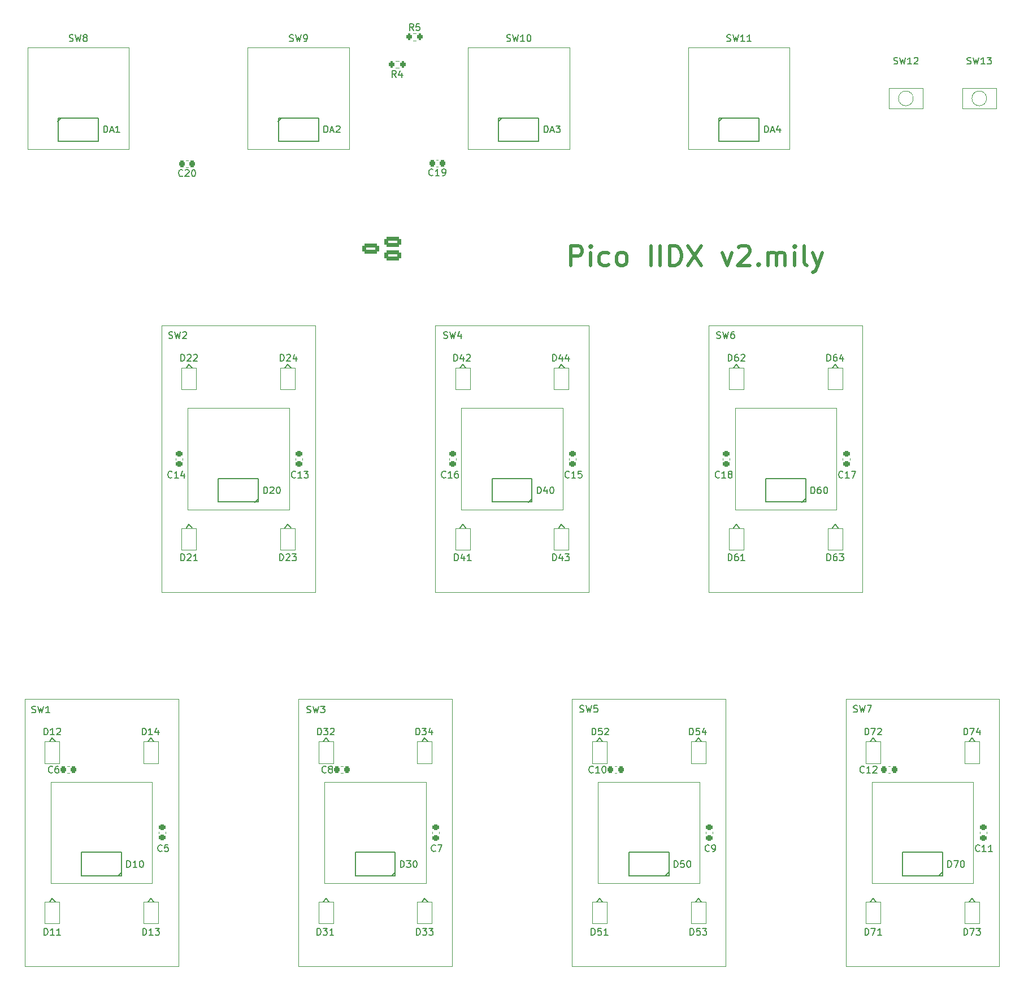
<source format=gto>
%TF.GenerationSoftware,KiCad,Pcbnew,8.0.3*%
%TF.CreationDate,2024-07-30T03:57:46+02:00*%
%TF.ProjectId,iidx_pico,69696478-5f70-4696-936f-2e6b69636164,rev?*%
%TF.SameCoordinates,Original*%
%TF.FileFunction,Legend,Top*%
%TF.FilePolarity,Positive*%
%FSLAX46Y46*%
G04 Gerber Fmt 4.6, Leading zero omitted, Abs format (unit mm)*
G04 Created by KiCad (PCBNEW 8.0.3) date 2024-07-30 03:57:46*
%MOMM*%
%LPD*%
G01*
G04 APERTURE LIST*
G04 Aperture macros list*
%AMRoundRect*
0 Rectangle with rounded corners*
0 $1 Rounding radius*
0 $2 $3 $4 $5 $6 $7 $8 $9 X,Y pos of 4 corners*
0 Add a 4 corners polygon primitive as box body*
4,1,4,$2,$3,$4,$5,$6,$7,$8,$9,$2,$3,0*
0 Add four circle primitives for the rounded corners*
1,1,$1+$1,$2,$3*
1,1,$1+$1,$4,$5*
1,1,$1+$1,$6,$7*
1,1,$1+$1,$8,$9*
0 Add four rect primitives between the rounded corners*
20,1,$1+$1,$2,$3,$4,$5,0*
20,1,$1+$1,$4,$5,$6,$7,0*
20,1,$1+$1,$6,$7,$8,$9,0*
20,1,$1+$1,$8,$9,$2,$3,0*%
G04 Aperture macros list end*
%ADD10C,0.500000*%
%ADD11C,0.150000*%
%ADD12C,0.120000*%
%ADD13C,0.100000*%
%ADD14RoundRect,0.225000X-0.225000X-0.250000X0.225000X-0.250000X0.225000X0.250000X-0.225000X0.250000X0*%
%ADD15O,1.700000X1.700000*%
%ADD16R,1.700000X1.700000*%
%ADD17RoundRect,0.300000X0.950000X-0.450000X0.950000X0.450000X-0.950000X0.450000X-0.950000X-0.450000X0*%
%ADD18RoundRect,0.225000X0.225000X0.250000X-0.225000X0.250000X-0.225000X-0.250000X0.225000X-0.250000X0*%
%ADD19RoundRect,0.225000X0.250000X-0.225000X0.250000X0.225000X-0.250000X0.225000X-0.250000X-0.225000X0*%
%ADD20R,0.600000X1.000000*%
%ADD21R,1.800000X1.000000*%
%ADD22C,1.900000*%
%ADD23C,1.250000*%
%ADD24C,5.050000*%
%ADD25C,1.650000*%
%ADD26C,3.200000*%
%ADD27R,1.524000X2.286000*%
%ADD28RoundRect,0.200000X-0.200000X-0.275000X0.200000X-0.275000X0.200000X0.275000X-0.200000X0.275000X0*%
%ADD29C,0.700000*%
%ADD30O,0.900000X1.700000*%
%ADD31O,0.900000X2.400000*%
G04 APERTURE END LIST*
D10*
X146105715Y-59461857D02*
X146105715Y-56461857D01*
X146105715Y-56461857D02*
X147248572Y-56461857D01*
X147248572Y-56461857D02*
X147534287Y-56604714D01*
X147534287Y-56604714D02*
X147677144Y-56747571D01*
X147677144Y-56747571D02*
X147820001Y-57033285D01*
X147820001Y-57033285D02*
X147820001Y-57461857D01*
X147820001Y-57461857D02*
X147677144Y-57747571D01*
X147677144Y-57747571D02*
X147534287Y-57890428D01*
X147534287Y-57890428D02*
X147248572Y-58033285D01*
X147248572Y-58033285D02*
X146105715Y-58033285D01*
X149105715Y-59461857D02*
X149105715Y-57461857D01*
X149105715Y-56461857D02*
X148962858Y-56604714D01*
X148962858Y-56604714D02*
X149105715Y-56747571D01*
X149105715Y-56747571D02*
X149248572Y-56604714D01*
X149248572Y-56604714D02*
X149105715Y-56461857D01*
X149105715Y-56461857D02*
X149105715Y-56747571D01*
X151820001Y-59319000D02*
X151534286Y-59461857D01*
X151534286Y-59461857D02*
X150962858Y-59461857D01*
X150962858Y-59461857D02*
X150677143Y-59319000D01*
X150677143Y-59319000D02*
X150534286Y-59176142D01*
X150534286Y-59176142D02*
X150391429Y-58890428D01*
X150391429Y-58890428D02*
X150391429Y-58033285D01*
X150391429Y-58033285D02*
X150534286Y-57747571D01*
X150534286Y-57747571D02*
X150677143Y-57604714D01*
X150677143Y-57604714D02*
X150962858Y-57461857D01*
X150962858Y-57461857D02*
X151534286Y-57461857D01*
X151534286Y-57461857D02*
X151820001Y-57604714D01*
X153534287Y-59461857D02*
X153248572Y-59319000D01*
X153248572Y-59319000D02*
X153105715Y-59176142D01*
X153105715Y-59176142D02*
X152962858Y-58890428D01*
X152962858Y-58890428D02*
X152962858Y-58033285D01*
X152962858Y-58033285D02*
X153105715Y-57747571D01*
X153105715Y-57747571D02*
X153248572Y-57604714D01*
X153248572Y-57604714D02*
X153534287Y-57461857D01*
X153534287Y-57461857D02*
X153962858Y-57461857D01*
X153962858Y-57461857D02*
X154248572Y-57604714D01*
X154248572Y-57604714D02*
X154391430Y-57747571D01*
X154391430Y-57747571D02*
X154534287Y-58033285D01*
X154534287Y-58033285D02*
X154534287Y-58890428D01*
X154534287Y-58890428D02*
X154391430Y-59176142D01*
X154391430Y-59176142D02*
X154248572Y-59319000D01*
X154248572Y-59319000D02*
X153962858Y-59461857D01*
X153962858Y-59461857D02*
X153534287Y-59461857D01*
X158105715Y-59461857D02*
X158105715Y-56461857D01*
X159534286Y-59461857D02*
X159534286Y-56461857D01*
X160962857Y-59461857D02*
X160962857Y-56461857D01*
X160962857Y-56461857D02*
X161677143Y-56461857D01*
X161677143Y-56461857D02*
X162105714Y-56604714D01*
X162105714Y-56604714D02*
X162391429Y-56890428D01*
X162391429Y-56890428D02*
X162534286Y-57176142D01*
X162534286Y-57176142D02*
X162677143Y-57747571D01*
X162677143Y-57747571D02*
X162677143Y-58176142D01*
X162677143Y-58176142D02*
X162534286Y-58747571D01*
X162534286Y-58747571D02*
X162391429Y-59033285D01*
X162391429Y-59033285D02*
X162105714Y-59319000D01*
X162105714Y-59319000D02*
X161677143Y-59461857D01*
X161677143Y-59461857D02*
X160962857Y-59461857D01*
X163677143Y-56461857D02*
X165677143Y-59461857D01*
X165677143Y-56461857D02*
X163677143Y-59461857D01*
X168820000Y-57461857D02*
X169534286Y-59461857D01*
X169534286Y-59461857D02*
X170248571Y-57461857D01*
X171248571Y-56747571D02*
X171391428Y-56604714D01*
X171391428Y-56604714D02*
X171677143Y-56461857D01*
X171677143Y-56461857D02*
X172391428Y-56461857D01*
X172391428Y-56461857D02*
X172677143Y-56604714D01*
X172677143Y-56604714D02*
X172820000Y-56747571D01*
X172820000Y-56747571D02*
X172962857Y-57033285D01*
X172962857Y-57033285D02*
X172962857Y-57319000D01*
X172962857Y-57319000D02*
X172820000Y-57747571D01*
X172820000Y-57747571D02*
X171105714Y-59461857D01*
X171105714Y-59461857D02*
X172962857Y-59461857D01*
X174248571Y-59176142D02*
X174391428Y-59319000D01*
X174391428Y-59319000D02*
X174248571Y-59461857D01*
X174248571Y-59461857D02*
X174105714Y-59319000D01*
X174105714Y-59319000D02*
X174248571Y-59176142D01*
X174248571Y-59176142D02*
X174248571Y-59461857D01*
X175677142Y-59461857D02*
X175677142Y-57461857D01*
X175677142Y-57747571D02*
X175819999Y-57604714D01*
X175819999Y-57604714D02*
X176105714Y-57461857D01*
X176105714Y-57461857D02*
X176534285Y-57461857D01*
X176534285Y-57461857D02*
X176819999Y-57604714D01*
X176819999Y-57604714D02*
X176962857Y-57890428D01*
X176962857Y-57890428D02*
X176962857Y-59461857D01*
X176962857Y-57890428D02*
X177105714Y-57604714D01*
X177105714Y-57604714D02*
X177391428Y-57461857D01*
X177391428Y-57461857D02*
X177819999Y-57461857D01*
X177819999Y-57461857D02*
X178105714Y-57604714D01*
X178105714Y-57604714D02*
X178248571Y-57890428D01*
X178248571Y-57890428D02*
X178248571Y-59461857D01*
X179677142Y-59461857D02*
X179677142Y-57461857D01*
X179677142Y-56461857D02*
X179534285Y-56604714D01*
X179534285Y-56604714D02*
X179677142Y-56747571D01*
X179677142Y-56747571D02*
X179819999Y-56604714D01*
X179819999Y-56604714D02*
X179677142Y-56461857D01*
X179677142Y-56461857D02*
X179677142Y-56747571D01*
X181534285Y-59461857D02*
X181248570Y-59319000D01*
X181248570Y-59319000D02*
X181105713Y-59033285D01*
X181105713Y-59033285D02*
X181105713Y-56461857D01*
X182391428Y-57461857D02*
X183105714Y-59461857D01*
X183819999Y-57461857D02*
X183105714Y-59461857D01*
X183105714Y-59461857D02*
X182819999Y-60176142D01*
X182819999Y-60176142D02*
X182677142Y-60319000D01*
X182677142Y-60319000D02*
X182391428Y-60461857D01*
D11*
X109453333Y-135359580D02*
X109405714Y-135407200D01*
X109405714Y-135407200D02*
X109262857Y-135454819D01*
X109262857Y-135454819D02*
X109167619Y-135454819D01*
X109167619Y-135454819D02*
X109024762Y-135407200D01*
X109024762Y-135407200D02*
X108929524Y-135311961D01*
X108929524Y-135311961D02*
X108881905Y-135216723D01*
X108881905Y-135216723D02*
X108834286Y-135026247D01*
X108834286Y-135026247D02*
X108834286Y-134883390D01*
X108834286Y-134883390D02*
X108881905Y-134692914D01*
X108881905Y-134692914D02*
X108929524Y-134597676D01*
X108929524Y-134597676D02*
X109024762Y-134502438D01*
X109024762Y-134502438D02*
X109167619Y-134454819D01*
X109167619Y-134454819D02*
X109262857Y-134454819D01*
X109262857Y-134454819D02*
X109405714Y-134502438D01*
X109405714Y-134502438D02*
X109453333Y-134550057D01*
X110024762Y-134883390D02*
X109929524Y-134835771D01*
X109929524Y-134835771D02*
X109881905Y-134788152D01*
X109881905Y-134788152D02*
X109834286Y-134692914D01*
X109834286Y-134692914D02*
X109834286Y-134645295D01*
X109834286Y-134645295D02*
X109881905Y-134550057D01*
X109881905Y-134550057D02*
X109929524Y-134502438D01*
X109929524Y-134502438D02*
X110024762Y-134454819D01*
X110024762Y-134454819D02*
X110215238Y-134454819D01*
X110215238Y-134454819D02*
X110310476Y-134502438D01*
X110310476Y-134502438D02*
X110358095Y-134550057D01*
X110358095Y-134550057D02*
X110405714Y-134645295D01*
X110405714Y-134645295D02*
X110405714Y-134692914D01*
X110405714Y-134692914D02*
X110358095Y-134788152D01*
X110358095Y-134788152D02*
X110310476Y-134835771D01*
X110310476Y-134835771D02*
X110215238Y-134883390D01*
X110215238Y-134883390D02*
X110024762Y-134883390D01*
X110024762Y-134883390D02*
X109929524Y-134931009D01*
X109929524Y-134931009D02*
X109881905Y-134978628D01*
X109881905Y-134978628D02*
X109834286Y-135073866D01*
X109834286Y-135073866D02*
X109834286Y-135264342D01*
X109834286Y-135264342D02*
X109881905Y-135359580D01*
X109881905Y-135359580D02*
X109929524Y-135407200D01*
X109929524Y-135407200D02*
X110024762Y-135454819D01*
X110024762Y-135454819D02*
X110215238Y-135454819D01*
X110215238Y-135454819D02*
X110310476Y-135407200D01*
X110310476Y-135407200D02*
X110358095Y-135359580D01*
X110358095Y-135359580D02*
X110405714Y-135264342D01*
X110405714Y-135264342D02*
X110405714Y-135073866D01*
X110405714Y-135073866D02*
X110358095Y-134978628D01*
X110358095Y-134978628D02*
X110310476Y-134931009D01*
X110310476Y-134931009D02*
X110215238Y-134883390D01*
X68478333Y-135359580D02*
X68430714Y-135407200D01*
X68430714Y-135407200D02*
X68287857Y-135454819D01*
X68287857Y-135454819D02*
X68192619Y-135454819D01*
X68192619Y-135454819D02*
X68049762Y-135407200D01*
X68049762Y-135407200D02*
X67954524Y-135311961D01*
X67954524Y-135311961D02*
X67906905Y-135216723D01*
X67906905Y-135216723D02*
X67859286Y-135026247D01*
X67859286Y-135026247D02*
X67859286Y-134883390D01*
X67859286Y-134883390D02*
X67906905Y-134692914D01*
X67906905Y-134692914D02*
X67954524Y-134597676D01*
X67954524Y-134597676D02*
X68049762Y-134502438D01*
X68049762Y-134502438D02*
X68192619Y-134454819D01*
X68192619Y-134454819D02*
X68287857Y-134454819D01*
X68287857Y-134454819D02*
X68430714Y-134502438D01*
X68430714Y-134502438D02*
X68478333Y-134550057D01*
X69335476Y-134454819D02*
X69145000Y-134454819D01*
X69145000Y-134454819D02*
X69049762Y-134502438D01*
X69049762Y-134502438D02*
X69002143Y-134550057D01*
X69002143Y-134550057D02*
X68906905Y-134692914D01*
X68906905Y-134692914D02*
X68859286Y-134883390D01*
X68859286Y-134883390D02*
X68859286Y-135264342D01*
X68859286Y-135264342D02*
X68906905Y-135359580D01*
X68906905Y-135359580D02*
X68954524Y-135407200D01*
X68954524Y-135407200D02*
X69049762Y-135454819D01*
X69049762Y-135454819D02*
X69240238Y-135454819D01*
X69240238Y-135454819D02*
X69335476Y-135407200D01*
X69335476Y-135407200D02*
X69383095Y-135359580D01*
X69383095Y-135359580D02*
X69430714Y-135264342D01*
X69430714Y-135264342D02*
X69430714Y-135026247D01*
X69430714Y-135026247D02*
X69383095Y-134931009D01*
X69383095Y-134931009D02*
X69335476Y-134883390D01*
X69335476Y-134883390D02*
X69240238Y-134835771D01*
X69240238Y-134835771D02*
X69049762Y-134835771D01*
X69049762Y-134835771D02*
X68954524Y-134883390D01*
X68954524Y-134883390D02*
X68906905Y-134931009D01*
X68906905Y-134931009D02*
X68859286Y-135026247D01*
X149477142Y-135359580D02*
X149429523Y-135407200D01*
X149429523Y-135407200D02*
X149286666Y-135454819D01*
X149286666Y-135454819D02*
X149191428Y-135454819D01*
X149191428Y-135454819D02*
X149048571Y-135407200D01*
X149048571Y-135407200D02*
X148953333Y-135311961D01*
X148953333Y-135311961D02*
X148905714Y-135216723D01*
X148905714Y-135216723D02*
X148858095Y-135026247D01*
X148858095Y-135026247D02*
X148858095Y-134883390D01*
X148858095Y-134883390D02*
X148905714Y-134692914D01*
X148905714Y-134692914D02*
X148953333Y-134597676D01*
X148953333Y-134597676D02*
X149048571Y-134502438D01*
X149048571Y-134502438D02*
X149191428Y-134454819D01*
X149191428Y-134454819D02*
X149286666Y-134454819D01*
X149286666Y-134454819D02*
X149429523Y-134502438D01*
X149429523Y-134502438D02*
X149477142Y-134550057D01*
X150429523Y-135454819D02*
X149858095Y-135454819D01*
X150143809Y-135454819D02*
X150143809Y-134454819D01*
X150143809Y-134454819D02*
X150048571Y-134597676D01*
X150048571Y-134597676D02*
X149953333Y-134692914D01*
X149953333Y-134692914D02*
X149858095Y-134740533D01*
X151048571Y-134454819D02*
X151143809Y-134454819D01*
X151143809Y-134454819D02*
X151239047Y-134502438D01*
X151239047Y-134502438D02*
X151286666Y-134550057D01*
X151286666Y-134550057D02*
X151334285Y-134645295D01*
X151334285Y-134645295D02*
X151381904Y-134835771D01*
X151381904Y-134835771D02*
X151381904Y-135073866D01*
X151381904Y-135073866D02*
X151334285Y-135264342D01*
X151334285Y-135264342D02*
X151286666Y-135359580D01*
X151286666Y-135359580D02*
X151239047Y-135407200D01*
X151239047Y-135407200D02*
X151143809Y-135454819D01*
X151143809Y-135454819D02*
X151048571Y-135454819D01*
X151048571Y-135454819D02*
X150953333Y-135407200D01*
X150953333Y-135407200D02*
X150905714Y-135359580D01*
X150905714Y-135359580D02*
X150858095Y-135264342D01*
X150858095Y-135264342D02*
X150810476Y-135073866D01*
X150810476Y-135073866D02*
X150810476Y-134835771D01*
X150810476Y-134835771D02*
X150858095Y-134645295D01*
X150858095Y-134645295D02*
X150905714Y-134550057D01*
X150905714Y-134550057D02*
X150953333Y-134502438D01*
X150953333Y-134502438D02*
X151048571Y-134454819D01*
X87977142Y-45989580D02*
X87929523Y-46037200D01*
X87929523Y-46037200D02*
X87786666Y-46084819D01*
X87786666Y-46084819D02*
X87691428Y-46084819D01*
X87691428Y-46084819D02*
X87548571Y-46037200D01*
X87548571Y-46037200D02*
X87453333Y-45941961D01*
X87453333Y-45941961D02*
X87405714Y-45846723D01*
X87405714Y-45846723D02*
X87358095Y-45656247D01*
X87358095Y-45656247D02*
X87358095Y-45513390D01*
X87358095Y-45513390D02*
X87405714Y-45322914D01*
X87405714Y-45322914D02*
X87453333Y-45227676D01*
X87453333Y-45227676D02*
X87548571Y-45132438D01*
X87548571Y-45132438D02*
X87691428Y-45084819D01*
X87691428Y-45084819D02*
X87786666Y-45084819D01*
X87786666Y-45084819D02*
X87929523Y-45132438D01*
X87929523Y-45132438D02*
X87977142Y-45180057D01*
X88358095Y-45180057D02*
X88405714Y-45132438D01*
X88405714Y-45132438D02*
X88500952Y-45084819D01*
X88500952Y-45084819D02*
X88739047Y-45084819D01*
X88739047Y-45084819D02*
X88834285Y-45132438D01*
X88834285Y-45132438D02*
X88881904Y-45180057D01*
X88881904Y-45180057D02*
X88929523Y-45275295D01*
X88929523Y-45275295D02*
X88929523Y-45370533D01*
X88929523Y-45370533D02*
X88881904Y-45513390D01*
X88881904Y-45513390D02*
X88310476Y-46084819D01*
X88310476Y-46084819D02*
X88929523Y-46084819D01*
X89548571Y-45084819D02*
X89643809Y-45084819D01*
X89643809Y-45084819D02*
X89739047Y-45132438D01*
X89739047Y-45132438D02*
X89786666Y-45180057D01*
X89786666Y-45180057D02*
X89834285Y-45275295D01*
X89834285Y-45275295D02*
X89881904Y-45465771D01*
X89881904Y-45465771D02*
X89881904Y-45703866D01*
X89881904Y-45703866D02*
X89834285Y-45894342D01*
X89834285Y-45894342D02*
X89786666Y-45989580D01*
X89786666Y-45989580D02*
X89739047Y-46037200D01*
X89739047Y-46037200D02*
X89643809Y-46084819D01*
X89643809Y-46084819D02*
X89548571Y-46084819D01*
X89548571Y-46084819D02*
X89453333Y-46037200D01*
X89453333Y-46037200D02*
X89405714Y-45989580D01*
X89405714Y-45989580D02*
X89358095Y-45894342D01*
X89358095Y-45894342D02*
X89310476Y-45703866D01*
X89310476Y-45703866D02*
X89310476Y-45465771D01*
X89310476Y-45465771D02*
X89358095Y-45275295D01*
X89358095Y-45275295D02*
X89405714Y-45180057D01*
X89405714Y-45180057D02*
X89453333Y-45132438D01*
X89453333Y-45132438D02*
X89548571Y-45084819D01*
X125477142Y-45889580D02*
X125429523Y-45937200D01*
X125429523Y-45937200D02*
X125286666Y-45984819D01*
X125286666Y-45984819D02*
X125191428Y-45984819D01*
X125191428Y-45984819D02*
X125048571Y-45937200D01*
X125048571Y-45937200D02*
X124953333Y-45841961D01*
X124953333Y-45841961D02*
X124905714Y-45746723D01*
X124905714Y-45746723D02*
X124858095Y-45556247D01*
X124858095Y-45556247D02*
X124858095Y-45413390D01*
X124858095Y-45413390D02*
X124905714Y-45222914D01*
X124905714Y-45222914D02*
X124953333Y-45127676D01*
X124953333Y-45127676D02*
X125048571Y-45032438D01*
X125048571Y-45032438D02*
X125191428Y-44984819D01*
X125191428Y-44984819D02*
X125286666Y-44984819D01*
X125286666Y-44984819D02*
X125429523Y-45032438D01*
X125429523Y-45032438D02*
X125477142Y-45080057D01*
X126429523Y-45984819D02*
X125858095Y-45984819D01*
X126143809Y-45984819D02*
X126143809Y-44984819D01*
X126143809Y-44984819D02*
X126048571Y-45127676D01*
X126048571Y-45127676D02*
X125953333Y-45222914D01*
X125953333Y-45222914D02*
X125858095Y-45270533D01*
X126905714Y-45984819D02*
X127096190Y-45984819D01*
X127096190Y-45984819D02*
X127191428Y-45937200D01*
X127191428Y-45937200D02*
X127239047Y-45889580D01*
X127239047Y-45889580D02*
X127334285Y-45746723D01*
X127334285Y-45746723D02*
X127381904Y-45556247D01*
X127381904Y-45556247D02*
X127381904Y-45175295D01*
X127381904Y-45175295D02*
X127334285Y-45080057D01*
X127334285Y-45080057D02*
X127286666Y-45032438D01*
X127286666Y-45032438D02*
X127191428Y-44984819D01*
X127191428Y-44984819D02*
X127000952Y-44984819D01*
X127000952Y-44984819D02*
X126905714Y-45032438D01*
X126905714Y-45032438D02*
X126858095Y-45080057D01*
X126858095Y-45080057D02*
X126810476Y-45175295D01*
X126810476Y-45175295D02*
X126810476Y-45413390D01*
X126810476Y-45413390D02*
X126858095Y-45508628D01*
X126858095Y-45508628D02*
X126905714Y-45556247D01*
X126905714Y-45556247D02*
X127000952Y-45603866D01*
X127000952Y-45603866D02*
X127191428Y-45603866D01*
X127191428Y-45603866D02*
X127286666Y-45556247D01*
X127286666Y-45556247D02*
X127334285Y-45508628D01*
X127334285Y-45508628D02*
X127381904Y-45413390D01*
X186877142Y-91159580D02*
X186829523Y-91207200D01*
X186829523Y-91207200D02*
X186686666Y-91254819D01*
X186686666Y-91254819D02*
X186591428Y-91254819D01*
X186591428Y-91254819D02*
X186448571Y-91207200D01*
X186448571Y-91207200D02*
X186353333Y-91111961D01*
X186353333Y-91111961D02*
X186305714Y-91016723D01*
X186305714Y-91016723D02*
X186258095Y-90826247D01*
X186258095Y-90826247D02*
X186258095Y-90683390D01*
X186258095Y-90683390D02*
X186305714Y-90492914D01*
X186305714Y-90492914D02*
X186353333Y-90397676D01*
X186353333Y-90397676D02*
X186448571Y-90302438D01*
X186448571Y-90302438D02*
X186591428Y-90254819D01*
X186591428Y-90254819D02*
X186686666Y-90254819D01*
X186686666Y-90254819D02*
X186829523Y-90302438D01*
X186829523Y-90302438D02*
X186877142Y-90350057D01*
X187829523Y-91254819D02*
X187258095Y-91254819D01*
X187543809Y-91254819D02*
X187543809Y-90254819D01*
X187543809Y-90254819D02*
X187448571Y-90397676D01*
X187448571Y-90397676D02*
X187353333Y-90492914D01*
X187353333Y-90492914D02*
X187258095Y-90540533D01*
X188162857Y-90254819D02*
X188829523Y-90254819D01*
X188829523Y-90254819D02*
X188400952Y-91254819D01*
X168377142Y-91159580D02*
X168329523Y-91207200D01*
X168329523Y-91207200D02*
X168186666Y-91254819D01*
X168186666Y-91254819D02*
X168091428Y-91254819D01*
X168091428Y-91254819D02*
X167948571Y-91207200D01*
X167948571Y-91207200D02*
X167853333Y-91111961D01*
X167853333Y-91111961D02*
X167805714Y-91016723D01*
X167805714Y-91016723D02*
X167758095Y-90826247D01*
X167758095Y-90826247D02*
X167758095Y-90683390D01*
X167758095Y-90683390D02*
X167805714Y-90492914D01*
X167805714Y-90492914D02*
X167853333Y-90397676D01*
X167853333Y-90397676D02*
X167948571Y-90302438D01*
X167948571Y-90302438D02*
X168091428Y-90254819D01*
X168091428Y-90254819D02*
X168186666Y-90254819D01*
X168186666Y-90254819D02*
X168329523Y-90302438D01*
X168329523Y-90302438D02*
X168377142Y-90350057D01*
X169329523Y-91254819D02*
X168758095Y-91254819D01*
X169043809Y-91254819D02*
X169043809Y-90254819D01*
X169043809Y-90254819D02*
X168948571Y-90397676D01*
X168948571Y-90397676D02*
X168853333Y-90492914D01*
X168853333Y-90492914D02*
X168758095Y-90540533D01*
X169900952Y-90683390D02*
X169805714Y-90635771D01*
X169805714Y-90635771D02*
X169758095Y-90588152D01*
X169758095Y-90588152D02*
X169710476Y-90492914D01*
X169710476Y-90492914D02*
X169710476Y-90445295D01*
X169710476Y-90445295D02*
X169758095Y-90350057D01*
X169758095Y-90350057D02*
X169805714Y-90302438D01*
X169805714Y-90302438D02*
X169900952Y-90254819D01*
X169900952Y-90254819D02*
X170091428Y-90254819D01*
X170091428Y-90254819D02*
X170186666Y-90302438D01*
X170186666Y-90302438D02*
X170234285Y-90350057D01*
X170234285Y-90350057D02*
X170281904Y-90445295D01*
X170281904Y-90445295D02*
X170281904Y-90492914D01*
X170281904Y-90492914D02*
X170234285Y-90588152D01*
X170234285Y-90588152D02*
X170186666Y-90635771D01*
X170186666Y-90635771D02*
X170091428Y-90683390D01*
X170091428Y-90683390D02*
X169900952Y-90683390D01*
X169900952Y-90683390D02*
X169805714Y-90731009D01*
X169805714Y-90731009D02*
X169758095Y-90778628D01*
X169758095Y-90778628D02*
X169710476Y-90873866D01*
X169710476Y-90873866D02*
X169710476Y-91064342D01*
X169710476Y-91064342D02*
X169758095Y-91159580D01*
X169758095Y-91159580D02*
X169805714Y-91207200D01*
X169805714Y-91207200D02*
X169900952Y-91254819D01*
X169900952Y-91254819D02*
X170091428Y-91254819D01*
X170091428Y-91254819D02*
X170186666Y-91207200D01*
X170186666Y-91207200D02*
X170234285Y-91159580D01*
X170234285Y-91159580D02*
X170281904Y-91064342D01*
X170281904Y-91064342D02*
X170281904Y-90873866D01*
X170281904Y-90873866D02*
X170234285Y-90778628D01*
X170234285Y-90778628D02*
X170186666Y-90731009D01*
X170186666Y-90731009D02*
X170091428Y-90683390D01*
X145877142Y-91159580D02*
X145829523Y-91207200D01*
X145829523Y-91207200D02*
X145686666Y-91254819D01*
X145686666Y-91254819D02*
X145591428Y-91254819D01*
X145591428Y-91254819D02*
X145448571Y-91207200D01*
X145448571Y-91207200D02*
X145353333Y-91111961D01*
X145353333Y-91111961D02*
X145305714Y-91016723D01*
X145305714Y-91016723D02*
X145258095Y-90826247D01*
X145258095Y-90826247D02*
X145258095Y-90683390D01*
X145258095Y-90683390D02*
X145305714Y-90492914D01*
X145305714Y-90492914D02*
X145353333Y-90397676D01*
X145353333Y-90397676D02*
X145448571Y-90302438D01*
X145448571Y-90302438D02*
X145591428Y-90254819D01*
X145591428Y-90254819D02*
X145686666Y-90254819D01*
X145686666Y-90254819D02*
X145829523Y-90302438D01*
X145829523Y-90302438D02*
X145877142Y-90350057D01*
X146829523Y-91254819D02*
X146258095Y-91254819D01*
X146543809Y-91254819D02*
X146543809Y-90254819D01*
X146543809Y-90254819D02*
X146448571Y-90397676D01*
X146448571Y-90397676D02*
X146353333Y-90492914D01*
X146353333Y-90492914D02*
X146258095Y-90540533D01*
X147734285Y-90254819D02*
X147258095Y-90254819D01*
X147258095Y-90254819D02*
X147210476Y-90731009D01*
X147210476Y-90731009D02*
X147258095Y-90683390D01*
X147258095Y-90683390D02*
X147353333Y-90635771D01*
X147353333Y-90635771D02*
X147591428Y-90635771D01*
X147591428Y-90635771D02*
X147686666Y-90683390D01*
X147686666Y-90683390D02*
X147734285Y-90731009D01*
X147734285Y-90731009D02*
X147781904Y-90826247D01*
X147781904Y-90826247D02*
X147781904Y-91064342D01*
X147781904Y-91064342D02*
X147734285Y-91159580D01*
X147734285Y-91159580D02*
X147686666Y-91207200D01*
X147686666Y-91207200D02*
X147591428Y-91254819D01*
X147591428Y-91254819D02*
X147353333Y-91254819D01*
X147353333Y-91254819D02*
X147258095Y-91207200D01*
X147258095Y-91207200D02*
X147210476Y-91159580D01*
X127377142Y-91159580D02*
X127329523Y-91207200D01*
X127329523Y-91207200D02*
X127186666Y-91254819D01*
X127186666Y-91254819D02*
X127091428Y-91254819D01*
X127091428Y-91254819D02*
X126948571Y-91207200D01*
X126948571Y-91207200D02*
X126853333Y-91111961D01*
X126853333Y-91111961D02*
X126805714Y-91016723D01*
X126805714Y-91016723D02*
X126758095Y-90826247D01*
X126758095Y-90826247D02*
X126758095Y-90683390D01*
X126758095Y-90683390D02*
X126805714Y-90492914D01*
X126805714Y-90492914D02*
X126853333Y-90397676D01*
X126853333Y-90397676D02*
X126948571Y-90302438D01*
X126948571Y-90302438D02*
X127091428Y-90254819D01*
X127091428Y-90254819D02*
X127186666Y-90254819D01*
X127186666Y-90254819D02*
X127329523Y-90302438D01*
X127329523Y-90302438D02*
X127377142Y-90350057D01*
X128329523Y-91254819D02*
X127758095Y-91254819D01*
X128043809Y-91254819D02*
X128043809Y-90254819D01*
X128043809Y-90254819D02*
X127948571Y-90397676D01*
X127948571Y-90397676D02*
X127853333Y-90492914D01*
X127853333Y-90492914D02*
X127758095Y-90540533D01*
X129186666Y-90254819D02*
X128996190Y-90254819D01*
X128996190Y-90254819D02*
X128900952Y-90302438D01*
X128900952Y-90302438D02*
X128853333Y-90350057D01*
X128853333Y-90350057D02*
X128758095Y-90492914D01*
X128758095Y-90492914D02*
X128710476Y-90683390D01*
X128710476Y-90683390D02*
X128710476Y-91064342D01*
X128710476Y-91064342D02*
X128758095Y-91159580D01*
X128758095Y-91159580D02*
X128805714Y-91207200D01*
X128805714Y-91207200D02*
X128900952Y-91254819D01*
X128900952Y-91254819D02*
X129091428Y-91254819D01*
X129091428Y-91254819D02*
X129186666Y-91207200D01*
X129186666Y-91207200D02*
X129234285Y-91159580D01*
X129234285Y-91159580D02*
X129281904Y-91064342D01*
X129281904Y-91064342D02*
X129281904Y-90826247D01*
X129281904Y-90826247D02*
X129234285Y-90731009D01*
X129234285Y-90731009D02*
X129186666Y-90683390D01*
X129186666Y-90683390D02*
X129091428Y-90635771D01*
X129091428Y-90635771D02*
X128900952Y-90635771D01*
X128900952Y-90635771D02*
X128805714Y-90683390D01*
X128805714Y-90683390D02*
X128758095Y-90731009D01*
X128758095Y-90731009D02*
X128710476Y-90826247D01*
X86377142Y-91159580D02*
X86329523Y-91207200D01*
X86329523Y-91207200D02*
X86186666Y-91254819D01*
X86186666Y-91254819D02*
X86091428Y-91254819D01*
X86091428Y-91254819D02*
X85948571Y-91207200D01*
X85948571Y-91207200D02*
X85853333Y-91111961D01*
X85853333Y-91111961D02*
X85805714Y-91016723D01*
X85805714Y-91016723D02*
X85758095Y-90826247D01*
X85758095Y-90826247D02*
X85758095Y-90683390D01*
X85758095Y-90683390D02*
X85805714Y-90492914D01*
X85805714Y-90492914D02*
X85853333Y-90397676D01*
X85853333Y-90397676D02*
X85948571Y-90302438D01*
X85948571Y-90302438D02*
X86091428Y-90254819D01*
X86091428Y-90254819D02*
X86186666Y-90254819D01*
X86186666Y-90254819D02*
X86329523Y-90302438D01*
X86329523Y-90302438D02*
X86377142Y-90350057D01*
X87329523Y-91254819D02*
X86758095Y-91254819D01*
X87043809Y-91254819D02*
X87043809Y-90254819D01*
X87043809Y-90254819D02*
X86948571Y-90397676D01*
X86948571Y-90397676D02*
X86853333Y-90492914D01*
X86853333Y-90492914D02*
X86758095Y-90540533D01*
X88186666Y-90588152D02*
X88186666Y-91254819D01*
X87948571Y-90207200D02*
X87710476Y-90921485D01*
X87710476Y-90921485D02*
X88329523Y-90921485D01*
X104877142Y-91159580D02*
X104829523Y-91207200D01*
X104829523Y-91207200D02*
X104686666Y-91254819D01*
X104686666Y-91254819D02*
X104591428Y-91254819D01*
X104591428Y-91254819D02*
X104448571Y-91207200D01*
X104448571Y-91207200D02*
X104353333Y-91111961D01*
X104353333Y-91111961D02*
X104305714Y-91016723D01*
X104305714Y-91016723D02*
X104258095Y-90826247D01*
X104258095Y-90826247D02*
X104258095Y-90683390D01*
X104258095Y-90683390D02*
X104305714Y-90492914D01*
X104305714Y-90492914D02*
X104353333Y-90397676D01*
X104353333Y-90397676D02*
X104448571Y-90302438D01*
X104448571Y-90302438D02*
X104591428Y-90254819D01*
X104591428Y-90254819D02*
X104686666Y-90254819D01*
X104686666Y-90254819D02*
X104829523Y-90302438D01*
X104829523Y-90302438D02*
X104877142Y-90350057D01*
X105829523Y-91254819D02*
X105258095Y-91254819D01*
X105543809Y-91254819D02*
X105543809Y-90254819D01*
X105543809Y-90254819D02*
X105448571Y-90397676D01*
X105448571Y-90397676D02*
X105353333Y-90492914D01*
X105353333Y-90492914D02*
X105258095Y-90540533D01*
X106162857Y-90254819D02*
X106781904Y-90254819D01*
X106781904Y-90254819D02*
X106448571Y-90635771D01*
X106448571Y-90635771D02*
X106591428Y-90635771D01*
X106591428Y-90635771D02*
X106686666Y-90683390D01*
X106686666Y-90683390D02*
X106734285Y-90731009D01*
X106734285Y-90731009D02*
X106781904Y-90826247D01*
X106781904Y-90826247D02*
X106781904Y-91064342D01*
X106781904Y-91064342D02*
X106734285Y-91159580D01*
X106734285Y-91159580D02*
X106686666Y-91207200D01*
X106686666Y-91207200D02*
X106591428Y-91254819D01*
X106591428Y-91254819D02*
X106305714Y-91254819D01*
X106305714Y-91254819D02*
X106210476Y-91207200D01*
X106210476Y-91207200D02*
X106162857Y-91159580D01*
X190077142Y-135359580D02*
X190029523Y-135407200D01*
X190029523Y-135407200D02*
X189886666Y-135454819D01*
X189886666Y-135454819D02*
X189791428Y-135454819D01*
X189791428Y-135454819D02*
X189648571Y-135407200D01*
X189648571Y-135407200D02*
X189553333Y-135311961D01*
X189553333Y-135311961D02*
X189505714Y-135216723D01*
X189505714Y-135216723D02*
X189458095Y-135026247D01*
X189458095Y-135026247D02*
X189458095Y-134883390D01*
X189458095Y-134883390D02*
X189505714Y-134692914D01*
X189505714Y-134692914D02*
X189553333Y-134597676D01*
X189553333Y-134597676D02*
X189648571Y-134502438D01*
X189648571Y-134502438D02*
X189791428Y-134454819D01*
X189791428Y-134454819D02*
X189886666Y-134454819D01*
X189886666Y-134454819D02*
X190029523Y-134502438D01*
X190029523Y-134502438D02*
X190077142Y-134550057D01*
X191029523Y-135454819D02*
X190458095Y-135454819D01*
X190743809Y-135454819D02*
X190743809Y-134454819D01*
X190743809Y-134454819D02*
X190648571Y-134597676D01*
X190648571Y-134597676D02*
X190553333Y-134692914D01*
X190553333Y-134692914D02*
X190458095Y-134740533D01*
X191410476Y-134550057D02*
X191458095Y-134502438D01*
X191458095Y-134502438D02*
X191553333Y-134454819D01*
X191553333Y-134454819D02*
X191791428Y-134454819D01*
X191791428Y-134454819D02*
X191886666Y-134502438D01*
X191886666Y-134502438D02*
X191934285Y-134550057D01*
X191934285Y-134550057D02*
X191981904Y-134645295D01*
X191981904Y-134645295D02*
X191981904Y-134740533D01*
X191981904Y-134740533D02*
X191934285Y-134883390D01*
X191934285Y-134883390D02*
X191362857Y-135454819D01*
X191362857Y-135454819D02*
X191981904Y-135454819D01*
X207377142Y-147159580D02*
X207329523Y-147207200D01*
X207329523Y-147207200D02*
X207186666Y-147254819D01*
X207186666Y-147254819D02*
X207091428Y-147254819D01*
X207091428Y-147254819D02*
X206948571Y-147207200D01*
X206948571Y-147207200D02*
X206853333Y-147111961D01*
X206853333Y-147111961D02*
X206805714Y-147016723D01*
X206805714Y-147016723D02*
X206758095Y-146826247D01*
X206758095Y-146826247D02*
X206758095Y-146683390D01*
X206758095Y-146683390D02*
X206805714Y-146492914D01*
X206805714Y-146492914D02*
X206853333Y-146397676D01*
X206853333Y-146397676D02*
X206948571Y-146302438D01*
X206948571Y-146302438D02*
X207091428Y-146254819D01*
X207091428Y-146254819D02*
X207186666Y-146254819D01*
X207186666Y-146254819D02*
X207329523Y-146302438D01*
X207329523Y-146302438D02*
X207377142Y-146350057D01*
X208329523Y-147254819D02*
X207758095Y-147254819D01*
X208043809Y-147254819D02*
X208043809Y-146254819D01*
X208043809Y-146254819D02*
X207948571Y-146397676D01*
X207948571Y-146397676D02*
X207853333Y-146492914D01*
X207853333Y-146492914D02*
X207758095Y-146540533D01*
X209281904Y-147254819D02*
X208710476Y-147254819D01*
X208996190Y-147254819D02*
X208996190Y-146254819D01*
X208996190Y-146254819D02*
X208900952Y-146397676D01*
X208900952Y-146397676D02*
X208805714Y-146492914D01*
X208805714Y-146492914D02*
X208710476Y-146540533D01*
X166853333Y-147159580D02*
X166805714Y-147207200D01*
X166805714Y-147207200D02*
X166662857Y-147254819D01*
X166662857Y-147254819D02*
X166567619Y-147254819D01*
X166567619Y-147254819D02*
X166424762Y-147207200D01*
X166424762Y-147207200D02*
X166329524Y-147111961D01*
X166329524Y-147111961D02*
X166281905Y-147016723D01*
X166281905Y-147016723D02*
X166234286Y-146826247D01*
X166234286Y-146826247D02*
X166234286Y-146683390D01*
X166234286Y-146683390D02*
X166281905Y-146492914D01*
X166281905Y-146492914D02*
X166329524Y-146397676D01*
X166329524Y-146397676D02*
X166424762Y-146302438D01*
X166424762Y-146302438D02*
X166567619Y-146254819D01*
X166567619Y-146254819D02*
X166662857Y-146254819D01*
X166662857Y-146254819D02*
X166805714Y-146302438D01*
X166805714Y-146302438D02*
X166853333Y-146350057D01*
X167329524Y-147254819D02*
X167520000Y-147254819D01*
X167520000Y-147254819D02*
X167615238Y-147207200D01*
X167615238Y-147207200D02*
X167662857Y-147159580D01*
X167662857Y-147159580D02*
X167758095Y-147016723D01*
X167758095Y-147016723D02*
X167805714Y-146826247D01*
X167805714Y-146826247D02*
X167805714Y-146445295D01*
X167805714Y-146445295D02*
X167758095Y-146350057D01*
X167758095Y-146350057D02*
X167710476Y-146302438D01*
X167710476Y-146302438D02*
X167615238Y-146254819D01*
X167615238Y-146254819D02*
X167424762Y-146254819D01*
X167424762Y-146254819D02*
X167329524Y-146302438D01*
X167329524Y-146302438D02*
X167281905Y-146350057D01*
X167281905Y-146350057D02*
X167234286Y-146445295D01*
X167234286Y-146445295D02*
X167234286Y-146683390D01*
X167234286Y-146683390D02*
X167281905Y-146778628D01*
X167281905Y-146778628D02*
X167329524Y-146826247D01*
X167329524Y-146826247D02*
X167424762Y-146873866D01*
X167424762Y-146873866D02*
X167615238Y-146873866D01*
X167615238Y-146873866D02*
X167710476Y-146826247D01*
X167710476Y-146826247D02*
X167758095Y-146778628D01*
X167758095Y-146778628D02*
X167805714Y-146683390D01*
X125853333Y-147159580D02*
X125805714Y-147207200D01*
X125805714Y-147207200D02*
X125662857Y-147254819D01*
X125662857Y-147254819D02*
X125567619Y-147254819D01*
X125567619Y-147254819D02*
X125424762Y-147207200D01*
X125424762Y-147207200D02*
X125329524Y-147111961D01*
X125329524Y-147111961D02*
X125281905Y-147016723D01*
X125281905Y-147016723D02*
X125234286Y-146826247D01*
X125234286Y-146826247D02*
X125234286Y-146683390D01*
X125234286Y-146683390D02*
X125281905Y-146492914D01*
X125281905Y-146492914D02*
X125329524Y-146397676D01*
X125329524Y-146397676D02*
X125424762Y-146302438D01*
X125424762Y-146302438D02*
X125567619Y-146254819D01*
X125567619Y-146254819D02*
X125662857Y-146254819D01*
X125662857Y-146254819D02*
X125805714Y-146302438D01*
X125805714Y-146302438D02*
X125853333Y-146350057D01*
X126186667Y-146254819D02*
X126853333Y-146254819D01*
X126853333Y-146254819D02*
X126424762Y-147254819D01*
X84878333Y-147134580D02*
X84830714Y-147182200D01*
X84830714Y-147182200D02*
X84687857Y-147229819D01*
X84687857Y-147229819D02*
X84592619Y-147229819D01*
X84592619Y-147229819D02*
X84449762Y-147182200D01*
X84449762Y-147182200D02*
X84354524Y-147086961D01*
X84354524Y-147086961D02*
X84306905Y-146991723D01*
X84306905Y-146991723D02*
X84259286Y-146801247D01*
X84259286Y-146801247D02*
X84259286Y-146658390D01*
X84259286Y-146658390D02*
X84306905Y-146467914D01*
X84306905Y-146467914D02*
X84354524Y-146372676D01*
X84354524Y-146372676D02*
X84449762Y-146277438D01*
X84449762Y-146277438D02*
X84592619Y-146229819D01*
X84592619Y-146229819D02*
X84687857Y-146229819D01*
X84687857Y-146229819D02*
X84830714Y-146277438D01*
X84830714Y-146277438D02*
X84878333Y-146325057D01*
X85783095Y-146229819D02*
X85306905Y-146229819D01*
X85306905Y-146229819D02*
X85259286Y-146706009D01*
X85259286Y-146706009D02*
X85306905Y-146658390D01*
X85306905Y-146658390D02*
X85402143Y-146610771D01*
X85402143Y-146610771D02*
X85640238Y-146610771D01*
X85640238Y-146610771D02*
X85735476Y-146658390D01*
X85735476Y-146658390D02*
X85783095Y-146706009D01*
X85783095Y-146706009D02*
X85830714Y-146801247D01*
X85830714Y-146801247D02*
X85830714Y-147039342D01*
X85830714Y-147039342D02*
X85783095Y-147134580D01*
X85783095Y-147134580D02*
X85735476Y-147182200D01*
X85735476Y-147182200D02*
X85640238Y-147229819D01*
X85640238Y-147229819D02*
X85402143Y-147229819D01*
X85402143Y-147229819D02*
X85306905Y-147182200D01*
X85306905Y-147182200D02*
X85259286Y-147134580D01*
X190205714Y-129754819D02*
X190205714Y-128754819D01*
X190205714Y-128754819D02*
X190443809Y-128754819D01*
X190443809Y-128754819D02*
X190586666Y-128802438D01*
X190586666Y-128802438D02*
X190681904Y-128897676D01*
X190681904Y-128897676D02*
X190729523Y-128992914D01*
X190729523Y-128992914D02*
X190777142Y-129183390D01*
X190777142Y-129183390D02*
X190777142Y-129326247D01*
X190777142Y-129326247D02*
X190729523Y-129516723D01*
X190729523Y-129516723D02*
X190681904Y-129611961D01*
X190681904Y-129611961D02*
X190586666Y-129707200D01*
X190586666Y-129707200D02*
X190443809Y-129754819D01*
X190443809Y-129754819D02*
X190205714Y-129754819D01*
X191110476Y-128754819D02*
X191777142Y-128754819D01*
X191777142Y-128754819D02*
X191348571Y-129754819D01*
X192110476Y-128850057D02*
X192158095Y-128802438D01*
X192158095Y-128802438D02*
X192253333Y-128754819D01*
X192253333Y-128754819D02*
X192491428Y-128754819D01*
X192491428Y-128754819D02*
X192586666Y-128802438D01*
X192586666Y-128802438D02*
X192634285Y-128850057D01*
X192634285Y-128850057D02*
X192681904Y-128945295D01*
X192681904Y-128945295D02*
X192681904Y-129040533D01*
X192681904Y-129040533D02*
X192634285Y-129183390D01*
X192634285Y-129183390D02*
X192062857Y-129754819D01*
X192062857Y-129754819D02*
X192681904Y-129754819D01*
X123005714Y-159754819D02*
X123005714Y-158754819D01*
X123005714Y-158754819D02*
X123243809Y-158754819D01*
X123243809Y-158754819D02*
X123386666Y-158802438D01*
X123386666Y-158802438D02*
X123481904Y-158897676D01*
X123481904Y-158897676D02*
X123529523Y-158992914D01*
X123529523Y-158992914D02*
X123577142Y-159183390D01*
X123577142Y-159183390D02*
X123577142Y-159326247D01*
X123577142Y-159326247D02*
X123529523Y-159516723D01*
X123529523Y-159516723D02*
X123481904Y-159611961D01*
X123481904Y-159611961D02*
X123386666Y-159707200D01*
X123386666Y-159707200D02*
X123243809Y-159754819D01*
X123243809Y-159754819D02*
X123005714Y-159754819D01*
X123910476Y-158754819D02*
X124529523Y-158754819D01*
X124529523Y-158754819D02*
X124196190Y-159135771D01*
X124196190Y-159135771D02*
X124339047Y-159135771D01*
X124339047Y-159135771D02*
X124434285Y-159183390D01*
X124434285Y-159183390D02*
X124481904Y-159231009D01*
X124481904Y-159231009D02*
X124529523Y-159326247D01*
X124529523Y-159326247D02*
X124529523Y-159564342D01*
X124529523Y-159564342D02*
X124481904Y-159659580D01*
X124481904Y-159659580D02*
X124434285Y-159707200D01*
X124434285Y-159707200D02*
X124339047Y-159754819D01*
X124339047Y-159754819D02*
X124053333Y-159754819D01*
X124053333Y-159754819D02*
X123958095Y-159707200D01*
X123958095Y-159707200D02*
X123910476Y-159659580D01*
X124862857Y-158754819D02*
X125481904Y-158754819D01*
X125481904Y-158754819D02*
X125148571Y-159135771D01*
X125148571Y-159135771D02*
X125291428Y-159135771D01*
X125291428Y-159135771D02*
X125386666Y-159183390D01*
X125386666Y-159183390D02*
X125434285Y-159231009D01*
X125434285Y-159231009D02*
X125481904Y-159326247D01*
X125481904Y-159326247D02*
X125481904Y-159564342D01*
X125481904Y-159564342D02*
X125434285Y-159659580D01*
X125434285Y-159659580D02*
X125386666Y-159707200D01*
X125386666Y-159707200D02*
X125291428Y-159754819D01*
X125291428Y-159754819D02*
X125005714Y-159754819D01*
X125005714Y-159754819D02*
X124910476Y-159707200D01*
X124910476Y-159707200D02*
X124862857Y-159659580D01*
X202605714Y-149604819D02*
X202605714Y-148604819D01*
X202605714Y-148604819D02*
X202843809Y-148604819D01*
X202843809Y-148604819D02*
X202986666Y-148652438D01*
X202986666Y-148652438D02*
X203081904Y-148747676D01*
X203081904Y-148747676D02*
X203129523Y-148842914D01*
X203129523Y-148842914D02*
X203177142Y-149033390D01*
X203177142Y-149033390D02*
X203177142Y-149176247D01*
X203177142Y-149176247D02*
X203129523Y-149366723D01*
X203129523Y-149366723D02*
X203081904Y-149461961D01*
X203081904Y-149461961D02*
X202986666Y-149557200D01*
X202986666Y-149557200D02*
X202843809Y-149604819D01*
X202843809Y-149604819D02*
X202605714Y-149604819D01*
X203510476Y-148604819D02*
X204177142Y-148604819D01*
X204177142Y-148604819D02*
X203748571Y-149604819D01*
X204748571Y-148604819D02*
X204843809Y-148604819D01*
X204843809Y-148604819D02*
X204939047Y-148652438D01*
X204939047Y-148652438D02*
X204986666Y-148700057D01*
X204986666Y-148700057D02*
X205034285Y-148795295D01*
X205034285Y-148795295D02*
X205081904Y-148985771D01*
X205081904Y-148985771D02*
X205081904Y-149223866D01*
X205081904Y-149223866D02*
X205034285Y-149414342D01*
X205034285Y-149414342D02*
X204986666Y-149509580D01*
X204986666Y-149509580D02*
X204939047Y-149557200D01*
X204939047Y-149557200D02*
X204843809Y-149604819D01*
X204843809Y-149604819D02*
X204748571Y-149604819D01*
X204748571Y-149604819D02*
X204653333Y-149557200D01*
X204653333Y-149557200D02*
X204605714Y-149509580D01*
X204605714Y-149509580D02*
X204558095Y-149414342D01*
X204558095Y-149414342D02*
X204510476Y-149223866D01*
X204510476Y-149223866D02*
X204510476Y-148985771D01*
X204510476Y-148985771D02*
X204558095Y-148795295D01*
X204558095Y-148795295D02*
X204605714Y-148700057D01*
X204605714Y-148700057D02*
X204653333Y-148652438D01*
X204653333Y-148652438D02*
X204748571Y-148604819D01*
X184505714Y-73754819D02*
X184505714Y-72754819D01*
X184505714Y-72754819D02*
X184743809Y-72754819D01*
X184743809Y-72754819D02*
X184886666Y-72802438D01*
X184886666Y-72802438D02*
X184981904Y-72897676D01*
X184981904Y-72897676D02*
X185029523Y-72992914D01*
X185029523Y-72992914D02*
X185077142Y-73183390D01*
X185077142Y-73183390D02*
X185077142Y-73326247D01*
X185077142Y-73326247D02*
X185029523Y-73516723D01*
X185029523Y-73516723D02*
X184981904Y-73611961D01*
X184981904Y-73611961D02*
X184886666Y-73707200D01*
X184886666Y-73707200D02*
X184743809Y-73754819D01*
X184743809Y-73754819D02*
X184505714Y-73754819D01*
X185934285Y-72754819D02*
X185743809Y-72754819D01*
X185743809Y-72754819D02*
X185648571Y-72802438D01*
X185648571Y-72802438D02*
X185600952Y-72850057D01*
X185600952Y-72850057D02*
X185505714Y-72992914D01*
X185505714Y-72992914D02*
X185458095Y-73183390D01*
X185458095Y-73183390D02*
X185458095Y-73564342D01*
X185458095Y-73564342D02*
X185505714Y-73659580D01*
X185505714Y-73659580D02*
X185553333Y-73707200D01*
X185553333Y-73707200D02*
X185648571Y-73754819D01*
X185648571Y-73754819D02*
X185839047Y-73754819D01*
X185839047Y-73754819D02*
X185934285Y-73707200D01*
X185934285Y-73707200D02*
X185981904Y-73659580D01*
X185981904Y-73659580D02*
X186029523Y-73564342D01*
X186029523Y-73564342D02*
X186029523Y-73326247D01*
X186029523Y-73326247D02*
X185981904Y-73231009D01*
X185981904Y-73231009D02*
X185934285Y-73183390D01*
X185934285Y-73183390D02*
X185839047Y-73135771D01*
X185839047Y-73135771D02*
X185648571Y-73135771D01*
X185648571Y-73135771D02*
X185553333Y-73183390D01*
X185553333Y-73183390D02*
X185505714Y-73231009D01*
X185505714Y-73231009D02*
X185458095Y-73326247D01*
X186886666Y-73088152D02*
X186886666Y-73754819D01*
X186648571Y-72707200D02*
X186410476Y-73421485D01*
X186410476Y-73421485D02*
X187029523Y-73421485D01*
X190205714Y-159754819D02*
X190205714Y-158754819D01*
X190205714Y-158754819D02*
X190443809Y-158754819D01*
X190443809Y-158754819D02*
X190586666Y-158802438D01*
X190586666Y-158802438D02*
X190681904Y-158897676D01*
X190681904Y-158897676D02*
X190729523Y-158992914D01*
X190729523Y-158992914D02*
X190777142Y-159183390D01*
X190777142Y-159183390D02*
X190777142Y-159326247D01*
X190777142Y-159326247D02*
X190729523Y-159516723D01*
X190729523Y-159516723D02*
X190681904Y-159611961D01*
X190681904Y-159611961D02*
X190586666Y-159707200D01*
X190586666Y-159707200D02*
X190443809Y-159754819D01*
X190443809Y-159754819D02*
X190205714Y-159754819D01*
X191110476Y-158754819D02*
X191777142Y-158754819D01*
X191777142Y-158754819D02*
X191348571Y-159754819D01*
X192681904Y-159754819D02*
X192110476Y-159754819D01*
X192396190Y-159754819D02*
X192396190Y-158754819D01*
X192396190Y-158754819D02*
X192300952Y-158897676D01*
X192300952Y-158897676D02*
X192205714Y-158992914D01*
X192205714Y-158992914D02*
X192110476Y-159040533D01*
X169705714Y-103654819D02*
X169705714Y-102654819D01*
X169705714Y-102654819D02*
X169943809Y-102654819D01*
X169943809Y-102654819D02*
X170086666Y-102702438D01*
X170086666Y-102702438D02*
X170181904Y-102797676D01*
X170181904Y-102797676D02*
X170229523Y-102892914D01*
X170229523Y-102892914D02*
X170277142Y-103083390D01*
X170277142Y-103083390D02*
X170277142Y-103226247D01*
X170277142Y-103226247D02*
X170229523Y-103416723D01*
X170229523Y-103416723D02*
X170181904Y-103511961D01*
X170181904Y-103511961D02*
X170086666Y-103607200D01*
X170086666Y-103607200D02*
X169943809Y-103654819D01*
X169943809Y-103654819D02*
X169705714Y-103654819D01*
X171134285Y-102654819D02*
X170943809Y-102654819D01*
X170943809Y-102654819D02*
X170848571Y-102702438D01*
X170848571Y-102702438D02*
X170800952Y-102750057D01*
X170800952Y-102750057D02*
X170705714Y-102892914D01*
X170705714Y-102892914D02*
X170658095Y-103083390D01*
X170658095Y-103083390D02*
X170658095Y-103464342D01*
X170658095Y-103464342D02*
X170705714Y-103559580D01*
X170705714Y-103559580D02*
X170753333Y-103607200D01*
X170753333Y-103607200D02*
X170848571Y-103654819D01*
X170848571Y-103654819D02*
X171039047Y-103654819D01*
X171039047Y-103654819D02*
X171134285Y-103607200D01*
X171134285Y-103607200D02*
X171181904Y-103559580D01*
X171181904Y-103559580D02*
X171229523Y-103464342D01*
X171229523Y-103464342D02*
X171229523Y-103226247D01*
X171229523Y-103226247D02*
X171181904Y-103131009D01*
X171181904Y-103131009D02*
X171134285Y-103083390D01*
X171134285Y-103083390D02*
X171039047Y-103035771D01*
X171039047Y-103035771D02*
X170848571Y-103035771D01*
X170848571Y-103035771D02*
X170753333Y-103083390D01*
X170753333Y-103083390D02*
X170705714Y-103131009D01*
X170705714Y-103131009D02*
X170658095Y-103226247D01*
X172181904Y-103654819D02*
X171610476Y-103654819D01*
X171896190Y-103654819D02*
X171896190Y-102654819D01*
X171896190Y-102654819D02*
X171800952Y-102797676D01*
X171800952Y-102797676D02*
X171705714Y-102892914D01*
X171705714Y-102892914D02*
X171610476Y-102940533D01*
X100105714Y-93604819D02*
X100105714Y-92604819D01*
X100105714Y-92604819D02*
X100343809Y-92604819D01*
X100343809Y-92604819D02*
X100486666Y-92652438D01*
X100486666Y-92652438D02*
X100581904Y-92747676D01*
X100581904Y-92747676D02*
X100629523Y-92842914D01*
X100629523Y-92842914D02*
X100677142Y-93033390D01*
X100677142Y-93033390D02*
X100677142Y-93176247D01*
X100677142Y-93176247D02*
X100629523Y-93366723D01*
X100629523Y-93366723D02*
X100581904Y-93461961D01*
X100581904Y-93461961D02*
X100486666Y-93557200D01*
X100486666Y-93557200D02*
X100343809Y-93604819D01*
X100343809Y-93604819D02*
X100105714Y-93604819D01*
X101058095Y-92700057D02*
X101105714Y-92652438D01*
X101105714Y-92652438D02*
X101200952Y-92604819D01*
X101200952Y-92604819D02*
X101439047Y-92604819D01*
X101439047Y-92604819D02*
X101534285Y-92652438D01*
X101534285Y-92652438D02*
X101581904Y-92700057D01*
X101581904Y-92700057D02*
X101629523Y-92795295D01*
X101629523Y-92795295D02*
X101629523Y-92890533D01*
X101629523Y-92890533D02*
X101581904Y-93033390D01*
X101581904Y-93033390D02*
X101010476Y-93604819D01*
X101010476Y-93604819D02*
X101629523Y-93604819D01*
X102248571Y-92604819D02*
X102343809Y-92604819D01*
X102343809Y-92604819D02*
X102439047Y-92652438D01*
X102439047Y-92652438D02*
X102486666Y-92700057D01*
X102486666Y-92700057D02*
X102534285Y-92795295D01*
X102534285Y-92795295D02*
X102581904Y-92985771D01*
X102581904Y-92985771D02*
X102581904Y-93223866D01*
X102581904Y-93223866D02*
X102534285Y-93414342D01*
X102534285Y-93414342D02*
X102486666Y-93509580D01*
X102486666Y-93509580D02*
X102439047Y-93557200D01*
X102439047Y-93557200D02*
X102343809Y-93604819D01*
X102343809Y-93604819D02*
X102248571Y-93604819D01*
X102248571Y-93604819D02*
X102153333Y-93557200D01*
X102153333Y-93557200D02*
X102105714Y-93509580D01*
X102105714Y-93509580D02*
X102058095Y-93414342D01*
X102058095Y-93414342D02*
X102010476Y-93223866D01*
X102010476Y-93223866D02*
X102010476Y-92985771D01*
X102010476Y-92985771D02*
X102058095Y-92795295D01*
X102058095Y-92795295D02*
X102105714Y-92700057D01*
X102105714Y-92700057D02*
X102153333Y-92652438D01*
X102153333Y-92652438D02*
X102248571Y-92604819D01*
X147486667Y-126307200D02*
X147629524Y-126354819D01*
X147629524Y-126354819D02*
X147867619Y-126354819D01*
X147867619Y-126354819D02*
X147962857Y-126307200D01*
X147962857Y-126307200D02*
X148010476Y-126259580D01*
X148010476Y-126259580D02*
X148058095Y-126164342D01*
X148058095Y-126164342D02*
X148058095Y-126069104D01*
X148058095Y-126069104D02*
X148010476Y-125973866D01*
X148010476Y-125973866D02*
X147962857Y-125926247D01*
X147962857Y-125926247D02*
X147867619Y-125878628D01*
X147867619Y-125878628D02*
X147677143Y-125831009D01*
X147677143Y-125831009D02*
X147581905Y-125783390D01*
X147581905Y-125783390D02*
X147534286Y-125735771D01*
X147534286Y-125735771D02*
X147486667Y-125640533D01*
X147486667Y-125640533D02*
X147486667Y-125545295D01*
X147486667Y-125545295D02*
X147534286Y-125450057D01*
X147534286Y-125450057D02*
X147581905Y-125402438D01*
X147581905Y-125402438D02*
X147677143Y-125354819D01*
X147677143Y-125354819D02*
X147915238Y-125354819D01*
X147915238Y-125354819D02*
X148058095Y-125402438D01*
X148391429Y-125354819D02*
X148629524Y-126354819D01*
X148629524Y-126354819D02*
X148820000Y-125640533D01*
X148820000Y-125640533D02*
X149010476Y-126354819D01*
X149010476Y-126354819D02*
X149248572Y-125354819D01*
X150105714Y-125354819D02*
X149629524Y-125354819D01*
X149629524Y-125354819D02*
X149581905Y-125831009D01*
X149581905Y-125831009D02*
X149629524Y-125783390D01*
X149629524Y-125783390D02*
X149724762Y-125735771D01*
X149724762Y-125735771D02*
X149962857Y-125735771D01*
X149962857Y-125735771D02*
X150058095Y-125783390D01*
X150058095Y-125783390D02*
X150105714Y-125831009D01*
X150105714Y-125831009D02*
X150153333Y-125926247D01*
X150153333Y-125926247D02*
X150153333Y-126164342D01*
X150153333Y-126164342D02*
X150105714Y-126259580D01*
X150105714Y-126259580D02*
X150058095Y-126307200D01*
X150058095Y-126307200D02*
X149962857Y-126354819D01*
X149962857Y-126354819D02*
X149724762Y-126354819D01*
X149724762Y-126354819D02*
X149629524Y-126307200D01*
X149629524Y-126307200D02*
X149581905Y-126259580D01*
X67205714Y-159754819D02*
X67205714Y-158754819D01*
X67205714Y-158754819D02*
X67443809Y-158754819D01*
X67443809Y-158754819D02*
X67586666Y-158802438D01*
X67586666Y-158802438D02*
X67681904Y-158897676D01*
X67681904Y-158897676D02*
X67729523Y-158992914D01*
X67729523Y-158992914D02*
X67777142Y-159183390D01*
X67777142Y-159183390D02*
X67777142Y-159326247D01*
X67777142Y-159326247D02*
X67729523Y-159516723D01*
X67729523Y-159516723D02*
X67681904Y-159611961D01*
X67681904Y-159611961D02*
X67586666Y-159707200D01*
X67586666Y-159707200D02*
X67443809Y-159754819D01*
X67443809Y-159754819D02*
X67205714Y-159754819D01*
X68729523Y-159754819D02*
X68158095Y-159754819D01*
X68443809Y-159754819D02*
X68443809Y-158754819D01*
X68443809Y-158754819D02*
X68348571Y-158897676D01*
X68348571Y-158897676D02*
X68253333Y-158992914D01*
X68253333Y-158992914D02*
X68158095Y-159040533D01*
X69681904Y-159754819D02*
X69110476Y-159754819D01*
X69396190Y-159754819D02*
X69396190Y-158754819D01*
X69396190Y-158754819D02*
X69300952Y-158897676D01*
X69300952Y-158897676D02*
X69205714Y-158992914D01*
X69205714Y-158992914D02*
X69110476Y-159040533D01*
X79605714Y-149604819D02*
X79605714Y-148604819D01*
X79605714Y-148604819D02*
X79843809Y-148604819D01*
X79843809Y-148604819D02*
X79986666Y-148652438D01*
X79986666Y-148652438D02*
X80081904Y-148747676D01*
X80081904Y-148747676D02*
X80129523Y-148842914D01*
X80129523Y-148842914D02*
X80177142Y-149033390D01*
X80177142Y-149033390D02*
X80177142Y-149176247D01*
X80177142Y-149176247D02*
X80129523Y-149366723D01*
X80129523Y-149366723D02*
X80081904Y-149461961D01*
X80081904Y-149461961D02*
X79986666Y-149557200D01*
X79986666Y-149557200D02*
X79843809Y-149604819D01*
X79843809Y-149604819D02*
X79605714Y-149604819D01*
X81129523Y-149604819D02*
X80558095Y-149604819D01*
X80843809Y-149604819D02*
X80843809Y-148604819D01*
X80843809Y-148604819D02*
X80748571Y-148747676D01*
X80748571Y-148747676D02*
X80653333Y-148842914D01*
X80653333Y-148842914D02*
X80558095Y-148890533D01*
X81748571Y-148604819D02*
X81843809Y-148604819D01*
X81843809Y-148604819D02*
X81939047Y-148652438D01*
X81939047Y-148652438D02*
X81986666Y-148700057D01*
X81986666Y-148700057D02*
X82034285Y-148795295D01*
X82034285Y-148795295D02*
X82081904Y-148985771D01*
X82081904Y-148985771D02*
X82081904Y-149223866D01*
X82081904Y-149223866D02*
X82034285Y-149414342D01*
X82034285Y-149414342D02*
X81986666Y-149509580D01*
X81986666Y-149509580D02*
X81939047Y-149557200D01*
X81939047Y-149557200D02*
X81843809Y-149604819D01*
X81843809Y-149604819D02*
X81748571Y-149604819D01*
X81748571Y-149604819D02*
X81653333Y-149557200D01*
X81653333Y-149557200D02*
X81605714Y-149509580D01*
X81605714Y-149509580D02*
X81558095Y-149414342D01*
X81558095Y-149414342D02*
X81510476Y-149223866D01*
X81510476Y-149223866D02*
X81510476Y-148985771D01*
X81510476Y-148985771D02*
X81558095Y-148795295D01*
X81558095Y-148795295D02*
X81605714Y-148700057D01*
X81605714Y-148700057D02*
X81653333Y-148652438D01*
X81653333Y-148652438D02*
X81748571Y-148604819D01*
X143405714Y-103654819D02*
X143405714Y-102654819D01*
X143405714Y-102654819D02*
X143643809Y-102654819D01*
X143643809Y-102654819D02*
X143786666Y-102702438D01*
X143786666Y-102702438D02*
X143881904Y-102797676D01*
X143881904Y-102797676D02*
X143929523Y-102892914D01*
X143929523Y-102892914D02*
X143977142Y-103083390D01*
X143977142Y-103083390D02*
X143977142Y-103226247D01*
X143977142Y-103226247D02*
X143929523Y-103416723D01*
X143929523Y-103416723D02*
X143881904Y-103511961D01*
X143881904Y-103511961D02*
X143786666Y-103607200D01*
X143786666Y-103607200D02*
X143643809Y-103654819D01*
X143643809Y-103654819D02*
X143405714Y-103654819D01*
X144834285Y-102988152D02*
X144834285Y-103654819D01*
X144596190Y-102607200D02*
X144358095Y-103321485D01*
X144358095Y-103321485D02*
X144977142Y-103321485D01*
X145262857Y-102654819D02*
X145881904Y-102654819D01*
X145881904Y-102654819D02*
X145548571Y-103035771D01*
X145548571Y-103035771D02*
X145691428Y-103035771D01*
X145691428Y-103035771D02*
X145786666Y-103083390D01*
X145786666Y-103083390D02*
X145834285Y-103131009D01*
X145834285Y-103131009D02*
X145881904Y-103226247D01*
X145881904Y-103226247D02*
X145881904Y-103464342D01*
X145881904Y-103464342D02*
X145834285Y-103559580D01*
X145834285Y-103559580D02*
X145786666Y-103607200D01*
X145786666Y-103607200D02*
X145691428Y-103654819D01*
X145691428Y-103654819D02*
X145405714Y-103654819D01*
X145405714Y-103654819D02*
X145310476Y-103607200D01*
X145310476Y-103607200D02*
X145262857Y-103559580D01*
X67205714Y-129754819D02*
X67205714Y-128754819D01*
X67205714Y-128754819D02*
X67443809Y-128754819D01*
X67443809Y-128754819D02*
X67586666Y-128802438D01*
X67586666Y-128802438D02*
X67681904Y-128897676D01*
X67681904Y-128897676D02*
X67729523Y-128992914D01*
X67729523Y-128992914D02*
X67777142Y-129183390D01*
X67777142Y-129183390D02*
X67777142Y-129326247D01*
X67777142Y-129326247D02*
X67729523Y-129516723D01*
X67729523Y-129516723D02*
X67681904Y-129611961D01*
X67681904Y-129611961D02*
X67586666Y-129707200D01*
X67586666Y-129707200D02*
X67443809Y-129754819D01*
X67443809Y-129754819D02*
X67205714Y-129754819D01*
X68729523Y-129754819D02*
X68158095Y-129754819D01*
X68443809Y-129754819D02*
X68443809Y-128754819D01*
X68443809Y-128754819D02*
X68348571Y-128897676D01*
X68348571Y-128897676D02*
X68253333Y-128992914D01*
X68253333Y-128992914D02*
X68158095Y-129040533D01*
X69110476Y-128850057D02*
X69158095Y-128802438D01*
X69158095Y-128802438D02*
X69253333Y-128754819D01*
X69253333Y-128754819D02*
X69491428Y-128754819D01*
X69491428Y-128754819D02*
X69586666Y-128802438D01*
X69586666Y-128802438D02*
X69634285Y-128850057D01*
X69634285Y-128850057D02*
X69681904Y-128945295D01*
X69681904Y-128945295D02*
X69681904Y-129040533D01*
X69681904Y-129040533D02*
X69634285Y-129183390D01*
X69634285Y-129183390D02*
X69062857Y-129754819D01*
X69062857Y-129754819D02*
X69681904Y-129754819D01*
X82005714Y-159754819D02*
X82005714Y-158754819D01*
X82005714Y-158754819D02*
X82243809Y-158754819D01*
X82243809Y-158754819D02*
X82386666Y-158802438D01*
X82386666Y-158802438D02*
X82481904Y-158897676D01*
X82481904Y-158897676D02*
X82529523Y-158992914D01*
X82529523Y-158992914D02*
X82577142Y-159183390D01*
X82577142Y-159183390D02*
X82577142Y-159326247D01*
X82577142Y-159326247D02*
X82529523Y-159516723D01*
X82529523Y-159516723D02*
X82481904Y-159611961D01*
X82481904Y-159611961D02*
X82386666Y-159707200D01*
X82386666Y-159707200D02*
X82243809Y-159754819D01*
X82243809Y-159754819D02*
X82005714Y-159754819D01*
X83529523Y-159754819D02*
X82958095Y-159754819D01*
X83243809Y-159754819D02*
X83243809Y-158754819D01*
X83243809Y-158754819D02*
X83148571Y-158897676D01*
X83148571Y-158897676D02*
X83053333Y-158992914D01*
X83053333Y-158992914D02*
X82958095Y-159040533D01*
X83862857Y-158754819D02*
X84481904Y-158754819D01*
X84481904Y-158754819D02*
X84148571Y-159135771D01*
X84148571Y-159135771D02*
X84291428Y-159135771D01*
X84291428Y-159135771D02*
X84386666Y-159183390D01*
X84386666Y-159183390D02*
X84434285Y-159231009D01*
X84434285Y-159231009D02*
X84481904Y-159326247D01*
X84481904Y-159326247D02*
X84481904Y-159564342D01*
X84481904Y-159564342D02*
X84434285Y-159659580D01*
X84434285Y-159659580D02*
X84386666Y-159707200D01*
X84386666Y-159707200D02*
X84291428Y-159754819D01*
X84291428Y-159754819D02*
X84005714Y-159754819D01*
X84005714Y-159754819D02*
X83910476Y-159707200D01*
X83910476Y-159707200D02*
X83862857Y-159659580D01*
X163925714Y-129754819D02*
X163925714Y-128754819D01*
X163925714Y-128754819D02*
X164163809Y-128754819D01*
X164163809Y-128754819D02*
X164306666Y-128802438D01*
X164306666Y-128802438D02*
X164401904Y-128897676D01*
X164401904Y-128897676D02*
X164449523Y-128992914D01*
X164449523Y-128992914D02*
X164497142Y-129183390D01*
X164497142Y-129183390D02*
X164497142Y-129326247D01*
X164497142Y-129326247D02*
X164449523Y-129516723D01*
X164449523Y-129516723D02*
X164401904Y-129611961D01*
X164401904Y-129611961D02*
X164306666Y-129707200D01*
X164306666Y-129707200D02*
X164163809Y-129754819D01*
X164163809Y-129754819D02*
X163925714Y-129754819D01*
X165401904Y-128754819D02*
X164925714Y-128754819D01*
X164925714Y-128754819D02*
X164878095Y-129231009D01*
X164878095Y-129231009D02*
X164925714Y-129183390D01*
X164925714Y-129183390D02*
X165020952Y-129135771D01*
X165020952Y-129135771D02*
X165259047Y-129135771D01*
X165259047Y-129135771D02*
X165354285Y-129183390D01*
X165354285Y-129183390D02*
X165401904Y-129231009D01*
X165401904Y-129231009D02*
X165449523Y-129326247D01*
X165449523Y-129326247D02*
X165449523Y-129564342D01*
X165449523Y-129564342D02*
X165401904Y-129659580D01*
X165401904Y-129659580D02*
X165354285Y-129707200D01*
X165354285Y-129707200D02*
X165259047Y-129754819D01*
X165259047Y-129754819D02*
X165020952Y-129754819D01*
X165020952Y-129754819D02*
X164925714Y-129707200D01*
X164925714Y-129707200D02*
X164878095Y-129659580D01*
X166306666Y-129088152D02*
X166306666Y-129754819D01*
X166068571Y-128707200D02*
X165830476Y-129421485D01*
X165830476Y-129421485D02*
X166449523Y-129421485D01*
X136510476Y-25807200D02*
X136653333Y-25854819D01*
X136653333Y-25854819D02*
X136891428Y-25854819D01*
X136891428Y-25854819D02*
X136986666Y-25807200D01*
X136986666Y-25807200D02*
X137034285Y-25759580D01*
X137034285Y-25759580D02*
X137081904Y-25664342D01*
X137081904Y-25664342D02*
X137081904Y-25569104D01*
X137081904Y-25569104D02*
X137034285Y-25473866D01*
X137034285Y-25473866D02*
X136986666Y-25426247D01*
X136986666Y-25426247D02*
X136891428Y-25378628D01*
X136891428Y-25378628D02*
X136700952Y-25331009D01*
X136700952Y-25331009D02*
X136605714Y-25283390D01*
X136605714Y-25283390D02*
X136558095Y-25235771D01*
X136558095Y-25235771D02*
X136510476Y-25140533D01*
X136510476Y-25140533D02*
X136510476Y-25045295D01*
X136510476Y-25045295D02*
X136558095Y-24950057D01*
X136558095Y-24950057D02*
X136605714Y-24902438D01*
X136605714Y-24902438D02*
X136700952Y-24854819D01*
X136700952Y-24854819D02*
X136939047Y-24854819D01*
X136939047Y-24854819D02*
X137081904Y-24902438D01*
X137415238Y-24854819D02*
X137653333Y-25854819D01*
X137653333Y-25854819D02*
X137843809Y-25140533D01*
X137843809Y-25140533D02*
X138034285Y-25854819D01*
X138034285Y-25854819D02*
X138272381Y-24854819D01*
X139177142Y-25854819D02*
X138605714Y-25854819D01*
X138891428Y-25854819D02*
X138891428Y-24854819D01*
X138891428Y-24854819D02*
X138796190Y-24997676D01*
X138796190Y-24997676D02*
X138700952Y-25092914D01*
X138700952Y-25092914D02*
X138605714Y-25140533D01*
X139796190Y-24854819D02*
X139891428Y-24854819D01*
X139891428Y-24854819D02*
X139986666Y-24902438D01*
X139986666Y-24902438D02*
X140034285Y-24950057D01*
X140034285Y-24950057D02*
X140081904Y-25045295D01*
X140081904Y-25045295D02*
X140129523Y-25235771D01*
X140129523Y-25235771D02*
X140129523Y-25473866D01*
X140129523Y-25473866D02*
X140081904Y-25664342D01*
X140081904Y-25664342D02*
X140034285Y-25759580D01*
X140034285Y-25759580D02*
X139986666Y-25807200D01*
X139986666Y-25807200D02*
X139891428Y-25854819D01*
X139891428Y-25854819D02*
X139796190Y-25854819D01*
X139796190Y-25854819D02*
X139700952Y-25807200D01*
X139700952Y-25807200D02*
X139653333Y-25759580D01*
X139653333Y-25759580D02*
X139605714Y-25664342D01*
X139605714Y-25664342D02*
X139558095Y-25473866D01*
X139558095Y-25473866D02*
X139558095Y-25235771D01*
X139558095Y-25235771D02*
X139605714Y-25045295D01*
X139605714Y-25045295D02*
X139653333Y-24950057D01*
X139653333Y-24950057D02*
X139700952Y-24902438D01*
X139700952Y-24902438D02*
X139796190Y-24854819D01*
X85886667Y-70307200D02*
X86029524Y-70354819D01*
X86029524Y-70354819D02*
X86267619Y-70354819D01*
X86267619Y-70354819D02*
X86362857Y-70307200D01*
X86362857Y-70307200D02*
X86410476Y-70259580D01*
X86410476Y-70259580D02*
X86458095Y-70164342D01*
X86458095Y-70164342D02*
X86458095Y-70069104D01*
X86458095Y-70069104D02*
X86410476Y-69973866D01*
X86410476Y-69973866D02*
X86362857Y-69926247D01*
X86362857Y-69926247D02*
X86267619Y-69878628D01*
X86267619Y-69878628D02*
X86077143Y-69831009D01*
X86077143Y-69831009D02*
X85981905Y-69783390D01*
X85981905Y-69783390D02*
X85934286Y-69735771D01*
X85934286Y-69735771D02*
X85886667Y-69640533D01*
X85886667Y-69640533D02*
X85886667Y-69545295D01*
X85886667Y-69545295D02*
X85934286Y-69450057D01*
X85934286Y-69450057D02*
X85981905Y-69402438D01*
X85981905Y-69402438D02*
X86077143Y-69354819D01*
X86077143Y-69354819D02*
X86315238Y-69354819D01*
X86315238Y-69354819D02*
X86458095Y-69402438D01*
X86791429Y-69354819D02*
X87029524Y-70354819D01*
X87029524Y-70354819D02*
X87220000Y-69640533D01*
X87220000Y-69640533D02*
X87410476Y-70354819D01*
X87410476Y-70354819D02*
X87648572Y-69354819D01*
X87981905Y-69450057D02*
X88029524Y-69402438D01*
X88029524Y-69402438D02*
X88124762Y-69354819D01*
X88124762Y-69354819D02*
X88362857Y-69354819D01*
X88362857Y-69354819D02*
X88458095Y-69402438D01*
X88458095Y-69402438D02*
X88505714Y-69450057D01*
X88505714Y-69450057D02*
X88553333Y-69545295D01*
X88553333Y-69545295D02*
X88553333Y-69640533D01*
X88553333Y-69640533D02*
X88505714Y-69783390D01*
X88505714Y-69783390D02*
X87934286Y-70354819D01*
X87934286Y-70354819D02*
X88553333Y-70354819D01*
X106586667Y-126407200D02*
X106729524Y-126454819D01*
X106729524Y-126454819D02*
X106967619Y-126454819D01*
X106967619Y-126454819D02*
X107062857Y-126407200D01*
X107062857Y-126407200D02*
X107110476Y-126359580D01*
X107110476Y-126359580D02*
X107158095Y-126264342D01*
X107158095Y-126264342D02*
X107158095Y-126169104D01*
X107158095Y-126169104D02*
X107110476Y-126073866D01*
X107110476Y-126073866D02*
X107062857Y-126026247D01*
X107062857Y-126026247D02*
X106967619Y-125978628D01*
X106967619Y-125978628D02*
X106777143Y-125931009D01*
X106777143Y-125931009D02*
X106681905Y-125883390D01*
X106681905Y-125883390D02*
X106634286Y-125835771D01*
X106634286Y-125835771D02*
X106586667Y-125740533D01*
X106586667Y-125740533D02*
X106586667Y-125645295D01*
X106586667Y-125645295D02*
X106634286Y-125550057D01*
X106634286Y-125550057D02*
X106681905Y-125502438D01*
X106681905Y-125502438D02*
X106777143Y-125454819D01*
X106777143Y-125454819D02*
X107015238Y-125454819D01*
X107015238Y-125454819D02*
X107158095Y-125502438D01*
X107491429Y-125454819D02*
X107729524Y-126454819D01*
X107729524Y-126454819D02*
X107920000Y-125740533D01*
X107920000Y-125740533D02*
X108110476Y-126454819D01*
X108110476Y-126454819D02*
X108348572Y-125454819D01*
X108634286Y-125454819D02*
X109253333Y-125454819D01*
X109253333Y-125454819D02*
X108920000Y-125835771D01*
X108920000Y-125835771D02*
X109062857Y-125835771D01*
X109062857Y-125835771D02*
X109158095Y-125883390D01*
X109158095Y-125883390D02*
X109205714Y-125931009D01*
X109205714Y-125931009D02*
X109253333Y-126026247D01*
X109253333Y-126026247D02*
X109253333Y-126264342D01*
X109253333Y-126264342D02*
X109205714Y-126359580D01*
X109205714Y-126359580D02*
X109158095Y-126407200D01*
X109158095Y-126407200D02*
X109062857Y-126454819D01*
X109062857Y-126454819D02*
X108777143Y-126454819D01*
X108777143Y-126454819D02*
X108681905Y-126407200D01*
X108681905Y-126407200D02*
X108634286Y-126359580D01*
X182105714Y-93604819D02*
X182105714Y-92604819D01*
X182105714Y-92604819D02*
X182343809Y-92604819D01*
X182343809Y-92604819D02*
X182486666Y-92652438D01*
X182486666Y-92652438D02*
X182581904Y-92747676D01*
X182581904Y-92747676D02*
X182629523Y-92842914D01*
X182629523Y-92842914D02*
X182677142Y-93033390D01*
X182677142Y-93033390D02*
X182677142Y-93176247D01*
X182677142Y-93176247D02*
X182629523Y-93366723D01*
X182629523Y-93366723D02*
X182581904Y-93461961D01*
X182581904Y-93461961D02*
X182486666Y-93557200D01*
X182486666Y-93557200D02*
X182343809Y-93604819D01*
X182343809Y-93604819D02*
X182105714Y-93604819D01*
X183534285Y-92604819D02*
X183343809Y-92604819D01*
X183343809Y-92604819D02*
X183248571Y-92652438D01*
X183248571Y-92652438D02*
X183200952Y-92700057D01*
X183200952Y-92700057D02*
X183105714Y-92842914D01*
X183105714Y-92842914D02*
X183058095Y-93033390D01*
X183058095Y-93033390D02*
X183058095Y-93414342D01*
X183058095Y-93414342D02*
X183105714Y-93509580D01*
X183105714Y-93509580D02*
X183153333Y-93557200D01*
X183153333Y-93557200D02*
X183248571Y-93604819D01*
X183248571Y-93604819D02*
X183439047Y-93604819D01*
X183439047Y-93604819D02*
X183534285Y-93557200D01*
X183534285Y-93557200D02*
X183581904Y-93509580D01*
X183581904Y-93509580D02*
X183629523Y-93414342D01*
X183629523Y-93414342D02*
X183629523Y-93176247D01*
X183629523Y-93176247D02*
X183581904Y-93081009D01*
X183581904Y-93081009D02*
X183534285Y-93033390D01*
X183534285Y-93033390D02*
X183439047Y-92985771D01*
X183439047Y-92985771D02*
X183248571Y-92985771D01*
X183248571Y-92985771D02*
X183153333Y-93033390D01*
X183153333Y-93033390D02*
X183105714Y-93081009D01*
X183105714Y-93081009D02*
X183058095Y-93176247D01*
X184248571Y-92604819D02*
X184343809Y-92604819D01*
X184343809Y-92604819D02*
X184439047Y-92652438D01*
X184439047Y-92652438D02*
X184486666Y-92700057D01*
X184486666Y-92700057D02*
X184534285Y-92795295D01*
X184534285Y-92795295D02*
X184581904Y-92985771D01*
X184581904Y-92985771D02*
X184581904Y-93223866D01*
X184581904Y-93223866D02*
X184534285Y-93414342D01*
X184534285Y-93414342D02*
X184486666Y-93509580D01*
X184486666Y-93509580D02*
X184439047Y-93557200D01*
X184439047Y-93557200D02*
X184343809Y-93604819D01*
X184343809Y-93604819D02*
X184248571Y-93604819D01*
X184248571Y-93604819D02*
X184153333Y-93557200D01*
X184153333Y-93557200D02*
X184105714Y-93509580D01*
X184105714Y-93509580D02*
X184058095Y-93414342D01*
X184058095Y-93414342D02*
X184010476Y-93223866D01*
X184010476Y-93223866D02*
X184010476Y-92985771D01*
X184010476Y-92985771D02*
X184058095Y-92795295D01*
X184058095Y-92795295D02*
X184105714Y-92700057D01*
X184105714Y-92700057D02*
X184153333Y-92652438D01*
X184153333Y-92652438D02*
X184248571Y-92604819D01*
X103986667Y-25807200D02*
X104129524Y-25854819D01*
X104129524Y-25854819D02*
X104367619Y-25854819D01*
X104367619Y-25854819D02*
X104462857Y-25807200D01*
X104462857Y-25807200D02*
X104510476Y-25759580D01*
X104510476Y-25759580D02*
X104558095Y-25664342D01*
X104558095Y-25664342D02*
X104558095Y-25569104D01*
X104558095Y-25569104D02*
X104510476Y-25473866D01*
X104510476Y-25473866D02*
X104462857Y-25426247D01*
X104462857Y-25426247D02*
X104367619Y-25378628D01*
X104367619Y-25378628D02*
X104177143Y-25331009D01*
X104177143Y-25331009D02*
X104081905Y-25283390D01*
X104081905Y-25283390D02*
X104034286Y-25235771D01*
X104034286Y-25235771D02*
X103986667Y-25140533D01*
X103986667Y-25140533D02*
X103986667Y-25045295D01*
X103986667Y-25045295D02*
X104034286Y-24950057D01*
X104034286Y-24950057D02*
X104081905Y-24902438D01*
X104081905Y-24902438D02*
X104177143Y-24854819D01*
X104177143Y-24854819D02*
X104415238Y-24854819D01*
X104415238Y-24854819D02*
X104558095Y-24902438D01*
X104891429Y-24854819D02*
X105129524Y-25854819D01*
X105129524Y-25854819D02*
X105320000Y-25140533D01*
X105320000Y-25140533D02*
X105510476Y-25854819D01*
X105510476Y-25854819D02*
X105748572Y-24854819D01*
X106177143Y-25854819D02*
X106367619Y-25854819D01*
X106367619Y-25854819D02*
X106462857Y-25807200D01*
X106462857Y-25807200D02*
X106510476Y-25759580D01*
X106510476Y-25759580D02*
X106605714Y-25616723D01*
X106605714Y-25616723D02*
X106653333Y-25426247D01*
X106653333Y-25426247D02*
X106653333Y-25045295D01*
X106653333Y-25045295D02*
X106605714Y-24950057D01*
X106605714Y-24950057D02*
X106558095Y-24902438D01*
X106558095Y-24902438D02*
X106462857Y-24854819D01*
X106462857Y-24854819D02*
X106272381Y-24854819D01*
X106272381Y-24854819D02*
X106177143Y-24902438D01*
X106177143Y-24902438D02*
X106129524Y-24950057D01*
X106129524Y-24950057D02*
X106081905Y-25045295D01*
X106081905Y-25045295D02*
X106081905Y-25283390D01*
X106081905Y-25283390D02*
X106129524Y-25378628D01*
X106129524Y-25378628D02*
X106177143Y-25426247D01*
X106177143Y-25426247D02*
X106272381Y-25473866D01*
X106272381Y-25473866D02*
X106462857Y-25473866D01*
X106462857Y-25473866D02*
X106558095Y-25426247D01*
X106558095Y-25426247D02*
X106605714Y-25378628D01*
X106605714Y-25378628D02*
X106653333Y-25283390D01*
X70986667Y-25807200D02*
X71129524Y-25854819D01*
X71129524Y-25854819D02*
X71367619Y-25854819D01*
X71367619Y-25854819D02*
X71462857Y-25807200D01*
X71462857Y-25807200D02*
X71510476Y-25759580D01*
X71510476Y-25759580D02*
X71558095Y-25664342D01*
X71558095Y-25664342D02*
X71558095Y-25569104D01*
X71558095Y-25569104D02*
X71510476Y-25473866D01*
X71510476Y-25473866D02*
X71462857Y-25426247D01*
X71462857Y-25426247D02*
X71367619Y-25378628D01*
X71367619Y-25378628D02*
X71177143Y-25331009D01*
X71177143Y-25331009D02*
X71081905Y-25283390D01*
X71081905Y-25283390D02*
X71034286Y-25235771D01*
X71034286Y-25235771D02*
X70986667Y-25140533D01*
X70986667Y-25140533D02*
X70986667Y-25045295D01*
X70986667Y-25045295D02*
X71034286Y-24950057D01*
X71034286Y-24950057D02*
X71081905Y-24902438D01*
X71081905Y-24902438D02*
X71177143Y-24854819D01*
X71177143Y-24854819D02*
X71415238Y-24854819D01*
X71415238Y-24854819D02*
X71558095Y-24902438D01*
X71891429Y-24854819D02*
X72129524Y-25854819D01*
X72129524Y-25854819D02*
X72320000Y-25140533D01*
X72320000Y-25140533D02*
X72510476Y-25854819D01*
X72510476Y-25854819D02*
X72748572Y-24854819D01*
X73272381Y-25283390D02*
X73177143Y-25235771D01*
X73177143Y-25235771D02*
X73129524Y-25188152D01*
X73129524Y-25188152D02*
X73081905Y-25092914D01*
X73081905Y-25092914D02*
X73081905Y-25045295D01*
X73081905Y-25045295D02*
X73129524Y-24950057D01*
X73129524Y-24950057D02*
X73177143Y-24902438D01*
X73177143Y-24902438D02*
X73272381Y-24854819D01*
X73272381Y-24854819D02*
X73462857Y-24854819D01*
X73462857Y-24854819D02*
X73558095Y-24902438D01*
X73558095Y-24902438D02*
X73605714Y-24950057D01*
X73605714Y-24950057D02*
X73653333Y-25045295D01*
X73653333Y-25045295D02*
X73653333Y-25092914D01*
X73653333Y-25092914D02*
X73605714Y-25188152D01*
X73605714Y-25188152D02*
X73558095Y-25235771D01*
X73558095Y-25235771D02*
X73462857Y-25283390D01*
X73462857Y-25283390D02*
X73272381Y-25283390D01*
X73272381Y-25283390D02*
X73177143Y-25331009D01*
X73177143Y-25331009D02*
X73129524Y-25378628D01*
X73129524Y-25378628D02*
X73081905Y-25473866D01*
X73081905Y-25473866D02*
X73081905Y-25664342D01*
X73081905Y-25664342D02*
X73129524Y-25759580D01*
X73129524Y-25759580D02*
X73177143Y-25807200D01*
X73177143Y-25807200D02*
X73272381Y-25854819D01*
X73272381Y-25854819D02*
X73462857Y-25854819D01*
X73462857Y-25854819D02*
X73558095Y-25807200D01*
X73558095Y-25807200D02*
X73605714Y-25759580D01*
X73605714Y-25759580D02*
X73653333Y-25664342D01*
X73653333Y-25664342D02*
X73653333Y-25473866D01*
X73653333Y-25473866D02*
X73605714Y-25378628D01*
X73605714Y-25378628D02*
X73558095Y-25331009D01*
X73558095Y-25331009D02*
X73462857Y-25283390D01*
X102605714Y-73754819D02*
X102605714Y-72754819D01*
X102605714Y-72754819D02*
X102843809Y-72754819D01*
X102843809Y-72754819D02*
X102986666Y-72802438D01*
X102986666Y-72802438D02*
X103081904Y-72897676D01*
X103081904Y-72897676D02*
X103129523Y-72992914D01*
X103129523Y-72992914D02*
X103177142Y-73183390D01*
X103177142Y-73183390D02*
X103177142Y-73326247D01*
X103177142Y-73326247D02*
X103129523Y-73516723D01*
X103129523Y-73516723D02*
X103081904Y-73611961D01*
X103081904Y-73611961D02*
X102986666Y-73707200D01*
X102986666Y-73707200D02*
X102843809Y-73754819D01*
X102843809Y-73754819D02*
X102605714Y-73754819D01*
X103558095Y-72850057D02*
X103605714Y-72802438D01*
X103605714Y-72802438D02*
X103700952Y-72754819D01*
X103700952Y-72754819D02*
X103939047Y-72754819D01*
X103939047Y-72754819D02*
X104034285Y-72802438D01*
X104034285Y-72802438D02*
X104081904Y-72850057D01*
X104081904Y-72850057D02*
X104129523Y-72945295D01*
X104129523Y-72945295D02*
X104129523Y-73040533D01*
X104129523Y-73040533D02*
X104081904Y-73183390D01*
X104081904Y-73183390D02*
X103510476Y-73754819D01*
X103510476Y-73754819D02*
X104129523Y-73754819D01*
X104986666Y-73088152D02*
X104986666Y-73754819D01*
X104748571Y-72707200D02*
X104510476Y-73421485D01*
X104510476Y-73421485D02*
X105129523Y-73421485D01*
X205510476Y-29207200D02*
X205653333Y-29254819D01*
X205653333Y-29254819D02*
X205891428Y-29254819D01*
X205891428Y-29254819D02*
X205986666Y-29207200D01*
X205986666Y-29207200D02*
X206034285Y-29159580D01*
X206034285Y-29159580D02*
X206081904Y-29064342D01*
X206081904Y-29064342D02*
X206081904Y-28969104D01*
X206081904Y-28969104D02*
X206034285Y-28873866D01*
X206034285Y-28873866D02*
X205986666Y-28826247D01*
X205986666Y-28826247D02*
X205891428Y-28778628D01*
X205891428Y-28778628D02*
X205700952Y-28731009D01*
X205700952Y-28731009D02*
X205605714Y-28683390D01*
X205605714Y-28683390D02*
X205558095Y-28635771D01*
X205558095Y-28635771D02*
X205510476Y-28540533D01*
X205510476Y-28540533D02*
X205510476Y-28445295D01*
X205510476Y-28445295D02*
X205558095Y-28350057D01*
X205558095Y-28350057D02*
X205605714Y-28302438D01*
X205605714Y-28302438D02*
X205700952Y-28254819D01*
X205700952Y-28254819D02*
X205939047Y-28254819D01*
X205939047Y-28254819D02*
X206081904Y-28302438D01*
X206415238Y-28254819D02*
X206653333Y-29254819D01*
X206653333Y-29254819D02*
X206843809Y-28540533D01*
X206843809Y-28540533D02*
X207034285Y-29254819D01*
X207034285Y-29254819D02*
X207272381Y-28254819D01*
X208177142Y-29254819D02*
X207605714Y-29254819D01*
X207891428Y-29254819D02*
X207891428Y-28254819D01*
X207891428Y-28254819D02*
X207796190Y-28397676D01*
X207796190Y-28397676D02*
X207700952Y-28492914D01*
X207700952Y-28492914D02*
X207605714Y-28540533D01*
X208510476Y-28254819D02*
X209129523Y-28254819D01*
X209129523Y-28254819D02*
X208796190Y-28635771D01*
X208796190Y-28635771D02*
X208939047Y-28635771D01*
X208939047Y-28635771D02*
X209034285Y-28683390D01*
X209034285Y-28683390D02*
X209081904Y-28731009D01*
X209081904Y-28731009D02*
X209129523Y-28826247D01*
X209129523Y-28826247D02*
X209129523Y-29064342D01*
X209129523Y-29064342D02*
X209081904Y-29159580D01*
X209081904Y-29159580D02*
X209034285Y-29207200D01*
X209034285Y-29207200D02*
X208939047Y-29254819D01*
X208939047Y-29254819D02*
X208653333Y-29254819D01*
X208653333Y-29254819D02*
X208558095Y-29207200D01*
X208558095Y-29207200D02*
X208510476Y-29159580D01*
X169705714Y-73754819D02*
X169705714Y-72754819D01*
X169705714Y-72754819D02*
X169943809Y-72754819D01*
X169943809Y-72754819D02*
X170086666Y-72802438D01*
X170086666Y-72802438D02*
X170181904Y-72897676D01*
X170181904Y-72897676D02*
X170229523Y-72992914D01*
X170229523Y-72992914D02*
X170277142Y-73183390D01*
X170277142Y-73183390D02*
X170277142Y-73326247D01*
X170277142Y-73326247D02*
X170229523Y-73516723D01*
X170229523Y-73516723D02*
X170181904Y-73611961D01*
X170181904Y-73611961D02*
X170086666Y-73707200D01*
X170086666Y-73707200D02*
X169943809Y-73754819D01*
X169943809Y-73754819D02*
X169705714Y-73754819D01*
X171134285Y-72754819D02*
X170943809Y-72754819D01*
X170943809Y-72754819D02*
X170848571Y-72802438D01*
X170848571Y-72802438D02*
X170800952Y-72850057D01*
X170800952Y-72850057D02*
X170705714Y-72992914D01*
X170705714Y-72992914D02*
X170658095Y-73183390D01*
X170658095Y-73183390D02*
X170658095Y-73564342D01*
X170658095Y-73564342D02*
X170705714Y-73659580D01*
X170705714Y-73659580D02*
X170753333Y-73707200D01*
X170753333Y-73707200D02*
X170848571Y-73754819D01*
X170848571Y-73754819D02*
X171039047Y-73754819D01*
X171039047Y-73754819D02*
X171134285Y-73707200D01*
X171134285Y-73707200D02*
X171181904Y-73659580D01*
X171181904Y-73659580D02*
X171229523Y-73564342D01*
X171229523Y-73564342D02*
X171229523Y-73326247D01*
X171229523Y-73326247D02*
X171181904Y-73231009D01*
X171181904Y-73231009D02*
X171134285Y-73183390D01*
X171134285Y-73183390D02*
X171039047Y-73135771D01*
X171039047Y-73135771D02*
X170848571Y-73135771D01*
X170848571Y-73135771D02*
X170753333Y-73183390D01*
X170753333Y-73183390D02*
X170705714Y-73231009D01*
X170705714Y-73231009D02*
X170658095Y-73326247D01*
X171610476Y-72850057D02*
X171658095Y-72802438D01*
X171658095Y-72802438D02*
X171753333Y-72754819D01*
X171753333Y-72754819D02*
X171991428Y-72754819D01*
X171991428Y-72754819D02*
X172086666Y-72802438D01*
X172086666Y-72802438D02*
X172134285Y-72850057D01*
X172134285Y-72850057D02*
X172181904Y-72945295D01*
X172181904Y-72945295D02*
X172181904Y-73040533D01*
X172181904Y-73040533D02*
X172134285Y-73183390D01*
X172134285Y-73183390D02*
X171562857Y-73754819D01*
X171562857Y-73754819D02*
X172181904Y-73754819D01*
X87705714Y-73754819D02*
X87705714Y-72754819D01*
X87705714Y-72754819D02*
X87943809Y-72754819D01*
X87943809Y-72754819D02*
X88086666Y-72802438D01*
X88086666Y-72802438D02*
X88181904Y-72897676D01*
X88181904Y-72897676D02*
X88229523Y-72992914D01*
X88229523Y-72992914D02*
X88277142Y-73183390D01*
X88277142Y-73183390D02*
X88277142Y-73326247D01*
X88277142Y-73326247D02*
X88229523Y-73516723D01*
X88229523Y-73516723D02*
X88181904Y-73611961D01*
X88181904Y-73611961D02*
X88086666Y-73707200D01*
X88086666Y-73707200D02*
X87943809Y-73754819D01*
X87943809Y-73754819D02*
X87705714Y-73754819D01*
X88658095Y-72850057D02*
X88705714Y-72802438D01*
X88705714Y-72802438D02*
X88800952Y-72754819D01*
X88800952Y-72754819D02*
X89039047Y-72754819D01*
X89039047Y-72754819D02*
X89134285Y-72802438D01*
X89134285Y-72802438D02*
X89181904Y-72850057D01*
X89181904Y-72850057D02*
X89229523Y-72945295D01*
X89229523Y-72945295D02*
X89229523Y-73040533D01*
X89229523Y-73040533D02*
X89181904Y-73183390D01*
X89181904Y-73183390D02*
X88610476Y-73754819D01*
X88610476Y-73754819D02*
X89229523Y-73754819D01*
X89610476Y-72850057D02*
X89658095Y-72802438D01*
X89658095Y-72802438D02*
X89753333Y-72754819D01*
X89753333Y-72754819D02*
X89991428Y-72754819D01*
X89991428Y-72754819D02*
X90086666Y-72802438D01*
X90086666Y-72802438D02*
X90134285Y-72850057D01*
X90134285Y-72850057D02*
X90181904Y-72945295D01*
X90181904Y-72945295D02*
X90181904Y-73040533D01*
X90181904Y-73040533D02*
X90134285Y-73183390D01*
X90134285Y-73183390D02*
X89562857Y-73754819D01*
X89562857Y-73754819D02*
X90181904Y-73754819D01*
X184505714Y-103654819D02*
X184505714Y-102654819D01*
X184505714Y-102654819D02*
X184743809Y-102654819D01*
X184743809Y-102654819D02*
X184886666Y-102702438D01*
X184886666Y-102702438D02*
X184981904Y-102797676D01*
X184981904Y-102797676D02*
X185029523Y-102892914D01*
X185029523Y-102892914D02*
X185077142Y-103083390D01*
X185077142Y-103083390D02*
X185077142Y-103226247D01*
X185077142Y-103226247D02*
X185029523Y-103416723D01*
X185029523Y-103416723D02*
X184981904Y-103511961D01*
X184981904Y-103511961D02*
X184886666Y-103607200D01*
X184886666Y-103607200D02*
X184743809Y-103654819D01*
X184743809Y-103654819D02*
X184505714Y-103654819D01*
X185934285Y-102654819D02*
X185743809Y-102654819D01*
X185743809Y-102654819D02*
X185648571Y-102702438D01*
X185648571Y-102702438D02*
X185600952Y-102750057D01*
X185600952Y-102750057D02*
X185505714Y-102892914D01*
X185505714Y-102892914D02*
X185458095Y-103083390D01*
X185458095Y-103083390D02*
X185458095Y-103464342D01*
X185458095Y-103464342D02*
X185505714Y-103559580D01*
X185505714Y-103559580D02*
X185553333Y-103607200D01*
X185553333Y-103607200D02*
X185648571Y-103654819D01*
X185648571Y-103654819D02*
X185839047Y-103654819D01*
X185839047Y-103654819D02*
X185934285Y-103607200D01*
X185934285Y-103607200D02*
X185981904Y-103559580D01*
X185981904Y-103559580D02*
X186029523Y-103464342D01*
X186029523Y-103464342D02*
X186029523Y-103226247D01*
X186029523Y-103226247D02*
X185981904Y-103131009D01*
X185981904Y-103131009D02*
X185934285Y-103083390D01*
X185934285Y-103083390D02*
X185839047Y-103035771D01*
X185839047Y-103035771D02*
X185648571Y-103035771D01*
X185648571Y-103035771D02*
X185553333Y-103083390D01*
X185553333Y-103083390D02*
X185505714Y-103131009D01*
X185505714Y-103131009D02*
X185458095Y-103226247D01*
X186362857Y-102654819D02*
X186981904Y-102654819D01*
X186981904Y-102654819D02*
X186648571Y-103035771D01*
X186648571Y-103035771D02*
X186791428Y-103035771D01*
X186791428Y-103035771D02*
X186886666Y-103083390D01*
X186886666Y-103083390D02*
X186934285Y-103131009D01*
X186934285Y-103131009D02*
X186981904Y-103226247D01*
X186981904Y-103226247D02*
X186981904Y-103464342D01*
X186981904Y-103464342D02*
X186934285Y-103559580D01*
X186934285Y-103559580D02*
X186886666Y-103607200D01*
X186886666Y-103607200D02*
X186791428Y-103654819D01*
X186791428Y-103654819D02*
X186505714Y-103654819D01*
X186505714Y-103654819D02*
X186410476Y-103607200D01*
X186410476Y-103607200D02*
X186362857Y-103559580D01*
X161605714Y-149604819D02*
X161605714Y-148604819D01*
X161605714Y-148604819D02*
X161843809Y-148604819D01*
X161843809Y-148604819D02*
X161986666Y-148652438D01*
X161986666Y-148652438D02*
X162081904Y-148747676D01*
X162081904Y-148747676D02*
X162129523Y-148842914D01*
X162129523Y-148842914D02*
X162177142Y-149033390D01*
X162177142Y-149033390D02*
X162177142Y-149176247D01*
X162177142Y-149176247D02*
X162129523Y-149366723D01*
X162129523Y-149366723D02*
X162081904Y-149461961D01*
X162081904Y-149461961D02*
X161986666Y-149557200D01*
X161986666Y-149557200D02*
X161843809Y-149604819D01*
X161843809Y-149604819D02*
X161605714Y-149604819D01*
X163081904Y-148604819D02*
X162605714Y-148604819D01*
X162605714Y-148604819D02*
X162558095Y-149081009D01*
X162558095Y-149081009D02*
X162605714Y-149033390D01*
X162605714Y-149033390D02*
X162700952Y-148985771D01*
X162700952Y-148985771D02*
X162939047Y-148985771D01*
X162939047Y-148985771D02*
X163034285Y-149033390D01*
X163034285Y-149033390D02*
X163081904Y-149081009D01*
X163081904Y-149081009D02*
X163129523Y-149176247D01*
X163129523Y-149176247D02*
X163129523Y-149414342D01*
X163129523Y-149414342D02*
X163081904Y-149509580D01*
X163081904Y-149509580D02*
X163034285Y-149557200D01*
X163034285Y-149557200D02*
X162939047Y-149604819D01*
X162939047Y-149604819D02*
X162700952Y-149604819D01*
X162700952Y-149604819D02*
X162605714Y-149557200D01*
X162605714Y-149557200D02*
X162558095Y-149509580D01*
X163748571Y-148604819D02*
X163843809Y-148604819D01*
X163843809Y-148604819D02*
X163939047Y-148652438D01*
X163939047Y-148652438D02*
X163986666Y-148700057D01*
X163986666Y-148700057D02*
X164034285Y-148795295D01*
X164034285Y-148795295D02*
X164081904Y-148985771D01*
X164081904Y-148985771D02*
X164081904Y-149223866D01*
X164081904Y-149223866D02*
X164034285Y-149414342D01*
X164034285Y-149414342D02*
X163986666Y-149509580D01*
X163986666Y-149509580D02*
X163939047Y-149557200D01*
X163939047Y-149557200D02*
X163843809Y-149604819D01*
X163843809Y-149604819D02*
X163748571Y-149604819D01*
X163748571Y-149604819D02*
X163653333Y-149557200D01*
X163653333Y-149557200D02*
X163605714Y-149509580D01*
X163605714Y-149509580D02*
X163558095Y-149414342D01*
X163558095Y-149414342D02*
X163510476Y-149223866D01*
X163510476Y-149223866D02*
X163510476Y-148985771D01*
X163510476Y-148985771D02*
X163558095Y-148795295D01*
X163558095Y-148795295D02*
X163605714Y-148700057D01*
X163605714Y-148700057D02*
X163653333Y-148652438D01*
X163653333Y-148652438D02*
X163748571Y-148604819D01*
X194510476Y-29207200D02*
X194653333Y-29254819D01*
X194653333Y-29254819D02*
X194891428Y-29254819D01*
X194891428Y-29254819D02*
X194986666Y-29207200D01*
X194986666Y-29207200D02*
X195034285Y-29159580D01*
X195034285Y-29159580D02*
X195081904Y-29064342D01*
X195081904Y-29064342D02*
X195081904Y-28969104D01*
X195081904Y-28969104D02*
X195034285Y-28873866D01*
X195034285Y-28873866D02*
X194986666Y-28826247D01*
X194986666Y-28826247D02*
X194891428Y-28778628D01*
X194891428Y-28778628D02*
X194700952Y-28731009D01*
X194700952Y-28731009D02*
X194605714Y-28683390D01*
X194605714Y-28683390D02*
X194558095Y-28635771D01*
X194558095Y-28635771D02*
X194510476Y-28540533D01*
X194510476Y-28540533D02*
X194510476Y-28445295D01*
X194510476Y-28445295D02*
X194558095Y-28350057D01*
X194558095Y-28350057D02*
X194605714Y-28302438D01*
X194605714Y-28302438D02*
X194700952Y-28254819D01*
X194700952Y-28254819D02*
X194939047Y-28254819D01*
X194939047Y-28254819D02*
X195081904Y-28302438D01*
X195415238Y-28254819D02*
X195653333Y-29254819D01*
X195653333Y-29254819D02*
X195843809Y-28540533D01*
X195843809Y-28540533D02*
X196034285Y-29254819D01*
X196034285Y-29254819D02*
X196272381Y-28254819D01*
X197177142Y-29254819D02*
X196605714Y-29254819D01*
X196891428Y-29254819D02*
X196891428Y-28254819D01*
X196891428Y-28254819D02*
X196796190Y-28397676D01*
X196796190Y-28397676D02*
X196700952Y-28492914D01*
X196700952Y-28492914D02*
X196605714Y-28540533D01*
X197558095Y-28350057D02*
X197605714Y-28302438D01*
X197605714Y-28302438D02*
X197700952Y-28254819D01*
X197700952Y-28254819D02*
X197939047Y-28254819D01*
X197939047Y-28254819D02*
X198034285Y-28302438D01*
X198034285Y-28302438D02*
X198081904Y-28350057D01*
X198081904Y-28350057D02*
X198129523Y-28445295D01*
X198129523Y-28445295D02*
X198129523Y-28540533D01*
X198129523Y-28540533D02*
X198081904Y-28683390D01*
X198081904Y-28683390D02*
X197510476Y-29254819D01*
X197510476Y-29254819D02*
X198129523Y-29254819D01*
X142153333Y-39504819D02*
X142153333Y-38504819D01*
X142153333Y-38504819D02*
X142391428Y-38504819D01*
X142391428Y-38504819D02*
X142534285Y-38552438D01*
X142534285Y-38552438D02*
X142629523Y-38647676D01*
X142629523Y-38647676D02*
X142677142Y-38742914D01*
X142677142Y-38742914D02*
X142724761Y-38933390D01*
X142724761Y-38933390D02*
X142724761Y-39076247D01*
X142724761Y-39076247D02*
X142677142Y-39266723D01*
X142677142Y-39266723D02*
X142629523Y-39361961D01*
X142629523Y-39361961D02*
X142534285Y-39457200D01*
X142534285Y-39457200D02*
X142391428Y-39504819D01*
X142391428Y-39504819D02*
X142153333Y-39504819D01*
X143105714Y-39219104D02*
X143581904Y-39219104D01*
X143010476Y-39504819D02*
X143343809Y-38504819D01*
X143343809Y-38504819D02*
X143677142Y-39504819D01*
X143915238Y-38504819D02*
X144534285Y-38504819D01*
X144534285Y-38504819D02*
X144200952Y-38885771D01*
X144200952Y-38885771D02*
X144343809Y-38885771D01*
X144343809Y-38885771D02*
X144439047Y-38933390D01*
X144439047Y-38933390D02*
X144486666Y-38981009D01*
X144486666Y-38981009D02*
X144534285Y-39076247D01*
X144534285Y-39076247D02*
X144534285Y-39314342D01*
X144534285Y-39314342D02*
X144486666Y-39409580D01*
X144486666Y-39409580D02*
X144439047Y-39457200D01*
X144439047Y-39457200D02*
X144343809Y-39504819D01*
X144343809Y-39504819D02*
X144058095Y-39504819D01*
X144058095Y-39504819D02*
X143962857Y-39457200D01*
X143962857Y-39457200D02*
X143915238Y-39409580D01*
X205005714Y-129754819D02*
X205005714Y-128754819D01*
X205005714Y-128754819D02*
X205243809Y-128754819D01*
X205243809Y-128754819D02*
X205386666Y-128802438D01*
X205386666Y-128802438D02*
X205481904Y-128897676D01*
X205481904Y-128897676D02*
X205529523Y-128992914D01*
X205529523Y-128992914D02*
X205577142Y-129183390D01*
X205577142Y-129183390D02*
X205577142Y-129326247D01*
X205577142Y-129326247D02*
X205529523Y-129516723D01*
X205529523Y-129516723D02*
X205481904Y-129611961D01*
X205481904Y-129611961D02*
X205386666Y-129707200D01*
X205386666Y-129707200D02*
X205243809Y-129754819D01*
X205243809Y-129754819D02*
X205005714Y-129754819D01*
X205910476Y-128754819D02*
X206577142Y-128754819D01*
X206577142Y-128754819D02*
X206148571Y-129754819D01*
X207386666Y-129088152D02*
X207386666Y-129754819D01*
X207148571Y-128707200D02*
X206910476Y-129421485D01*
X206910476Y-129421485D02*
X207529523Y-129421485D01*
X175153333Y-39504819D02*
X175153333Y-38504819D01*
X175153333Y-38504819D02*
X175391428Y-38504819D01*
X175391428Y-38504819D02*
X175534285Y-38552438D01*
X175534285Y-38552438D02*
X175629523Y-38647676D01*
X175629523Y-38647676D02*
X175677142Y-38742914D01*
X175677142Y-38742914D02*
X175724761Y-38933390D01*
X175724761Y-38933390D02*
X175724761Y-39076247D01*
X175724761Y-39076247D02*
X175677142Y-39266723D01*
X175677142Y-39266723D02*
X175629523Y-39361961D01*
X175629523Y-39361961D02*
X175534285Y-39457200D01*
X175534285Y-39457200D02*
X175391428Y-39504819D01*
X175391428Y-39504819D02*
X175153333Y-39504819D01*
X176105714Y-39219104D02*
X176581904Y-39219104D01*
X176010476Y-39504819D02*
X176343809Y-38504819D01*
X176343809Y-38504819D02*
X176677142Y-39504819D01*
X177439047Y-38838152D02*
X177439047Y-39504819D01*
X177200952Y-38457200D02*
X176962857Y-39171485D01*
X176962857Y-39171485D02*
X177581904Y-39171485D01*
X128705714Y-103654819D02*
X128705714Y-102654819D01*
X128705714Y-102654819D02*
X128943809Y-102654819D01*
X128943809Y-102654819D02*
X129086666Y-102702438D01*
X129086666Y-102702438D02*
X129181904Y-102797676D01*
X129181904Y-102797676D02*
X129229523Y-102892914D01*
X129229523Y-102892914D02*
X129277142Y-103083390D01*
X129277142Y-103083390D02*
X129277142Y-103226247D01*
X129277142Y-103226247D02*
X129229523Y-103416723D01*
X129229523Y-103416723D02*
X129181904Y-103511961D01*
X129181904Y-103511961D02*
X129086666Y-103607200D01*
X129086666Y-103607200D02*
X128943809Y-103654819D01*
X128943809Y-103654819D02*
X128705714Y-103654819D01*
X130134285Y-102988152D02*
X130134285Y-103654819D01*
X129896190Y-102607200D02*
X129658095Y-103321485D01*
X129658095Y-103321485D02*
X130277142Y-103321485D01*
X131181904Y-103654819D02*
X130610476Y-103654819D01*
X130896190Y-103654819D02*
X130896190Y-102654819D01*
X130896190Y-102654819D02*
X130800952Y-102797676D01*
X130800952Y-102797676D02*
X130705714Y-102892914D01*
X130705714Y-102892914D02*
X130610476Y-102940533D01*
X109153333Y-39504819D02*
X109153333Y-38504819D01*
X109153333Y-38504819D02*
X109391428Y-38504819D01*
X109391428Y-38504819D02*
X109534285Y-38552438D01*
X109534285Y-38552438D02*
X109629523Y-38647676D01*
X109629523Y-38647676D02*
X109677142Y-38742914D01*
X109677142Y-38742914D02*
X109724761Y-38933390D01*
X109724761Y-38933390D02*
X109724761Y-39076247D01*
X109724761Y-39076247D02*
X109677142Y-39266723D01*
X109677142Y-39266723D02*
X109629523Y-39361961D01*
X109629523Y-39361961D02*
X109534285Y-39457200D01*
X109534285Y-39457200D02*
X109391428Y-39504819D01*
X109391428Y-39504819D02*
X109153333Y-39504819D01*
X110105714Y-39219104D02*
X110581904Y-39219104D01*
X110010476Y-39504819D02*
X110343809Y-38504819D01*
X110343809Y-38504819D02*
X110677142Y-39504819D01*
X110962857Y-38600057D02*
X111010476Y-38552438D01*
X111010476Y-38552438D02*
X111105714Y-38504819D01*
X111105714Y-38504819D02*
X111343809Y-38504819D01*
X111343809Y-38504819D02*
X111439047Y-38552438D01*
X111439047Y-38552438D02*
X111486666Y-38600057D01*
X111486666Y-38600057D02*
X111534285Y-38695295D01*
X111534285Y-38695295D02*
X111534285Y-38790533D01*
X111534285Y-38790533D02*
X111486666Y-38933390D01*
X111486666Y-38933390D02*
X110915238Y-39504819D01*
X110915238Y-39504819D02*
X111534285Y-39504819D01*
X87705714Y-103654819D02*
X87705714Y-102654819D01*
X87705714Y-102654819D02*
X87943809Y-102654819D01*
X87943809Y-102654819D02*
X88086666Y-102702438D01*
X88086666Y-102702438D02*
X88181904Y-102797676D01*
X88181904Y-102797676D02*
X88229523Y-102892914D01*
X88229523Y-102892914D02*
X88277142Y-103083390D01*
X88277142Y-103083390D02*
X88277142Y-103226247D01*
X88277142Y-103226247D02*
X88229523Y-103416723D01*
X88229523Y-103416723D02*
X88181904Y-103511961D01*
X88181904Y-103511961D02*
X88086666Y-103607200D01*
X88086666Y-103607200D02*
X87943809Y-103654819D01*
X87943809Y-103654819D02*
X87705714Y-103654819D01*
X88658095Y-102750057D02*
X88705714Y-102702438D01*
X88705714Y-102702438D02*
X88800952Y-102654819D01*
X88800952Y-102654819D02*
X89039047Y-102654819D01*
X89039047Y-102654819D02*
X89134285Y-102702438D01*
X89134285Y-102702438D02*
X89181904Y-102750057D01*
X89181904Y-102750057D02*
X89229523Y-102845295D01*
X89229523Y-102845295D02*
X89229523Y-102940533D01*
X89229523Y-102940533D02*
X89181904Y-103083390D01*
X89181904Y-103083390D02*
X88610476Y-103654819D01*
X88610476Y-103654819D02*
X89229523Y-103654819D01*
X90181904Y-103654819D02*
X89610476Y-103654819D01*
X89896190Y-103654819D02*
X89896190Y-102654819D01*
X89896190Y-102654819D02*
X89800952Y-102797676D01*
X89800952Y-102797676D02*
X89705714Y-102892914D01*
X89705714Y-102892914D02*
X89610476Y-102940533D01*
X164005714Y-159754819D02*
X164005714Y-158754819D01*
X164005714Y-158754819D02*
X164243809Y-158754819D01*
X164243809Y-158754819D02*
X164386666Y-158802438D01*
X164386666Y-158802438D02*
X164481904Y-158897676D01*
X164481904Y-158897676D02*
X164529523Y-158992914D01*
X164529523Y-158992914D02*
X164577142Y-159183390D01*
X164577142Y-159183390D02*
X164577142Y-159326247D01*
X164577142Y-159326247D02*
X164529523Y-159516723D01*
X164529523Y-159516723D02*
X164481904Y-159611961D01*
X164481904Y-159611961D02*
X164386666Y-159707200D01*
X164386666Y-159707200D02*
X164243809Y-159754819D01*
X164243809Y-159754819D02*
X164005714Y-159754819D01*
X165481904Y-158754819D02*
X165005714Y-158754819D01*
X165005714Y-158754819D02*
X164958095Y-159231009D01*
X164958095Y-159231009D02*
X165005714Y-159183390D01*
X165005714Y-159183390D02*
X165100952Y-159135771D01*
X165100952Y-159135771D02*
X165339047Y-159135771D01*
X165339047Y-159135771D02*
X165434285Y-159183390D01*
X165434285Y-159183390D02*
X165481904Y-159231009D01*
X165481904Y-159231009D02*
X165529523Y-159326247D01*
X165529523Y-159326247D02*
X165529523Y-159564342D01*
X165529523Y-159564342D02*
X165481904Y-159659580D01*
X165481904Y-159659580D02*
X165434285Y-159707200D01*
X165434285Y-159707200D02*
X165339047Y-159754819D01*
X165339047Y-159754819D02*
X165100952Y-159754819D01*
X165100952Y-159754819D02*
X165005714Y-159707200D01*
X165005714Y-159707200D02*
X164958095Y-159659580D01*
X165862857Y-158754819D02*
X166481904Y-158754819D01*
X166481904Y-158754819D02*
X166148571Y-159135771D01*
X166148571Y-159135771D02*
X166291428Y-159135771D01*
X166291428Y-159135771D02*
X166386666Y-159183390D01*
X166386666Y-159183390D02*
X166434285Y-159231009D01*
X166434285Y-159231009D02*
X166481904Y-159326247D01*
X166481904Y-159326247D02*
X166481904Y-159564342D01*
X166481904Y-159564342D02*
X166434285Y-159659580D01*
X166434285Y-159659580D02*
X166386666Y-159707200D01*
X166386666Y-159707200D02*
X166291428Y-159754819D01*
X166291428Y-159754819D02*
X166005714Y-159754819D01*
X166005714Y-159754819D02*
X165910476Y-159707200D01*
X165910476Y-159707200D02*
X165862857Y-159659580D01*
X76153333Y-39504819D02*
X76153333Y-38504819D01*
X76153333Y-38504819D02*
X76391428Y-38504819D01*
X76391428Y-38504819D02*
X76534285Y-38552438D01*
X76534285Y-38552438D02*
X76629523Y-38647676D01*
X76629523Y-38647676D02*
X76677142Y-38742914D01*
X76677142Y-38742914D02*
X76724761Y-38933390D01*
X76724761Y-38933390D02*
X76724761Y-39076247D01*
X76724761Y-39076247D02*
X76677142Y-39266723D01*
X76677142Y-39266723D02*
X76629523Y-39361961D01*
X76629523Y-39361961D02*
X76534285Y-39457200D01*
X76534285Y-39457200D02*
X76391428Y-39504819D01*
X76391428Y-39504819D02*
X76153333Y-39504819D01*
X77105714Y-39219104D02*
X77581904Y-39219104D01*
X77010476Y-39504819D02*
X77343809Y-38504819D01*
X77343809Y-38504819D02*
X77677142Y-39504819D01*
X78534285Y-39504819D02*
X77962857Y-39504819D01*
X78248571Y-39504819D02*
X78248571Y-38504819D01*
X78248571Y-38504819D02*
X78153333Y-38647676D01*
X78153333Y-38647676D02*
X78058095Y-38742914D01*
X78058095Y-38742914D02*
X77962857Y-38790533D01*
X143405714Y-73754819D02*
X143405714Y-72754819D01*
X143405714Y-72754819D02*
X143643809Y-72754819D01*
X143643809Y-72754819D02*
X143786666Y-72802438D01*
X143786666Y-72802438D02*
X143881904Y-72897676D01*
X143881904Y-72897676D02*
X143929523Y-72992914D01*
X143929523Y-72992914D02*
X143977142Y-73183390D01*
X143977142Y-73183390D02*
X143977142Y-73326247D01*
X143977142Y-73326247D02*
X143929523Y-73516723D01*
X143929523Y-73516723D02*
X143881904Y-73611961D01*
X143881904Y-73611961D02*
X143786666Y-73707200D01*
X143786666Y-73707200D02*
X143643809Y-73754819D01*
X143643809Y-73754819D02*
X143405714Y-73754819D01*
X144834285Y-73088152D02*
X144834285Y-73754819D01*
X144596190Y-72707200D02*
X144358095Y-73421485D01*
X144358095Y-73421485D02*
X144977142Y-73421485D01*
X145786666Y-73088152D02*
X145786666Y-73754819D01*
X145548571Y-72707200D02*
X145310476Y-73421485D01*
X145310476Y-73421485D02*
X145929523Y-73421485D01*
X122553333Y-24224819D02*
X122220000Y-23748628D01*
X121981905Y-24224819D02*
X121981905Y-23224819D01*
X121981905Y-23224819D02*
X122362857Y-23224819D01*
X122362857Y-23224819D02*
X122458095Y-23272438D01*
X122458095Y-23272438D02*
X122505714Y-23320057D01*
X122505714Y-23320057D02*
X122553333Y-23415295D01*
X122553333Y-23415295D02*
X122553333Y-23558152D01*
X122553333Y-23558152D02*
X122505714Y-23653390D01*
X122505714Y-23653390D02*
X122458095Y-23701009D01*
X122458095Y-23701009D02*
X122362857Y-23748628D01*
X122362857Y-23748628D02*
X121981905Y-23748628D01*
X123458095Y-23224819D02*
X122981905Y-23224819D01*
X122981905Y-23224819D02*
X122934286Y-23701009D01*
X122934286Y-23701009D02*
X122981905Y-23653390D01*
X122981905Y-23653390D02*
X123077143Y-23605771D01*
X123077143Y-23605771D02*
X123315238Y-23605771D01*
X123315238Y-23605771D02*
X123410476Y-23653390D01*
X123410476Y-23653390D02*
X123458095Y-23701009D01*
X123458095Y-23701009D02*
X123505714Y-23796247D01*
X123505714Y-23796247D02*
X123505714Y-24034342D01*
X123505714Y-24034342D02*
X123458095Y-24129580D01*
X123458095Y-24129580D02*
X123410476Y-24177200D01*
X123410476Y-24177200D02*
X123315238Y-24224819D01*
X123315238Y-24224819D02*
X123077143Y-24224819D01*
X123077143Y-24224819D02*
X122981905Y-24177200D01*
X122981905Y-24177200D02*
X122934286Y-24129580D01*
X102505714Y-103654819D02*
X102505714Y-102654819D01*
X102505714Y-102654819D02*
X102743809Y-102654819D01*
X102743809Y-102654819D02*
X102886666Y-102702438D01*
X102886666Y-102702438D02*
X102981904Y-102797676D01*
X102981904Y-102797676D02*
X103029523Y-102892914D01*
X103029523Y-102892914D02*
X103077142Y-103083390D01*
X103077142Y-103083390D02*
X103077142Y-103226247D01*
X103077142Y-103226247D02*
X103029523Y-103416723D01*
X103029523Y-103416723D02*
X102981904Y-103511961D01*
X102981904Y-103511961D02*
X102886666Y-103607200D01*
X102886666Y-103607200D02*
X102743809Y-103654819D01*
X102743809Y-103654819D02*
X102505714Y-103654819D01*
X103458095Y-102750057D02*
X103505714Y-102702438D01*
X103505714Y-102702438D02*
X103600952Y-102654819D01*
X103600952Y-102654819D02*
X103839047Y-102654819D01*
X103839047Y-102654819D02*
X103934285Y-102702438D01*
X103934285Y-102702438D02*
X103981904Y-102750057D01*
X103981904Y-102750057D02*
X104029523Y-102845295D01*
X104029523Y-102845295D02*
X104029523Y-102940533D01*
X104029523Y-102940533D02*
X103981904Y-103083390D01*
X103981904Y-103083390D02*
X103410476Y-103654819D01*
X103410476Y-103654819D02*
X104029523Y-103654819D01*
X104362857Y-102654819D02*
X104981904Y-102654819D01*
X104981904Y-102654819D02*
X104648571Y-103035771D01*
X104648571Y-103035771D02*
X104791428Y-103035771D01*
X104791428Y-103035771D02*
X104886666Y-103083390D01*
X104886666Y-103083390D02*
X104934285Y-103131009D01*
X104934285Y-103131009D02*
X104981904Y-103226247D01*
X104981904Y-103226247D02*
X104981904Y-103464342D01*
X104981904Y-103464342D02*
X104934285Y-103559580D01*
X104934285Y-103559580D02*
X104886666Y-103607200D01*
X104886666Y-103607200D02*
X104791428Y-103654819D01*
X104791428Y-103654819D02*
X104505714Y-103654819D01*
X104505714Y-103654819D02*
X104410476Y-103607200D01*
X104410476Y-103607200D02*
X104362857Y-103559580D01*
X149205714Y-159754819D02*
X149205714Y-158754819D01*
X149205714Y-158754819D02*
X149443809Y-158754819D01*
X149443809Y-158754819D02*
X149586666Y-158802438D01*
X149586666Y-158802438D02*
X149681904Y-158897676D01*
X149681904Y-158897676D02*
X149729523Y-158992914D01*
X149729523Y-158992914D02*
X149777142Y-159183390D01*
X149777142Y-159183390D02*
X149777142Y-159326247D01*
X149777142Y-159326247D02*
X149729523Y-159516723D01*
X149729523Y-159516723D02*
X149681904Y-159611961D01*
X149681904Y-159611961D02*
X149586666Y-159707200D01*
X149586666Y-159707200D02*
X149443809Y-159754819D01*
X149443809Y-159754819D02*
X149205714Y-159754819D01*
X150681904Y-158754819D02*
X150205714Y-158754819D01*
X150205714Y-158754819D02*
X150158095Y-159231009D01*
X150158095Y-159231009D02*
X150205714Y-159183390D01*
X150205714Y-159183390D02*
X150300952Y-159135771D01*
X150300952Y-159135771D02*
X150539047Y-159135771D01*
X150539047Y-159135771D02*
X150634285Y-159183390D01*
X150634285Y-159183390D02*
X150681904Y-159231009D01*
X150681904Y-159231009D02*
X150729523Y-159326247D01*
X150729523Y-159326247D02*
X150729523Y-159564342D01*
X150729523Y-159564342D02*
X150681904Y-159659580D01*
X150681904Y-159659580D02*
X150634285Y-159707200D01*
X150634285Y-159707200D02*
X150539047Y-159754819D01*
X150539047Y-159754819D02*
X150300952Y-159754819D01*
X150300952Y-159754819D02*
X150205714Y-159707200D01*
X150205714Y-159707200D02*
X150158095Y-159659580D01*
X151681904Y-159754819D02*
X151110476Y-159754819D01*
X151396190Y-159754819D02*
X151396190Y-158754819D01*
X151396190Y-158754819D02*
X151300952Y-158897676D01*
X151300952Y-158897676D02*
X151205714Y-158992914D01*
X151205714Y-158992914D02*
X151110476Y-159040533D01*
X167986667Y-70307200D02*
X168129524Y-70354819D01*
X168129524Y-70354819D02*
X168367619Y-70354819D01*
X168367619Y-70354819D02*
X168462857Y-70307200D01*
X168462857Y-70307200D02*
X168510476Y-70259580D01*
X168510476Y-70259580D02*
X168558095Y-70164342D01*
X168558095Y-70164342D02*
X168558095Y-70069104D01*
X168558095Y-70069104D02*
X168510476Y-69973866D01*
X168510476Y-69973866D02*
X168462857Y-69926247D01*
X168462857Y-69926247D02*
X168367619Y-69878628D01*
X168367619Y-69878628D02*
X168177143Y-69831009D01*
X168177143Y-69831009D02*
X168081905Y-69783390D01*
X168081905Y-69783390D02*
X168034286Y-69735771D01*
X168034286Y-69735771D02*
X167986667Y-69640533D01*
X167986667Y-69640533D02*
X167986667Y-69545295D01*
X167986667Y-69545295D02*
X168034286Y-69450057D01*
X168034286Y-69450057D02*
X168081905Y-69402438D01*
X168081905Y-69402438D02*
X168177143Y-69354819D01*
X168177143Y-69354819D02*
X168415238Y-69354819D01*
X168415238Y-69354819D02*
X168558095Y-69402438D01*
X168891429Y-69354819D02*
X169129524Y-70354819D01*
X169129524Y-70354819D02*
X169320000Y-69640533D01*
X169320000Y-69640533D02*
X169510476Y-70354819D01*
X169510476Y-70354819D02*
X169748572Y-69354819D01*
X170558095Y-69354819D02*
X170367619Y-69354819D01*
X170367619Y-69354819D02*
X170272381Y-69402438D01*
X170272381Y-69402438D02*
X170224762Y-69450057D01*
X170224762Y-69450057D02*
X170129524Y-69592914D01*
X170129524Y-69592914D02*
X170081905Y-69783390D01*
X170081905Y-69783390D02*
X170081905Y-70164342D01*
X170081905Y-70164342D02*
X170129524Y-70259580D01*
X170129524Y-70259580D02*
X170177143Y-70307200D01*
X170177143Y-70307200D02*
X170272381Y-70354819D01*
X170272381Y-70354819D02*
X170462857Y-70354819D01*
X170462857Y-70354819D02*
X170558095Y-70307200D01*
X170558095Y-70307200D02*
X170605714Y-70259580D01*
X170605714Y-70259580D02*
X170653333Y-70164342D01*
X170653333Y-70164342D02*
X170653333Y-69926247D01*
X170653333Y-69926247D02*
X170605714Y-69831009D01*
X170605714Y-69831009D02*
X170558095Y-69783390D01*
X170558095Y-69783390D02*
X170462857Y-69735771D01*
X170462857Y-69735771D02*
X170272381Y-69735771D01*
X170272381Y-69735771D02*
X170177143Y-69783390D01*
X170177143Y-69783390D02*
X170129524Y-69831009D01*
X170129524Y-69831009D02*
X170081905Y-69926247D01*
X169510476Y-25807200D02*
X169653333Y-25854819D01*
X169653333Y-25854819D02*
X169891428Y-25854819D01*
X169891428Y-25854819D02*
X169986666Y-25807200D01*
X169986666Y-25807200D02*
X170034285Y-25759580D01*
X170034285Y-25759580D02*
X170081904Y-25664342D01*
X170081904Y-25664342D02*
X170081904Y-25569104D01*
X170081904Y-25569104D02*
X170034285Y-25473866D01*
X170034285Y-25473866D02*
X169986666Y-25426247D01*
X169986666Y-25426247D02*
X169891428Y-25378628D01*
X169891428Y-25378628D02*
X169700952Y-25331009D01*
X169700952Y-25331009D02*
X169605714Y-25283390D01*
X169605714Y-25283390D02*
X169558095Y-25235771D01*
X169558095Y-25235771D02*
X169510476Y-25140533D01*
X169510476Y-25140533D02*
X169510476Y-25045295D01*
X169510476Y-25045295D02*
X169558095Y-24950057D01*
X169558095Y-24950057D02*
X169605714Y-24902438D01*
X169605714Y-24902438D02*
X169700952Y-24854819D01*
X169700952Y-24854819D02*
X169939047Y-24854819D01*
X169939047Y-24854819D02*
X170081904Y-24902438D01*
X170415238Y-24854819D02*
X170653333Y-25854819D01*
X170653333Y-25854819D02*
X170843809Y-25140533D01*
X170843809Y-25140533D02*
X171034285Y-25854819D01*
X171034285Y-25854819D02*
X171272381Y-24854819D01*
X172177142Y-25854819D02*
X171605714Y-25854819D01*
X171891428Y-25854819D02*
X171891428Y-24854819D01*
X171891428Y-24854819D02*
X171796190Y-24997676D01*
X171796190Y-24997676D02*
X171700952Y-25092914D01*
X171700952Y-25092914D02*
X171605714Y-25140533D01*
X173129523Y-25854819D02*
X172558095Y-25854819D01*
X172843809Y-25854819D02*
X172843809Y-24854819D01*
X172843809Y-24854819D02*
X172748571Y-24997676D01*
X172748571Y-24997676D02*
X172653333Y-25092914D01*
X172653333Y-25092914D02*
X172558095Y-25140533D01*
X141105714Y-93604819D02*
X141105714Y-92604819D01*
X141105714Y-92604819D02*
X141343809Y-92604819D01*
X141343809Y-92604819D02*
X141486666Y-92652438D01*
X141486666Y-92652438D02*
X141581904Y-92747676D01*
X141581904Y-92747676D02*
X141629523Y-92842914D01*
X141629523Y-92842914D02*
X141677142Y-93033390D01*
X141677142Y-93033390D02*
X141677142Y-93176247D01*
X141677142Y-93176247D02*
X141629523Y-93366723D01*
X141629523Y-93366723D02*
X141581904Y-93461961D01*
X141581904Y-93461961D02*
X141486666Y-93557200D01*
X141486666Y-93557200D02*
X141343809Y-93604819D01*
X141343809Y-93604819D02*
X141105714Y-93604819D01*
X142534285Y-92938152D02*
X142534285Y-93604819D01*
X142296190Y-92557200D02*
X142058095Y-93271485D01*
X142058095Y-93271485D02*
X142677142Y-93271485D01*
X143248571Y-92604819D02*
X143343809Y-92604819D01*
X143343809Y-92604819D02*
X143439047Y-92652438D01*
X143439047Y-92652438D02*
X143486666Y-92700057D01*
X143486666Y-92700057D02*
X143534285Y-92795295D01*
X143534285Y-92795295D02*
X143581904Y-92985771D01*
X143581904Y-92985771D02*
X143581904Y-93223866D01*
X143581904Y-93223866D02*
X143534285Y-93414342D01*
X143534285Y-93414342D02*
X143486666Y-93509580D01*
X143486666Y-93509580D02*
X143439047Y-93557200D01*
X143439047Y-93557200D02*
X143343809Y-93604819D01*
X143343809Y-93604819D02*
X143248571Y-93604819D01*
X143248571Y-93604819D02*
X143153333Y-93557200D01*
X143153333Y-93557200D02*
X143105714Y-93509580D01*
X143105714Y-93509580D02*
X143058095Y-93414342D01*
X143058095Y-93414342D02*
X143010476Y-93223866D01*
X143010476Y-93223866D02*
X143010476Y-92985771D01*
X143010476Y-92985771D02*
X143058095Y-92795295D01*
X143058095Y-92795295D02*
X143105714Y-92700057D01*
X143105714Y-92700057D02*
X143153333Y-92652438D01*
X143153333Y-92652438D02*
X143248571Y-92604819D01*
X188486667Y-126307200D02*
X188629524Y-126354819D01*
X188629524Y-126354819D02*
X188867619Y-126354819D01*
X188867619Y-126354819D02*
X188962857Y-126307200D01*
X188962857Y-126307200D02*
X189010476Y-126259580D01*
X189010476Y-126259580D02*
X189058095Y-126164342D01*
X189058095Y-126164342D02*
X189058095Y-126069104D01*
X189058095Y-126069104D02*
X189010476Y-125973866D01*
X189010476Y-125973866D02*
X188962857Y-125926247D01*
X188962857Y-125926247D02*
X188867619Y-125878628D01*
X188867619Y-125878628D02*
X188677143Y-125831009D01*
X188677143Y-125831009D02*
X188581905Y-125783390D01*
X188581905Y-125783390D02*
X188534286Y-125735771D01*
X188534286Y-125735771D02*
X188486667Y-125640533D01*
X188486667Y-125640533D02*
X188486667Y-125545295D01*
X188486667Y-125545295D02*
X188534286Y-125450057D01*
X188534286Y-125450057D02*
X188581905Y-125402438D01*
X188581905Y-125402438D02*
X188677143Y-125354819D01*
X188677143Y-125354819D02*
X188915238Y-125354819D01*
X188915238Y-125354819D02*
X189058095Y-125402438D01*
X189391429Y-125354819D02*
X189629524Y-126354819D01*
X189629524Y-126354819D02*
X189820000Y-125640533D01*
X189820000Y-125640533D02*
X190010476Y-126354819D01*
X190010476Y-126354819D02*
X190248572Y-125354819D01*
X190534286Y-125354819D02*
X191200952Y-125354819D01*
X191200952Y-125354819D02*
X190772381Y-126354819D01*
X128605714Y-73754819D02*
X128605714Y-72754819D01*
X128605714Y-72754819D02*
X128843809Y-72754819D01*
X128843809Y-72754819D02*
X128986666Y-72802438D01*
X128986666Y-72802438D02*
X129081904Y-72897676D01*
X129081904Y-72897676D02*
X129129523Y-72992914D01*
X129129523Y-72992914D02*
X129177142Y-73183390D01*
X129177142Y-73183390D02*
X129177142Y-73326247D01*
X129177142Y-73326247D02*
X129129523Y-73516723D01*
X129129523Y-73516723D02*
X129081904Y-73611961D01*
X129081904Y-73611961D02*
X128986666Y-73707200D01*
X128986666Y-73707200D02*
X128843809Y-73754819D01*
X128843809Y-73754819D02*
X128605714Y-73754819D01*
X130034285Y-73088152D02*
X130034285Y-73754819D01*
X129796190Y-72707200D02*
X129558095Y-73421485D01*
X129558095Y-73421485D02*
X130177142Y-73421485D01*
X130510476Y-72850057D02*
X130558095Y-72802438D01*
X130558095Y-72802438D02*
X130653333Y-72754819D01*
X130653333Y-72754819D02*
X130891428Y-72754819D01*
X130891428Y-72754819D02*
X130986666Y-72802438D01*
X130986666Y-72802438D02*
X131034285Y-72850057D01*
X131034285Y-72850057D02*
X131081904Y-72945295D01*
X131081904Y-72945295D02*
X131081904Y-73040533D01*
X131081904Y-73040533D02*
X131034285Y-73183390D01*
X131034285Y-73183390D02*
X130462857Y-73754819D01*
X130462857Y-73754819D02*
X131081904Y-73754819D01*
X127086667Y-70307200D02*
X127229524Y-70354819D01*
X127229524Y-70354819D02*
X127467619Y-70354819D01*
X127467619Y-70354819D02*
X127562857Y-70307200D01*
X127562857Y-70307200D02*
X127610476Y-70259580D01*
X127610476Y-70259580D02*
X127658095Y-70164342D01*
X127658095Y-70164342D02*
X127658095Y-70069104D01*
X127658095Y-70069104D02*
X127610476Y-69973866D01*
X127610476Y-69973866D02*
X127562857Y-69926247D01*
X127562857Y-69926247D02*
X127467619Y-69878628D01*
X127467619Y-69878628D02*
X127277143Y-69831009D01*
X127277143Y-69831009D02*
X127181905Y-69783390D01*
X127181905Y-69783390D02*
X127134286Y-69735771D01*
X127134286Y-69735771D02*
X127086667Y-69640533D01*
X127086667Y-69640533D02*
X127086667Y-69545295D01*
X127086667Y-69545295D02*
X127134286Y-69450057D01*
X127134286Y-69450057D02*
X127181905Y-69402438D01*
X127181905Y-69402438D02*
X127277143Y-69354819D01*
X127277143Y-69354819D02*
X127515238Y-69354819D01*
X127515238Y-69354819D02*
X127658095Y-69402438D01*
X127991429Y-69354819D02*
X128229524Y-70354819D01*
X128229524Y-70354819D02*
X128420000Y-69640533D01*
X128420000Y-69640533D02*
X128610476Y-70354819D01*
X128610476Y-70354819D02*
X128848572Y-69354819D01*
X129658095Y-69688152D02*
X129658095Y-70354819D01*
X129420000Y-69307200D02*
X129181905Y-70021485D01*
X129181905Y-70021485D02*
X129800952Y-70021485D01*
X108205714Y-129754819D02*
X108205714Y-128754819D01*
X108205714Y-128754819D02*
X108443809Y-128754819D01*
X108443809Y-128754819D02*
X108586666Y-128802438D01*
X108586666Y-128802438D02*
X108681904Y-128897676D01*
X108681904Y-128897676D02*
X108729523Y-128992914D01*
X108729523Y-128992914D02*
X108777142Y-129183390D01*
X108777142Y-129183390D02*
X108777142Y-129326247D01*
X108777142Y-129326247D02*
X108729523Y-129516723D01*
X108729523Y-129516723D02*
X108681904Y-129611961D01*
X108681904Y-129611961D02*
X108586666Y-129707200D01*
X108586666Y-129707200D02*
X108443809Y-129754819D01*
X108443809Y-129754819D02*
X108205714Y-129754819D01*
X109110476Y-128754819D02*
X109729523Y-128754819D01*
X109729523Y-128754819D02*
X109396190Y-129135771D01*
X109396190Y-129135771D02*
X109539047Y-129135771D01*
X109539047Y-129135771D02*
X109634285Y-129183390D01*
X109634285Y-129183390D02*
X109681904Y-129231009D01*
X109681904Y-129231009D02*
X109729523Y-129326247D01*
X109729523Y-129326247D02*
X109729523Y-129564342D01*
X109729523Y-129564342D02*
X109681904Y-129659580D01*
X109681904Y-129659580D02*
X109634285Y-129707200D01*
X109634285Y-129707200D02*
X109539047Y-129754819D01*
X109539047Y-129754819D02*
X109253333Y-129754819D01*
X109253333Y-129754819D02*
X109158095Y-129707200D01*
X109158095Y-129707200D02*
X109110476Y-129659580D01*
X110110476Y-128850057D02*
X110158095Y-128802438D01*
X110158095Y-128802438D02*
X110253333Y-128754819D01*
X110253333Y-128754819D02*
X110491428Y-128754819D01*
X110491428Y-128754819D02*
X110586666Y-128802438D01*
X110586666Y-128802438D02*
X110634285Y-128850057D01*
X110634285Y-128850057D02*
X110681904Y-128945295D01*
X110681904Y-128945295D02*
X110681904Y-129040533D01*
X110681904Y-129040533D02*
X110634285Y-129183390D01*
X110634285Y-129183390D02*
X110062857Y-129754819D01*
X110062857Y-129754819D02*
X110681904Y-129754819D01*
X108105714Y-159754819D02*
X108105714Y-158754819D01*
X108105714Y-158754819D02*
X108343809Y-158754819D01*
X108343809Y-158754819D02*
X108486666Y-158802438D01*
X108486666Y-158802438D02*
X108581904Y-158897676D01*
X108581904Y-158897676D02*
X108629523Y-158992914D01*
X108629523Y-158992914D02*
X108677142Y-159183390D01*
X108677142Y-159183390D02*
X108677142Y-159326247D01*
X108677142Y-159326247D02*
X108629523Y-159516723D01*
X108629523Y-159516723D02*
X108581904Y-159611961D01*
X108581904Y-159611961D02*
X108486666Y-159707200D01*
X108486666Y-159707200D02*
X108343809Y-159754819D01*
X108343809Y-159754819D02*
X108105714Y-159754819D01*
X109010476Y-158754819D02*
X109629523Y-158754819D01*
X109629523Y-158754819D02*
X109296190Y-159135771D01*
X109296190Y-159135771D02*
X109439047Y-159135771D01*
X109439047Y-159135771D02*
X109534285Y-159183390D01*
X109534285Y-159183390D02*
X109581904Y-159231009D01*
X109581904Y-159231009D02*
X109629523Y-159326247D01*
X109629523Y-159326247D02*
X109629523Y-159564342D01*
X109629523Y-159564342D02*
X109581904Y-159659580D01*
X109581904Y-159659580D02*
X109534285Y-159707200D01*
X109534285Y-159707200D02*
X109439047Y-159754819D01*
X109439047Y-159754819D02*
X109153333Y-159754819D01*
X109153333Y-159754819D02*
X109058095Y-159707200D01*
X109058095Y-159707200D02*
X109010476Y-159659580D01*
X110581904Y-159754819D02*
X110010476Y-159754819D01*
X110296190Y-159754819D02*
X110296190Y-158754819D01*
X110296190Y-158754819D02*
X110200952Y-158897676D01*
X110200952Y-158897676D02*
X110105714Y-158992914D01*
X110105714Y-158992914D02*
X110010476Y-159040533D01*
X120605714Y-149604819D02*
X120605714Y-148604819D01*
X120605714Y-148604819D02*
X120843809Y-148604819D01*
X120843809Y-148604819D02*
X120986666Y-148652438D01*
X120986666Y-148652438D02*
X121081904Y-148747676D01*
X121081904Y-148747676D02*
X121129523Y-148842914D01*
X121129523Y-148842914D02*
X121177142Y-149033390D01*
X121177142Y-149033390D02*
X121177142Y-149176247D01*
X121177142Y-149176247D02*
X121129523Y-149366723D01*
X121129523Y-149366723D02*
X121081904Y-149461961D01*
X121081904Y-149461961D02*
X120986666Y-149557200D01*
X120986666Y-149557200D02*
X120843809Y-149604819D01*
X120843809Y-149604819D02*
X120605714Y-149604819D01*
X121510476Y-148604819D02*
X122129523Y-148604819D01*
X122129523Y-148604819D02*
X121796190Y-148985771D01*
X121796190Y-148985771D02*
X121939047Y-148985771D01*
X121939047Y-148985771D02*
X122034285Y-149033390D01*
X122034285Y-149033390D02*
X122081904Y-149081009D01*
X122081904Y-149081009D02*
X122129523Y-149176247D01*
X122129523Y-149176247D02*
X122129523Y-149414342D01*
X122129523Y-149414342D02*
X122081904Y-149509580D01*
X122081904Y-149509580D02*
X122034285Y-149557200D01*
X122034285Y-149557200D02*
X121939047Y-149604819D01*
X121939047Y-149604819D02*
X121653333Y-149604819D01*
X121653333Y-149604819D02*
X121558095Y-149557200D01*
X121558095Y-149557200D02*
X121510476Y-149509580D01*
X122748571Y-148604819D02*
X122843809Y-148604819D01*
X122843809Y-148604819D02*
X122939047Y-148652438D01*
X122939047Y-148652438D02*
X122986666Y-148700057D01*
X122986666Y-148700057D02*
X123034285Y-148795295D01*
X123034285Y-148795295D02*
X123081904Y-148985771D01*
X123081904Y-148985771D02*
X123081904Y-149223866D01*
X123081904Y-149223866D02*
X123034285Y-149414342D01*
X123034285Y-149414342D02*
X122986666Y-149509580D01*
X122986666Y-149509580D02*
X122939047Y-149557200D01*
X122939047Y-149557200D02*
X122843809Y-149604819D01*
X122843809Y-149604819D02*
X122748571Y-149604819D01*
X122748571Y-149604819D02*
X122653333Y-149557200D01*
X122653333Y-149557200D02*
X122605714Y-149509580D01*
X122605714Y-149509580D02*
X122558095Y-149414342D01*
X122558095Y-149414342D02*
X122510476Y-149223866D01*
X122510476Y-149223866D02*
X122510476Y-148985771D01*
X122510476Y-148985771D02*
X122558095Y-148795295D01*
X122558095Y-148795295D02*
X122605714Y-148700057D01*
X122605714Y-148700057D02*
X122653333Y-148652438D01*
X122653333Y-148652438D02*
X122748571Y-148604819D01*
X65386667Y-126407200D02*
X65529524Y-126454819D01*
X65529524Y-126454819D02*
X65767619Y-126454819D01*
X65767619Y-126454819D02*
X65862857Y-126407200D01*
X65862857Y-126407200D02*
X65910476Y-126359580D01*
X65910476Y-126359580D02*
X65958095Y-126264342D01*
X65958095Y-126264342D02*
X65958095Y-126169104D01*
X65958095Y-126169104D02*
X65910476Y-126073866D01*
X65910476Y-126073866D02*
X65862857Y-126026247D01*
X65862857Y-126026247D02*
X65767619Y-125978628D01*
X65767619Y-125978628D02*
X65577143Y-125931009D01*
X65577143Y-125931009D02*
X65481905Y-125883390D01*
X65481905Y-125883390D02*
X65434286Y-125835771D01*
X65434286Y-125835771D02*
X65386667Y-125740533D01*
X65386667Y-125740533D02*
X65386667Y-125645295D01*
X65386667Y-125645295D02*
X65434286Y-125550057D01*
X65434286Y-125550057D02*
X65481905Y-125502438D01*
X65481905Y-125502438D02*
X65577143Y-125454819D01*
X65577143Y-125454819D02*
X65815238Y-125454819D01*
X65815238Y-125454819D02*
X65958095Y-125502438D01*
X66291429Y-125454819D02*
X66529524Y-126454819D01*
X66529524Y-126454819D02*
X66720000Y-125740533D01*
X66720000Y-125740533D02*
X66910476Y-126454819D01*
X66910476Y-126454819D02*
X67148572Y-125454819D01*
X68053333Y-126454819D02*
X67481905Y-126454819D01*
X67767619Y-126454819D02*
X67767619Y-125454819D01*
X67767619Y-125454819D02*
X67672381Y-125597676D01*
X67672381Y-125597676D02*
X67577143Y-125692914D01*
X67577143Y-125692914D02*
X67481905Y-125740533D01*
X122925714Y-129754819D02*
X122925714Y-128754819D01*
X122925714Y-128754819D02*
X123163809Y-128754819D01*
X123163809Y-128754819D02*
X123306666Y-128802438D01*
X123306666Y-128802438D02*
X123401904Y-128897676D01*
X123401904Y-128897676D02*
X123449523Y-128992914D01*
X123449523Y-128992914D02*
X123497142Y-129183390D01*
X123497142Y-129183390D02*
X123497142Y-129326247D01*
X123497142Y-129326247D02*
X123449523Y-129516723D01*
X123449523Y-129516723D02*
X123401904Y-129611961D01*
X123401904Y-129611961D02*
X123306666Y-129707200D01*
X123306666Y-129707200D02*
X123163809Y-129754819D01*
X123163809Y-129754819D02*
X122925714Y-129754819D01*
X123830476Y-128754819D02*
X124449523Y-128754819D01*
X124449523Y-128754819D02*
X124116190Y-129135771D01*
X124116190Y-129135771D02*
X124259047Y-129135771D01*
X124259047Y-129135771D02*
X124354285Y-129183390D01*
X124354285Y-129183390D02*
X124401904Y-129231009D01*
X124401904Y-129231009D02*
X124449523Y-129326247D01*
X124449523Y-129326247D02*
X124449523Y-129564342D01*
X124449523Y-129564342D02*
X124401904Y-129659580D01*
X124401904Y-129659580D02*
X124354285Y-129707200D01*
X124354285Y-129707200D02*
X124259047Y-129754819D01*
X124259047Y-129754819D02*
X123973333Y-129754819D01*
X123973333Y-129754819D02*
X123878095Y-129707200D01*
X123878095Y-129707200D02*
X123830476Y-129659580D01*
X125306666Y-129088152D02*
X125306666Y-129754819D01*
X125068571Y-128707200D02*
X124830476Y-129421485D01*
X124830476Y-129421485D02*
X125449523Y-129421485D01*
X81925714Y-129754819D02*
X81925714Y-128754819D01*
X81925714Y-128754819D02*
X82163809Y-128754819D01*
X82163809Y-128754819D02*
X82306666Y-128802438D01*
X82306666Y-128802438D02*
X82401904Y-128897676D01*
X82401904Y-128897676D02*
X82449523Y-128992914D01*
X82449523Y-128992914D02*
X82497142Y-129183390D01*
X82497142Y-129183390D02*
X82497142Y-129326247D01*
X82497142Y-129326247D02*
X82449523Y-129516723D01*
X82449523Y-129516723D02*
X82401904Y-129611961D01*
X82401904Y-129611961D02*
X82306666Y-129707200D01*
X82306666Y-129707200D02*
X82163809Y-129754819D01*
X82163809Y-129754819D02*
X81925714Y-129754819D01*
X83449523Y-129754819D02*
X82878095Y-129754819D01*
X83163809Y-129754819D02*
X83163809Y-128754819D01*
X83163809Y-128754819D02*
X83068571Y-128897676D01*
X83068571Y-128897676D02*
X82973333Y-128992914D01*
X82973333Y-128992914D02*
X82878095Y-129040533D01*
X84306666Y-129088152D02*
X84306666Y-129754819D01*
X84068571Y-128707200D02*
X83830476Y-129421485D01*
X83830476Y-129421485D02*
X84449523Y-129421485D01*
X149305714Y-129754819D02*
X149305714Y-128754819D01*
X149305714Y-128754819D02*
X149543809Y-128754819D01*
X149543809Y-128754819D02*
X149686666Y-128802438D01*
X149686666Y-128802438D02*
X149781904Y-128897676D01*
X149781904Y-128897676D02*
X149829523Y-128992914D01*
X149829523Y-128992914D02*
X149877142Y-129183390D01*
X149877142Y-129183390D02*
X149877142Y-129326247D01*
X149877142Y-129326247D02*
X149829523Y-129516723D01*
X149829523Y-129516723D02*
X149781904Y-129611961D01*
X149781904Y-129611961D02*
X149686666Y-129707200D01*
X149686666Y-129707200D02*
X149543809Y-129754819D01*
X149543809Y-129754819D02*
X149305714Y-129754819D01*
X150781904Y-128754819D02*
X150305714Y-128754819D01*
X150305714Y-128754819D02*
X150258095Y-129231009D01*
X150258095Y-129231009D02*
X150305714Y-129183390D01*
X150305714Y-129183390D02*
X150400952Y-129135771D01*
X150400952Y-129135771D02*
X150639047Y-129135771D01*
X150639047Y-129135771D02*
X150734285Y-129183390D01*
X150734285Y-129183390D02*
X150781904Y-129231009D01*
X150781904Y-129231009D02*
X150829523Y-129326247D01*
X150829523Y-129326247D02*
X150829523Y-129564342D01*
X150829523Y-129564342D02*
X150781904Y-129659580D01*
X150781904Y-129659580D02*
X150734285Y-129707200D01*
X150734285Y-129707200D02*
X150639047Y-129754819D01*
X150639047Y-129754819D02*
X150400952Y-129754819D01*
X150400952Y-129754819D02*
X150305714Y-129707200D01*
X150305714Y-129707200D02*
X150258095Y-129659580D01*
X151210476Y-128850057D02*
X151258095Y-128802438D01*
X151258095Y-128802438D02*
X151353333Y-128754819D01*
X151353333Y-128754819D02*
X151591428Y-128754819D01*
X151591428Y-128754819D02*
X151686666Y-128802438D01*
X151686666Y-128802438D02*
X151734285Y-128850057D01*
X151734285Y-128850057D02*
X151781904Y-128945295D01*
X151781904Y-128945295D02*
X151781904Y-129040533D01*
X151781904Y-129040533D02*
X151734285Y-129183390D01*
X151734285Y-129183390D02*
X151162857Y-129754819D01*
X151162857Y-129754819D02*
X151781904Y-129754819D01*
X205005714Y-159754819D02*
X205005714Y-158754819D01*
X205005714Y-158754819D02*
X205243809Y-158754819D01*
X205243809Y-158754819D02*
X205386666Y-158802438D01*
X205386666Y-158802438D02*
X205481904Y-158897676D01*
X205481904Y-158897676D02*
X205529523Y-158992914D01*
X205529523Y-158992914D02*
X205577142Y-159183390D01*
X205577142Y-159183390D02*
X205577142Y-159326247D01*
X205577142Y-159326247D02*
X205529523Y-159516723D01*
X205529523Y-159516723D02*
X205481904Y-159611961D01*
X205481904Y-159611961D02*
X205386666Y-159707200D01*
X205386666Y-159707200D02*
X205243809Y-159754819D01*
X205243809Y-159754819D02*
X205005714Y-159754819D01*
X205910476Y-158754819D02*
X206577142Y-158754819D01*
X206577142Y-158754819D02*
X206148571Y-159754819D01*
X206862857Y-158754819D02*
X207481904Y-158754819D01*
X207481904Y-158754819D02*
X207148571Y-159135771D01*
X207148571Y-159135771D02*
X207291428Y-159135771D01*
X207291428Y-159135771D02*
X207386666Y-159183390D01*
X207386666Y-159183390D02*
X207434285Y-159231009D01*
X207434285Y-159231009D02*
X207481904Y-159326247D01*
X207481904Y-159326247D02*
X207481904Y-159564342D01*
X207481904Y-159564342D02*
X207434285Y-159659580D01*
X207434285Y-159659580D02*
X207386666Y-159707200D01*
X207386666Y-159707200D02*
X207291428Y-159754819D01*
X207291428Y-159754819D02*
X207005714Y-159754819D01*
X207005714Y-159754819D02*
X206910476Y-159707200D01*
X206910476Y-159707200D02*
X206862857Y-159659580D01*
X119953333Y-31254819D02*
X119620000Y-30778628D01*
X119381905Y-31254819D02*
X119381905Y-30254819D01*
X119381905Y-30254819D02*
X119762857Y-30254819D01*
X119762857Y-30254819D02*
X119858095Y-30302438D01*
X119858095Y-30302438D02*
X119905714Y-30350057D01*
X119905714Y-30350057D02*
X119953333Y-30445295D01*
X119953333Y-30445295D02*
X119953333Y-30588152D01*
X119953333Y-30588152D02*
X119905714Y-30683390D01*
X119905714Y-30683390D02*
X119858095Y-30731009D01*
X119858095Y-30731009D02*
X119762857Y-30778628D01*
X119762857Y-30778628D02*
X119381905Y-30778628D01*
X120810476Y-30588152D02*
X120810476Y-31254819D01*
X120572381Y-30207200D02*
X120334286Y-30921485D01*
X120334286Y-30921485D02*
X120953333Y-30921485D01*
D12*
%TO.C,C8*%
X111679420Y-134490000D02*
X111960580Y-134490000D01*
X111679420Y-135510000D02*
X111960580Y-135510000D01*
%TO.C,C6*%
X70704420Y-134490000D02*
X70985580Y-134490000D01*
X70704420Y-135510000D02*
X70985580Y-135510000D01*
%TO.C,C10*%
X152704420Y-134490000D02*
X152985580Y-134490000D01*
X152704420Y-135510000D02*
X152985580Y-135510000D01*
%TO.C,C20*%
X88760580Y-44710000D02*
X88479420Y-44710000D01*
X88760580Y-43690000D02*
X88479420Y-43690000D01*
%TO.C,C19*%
X126260580Y-44610000D02*
X125979420Y-44610000D01*
X126260580Y-43590000D02*
X125979420Y-43590000D01*
%TO.C,C17*%
X186885000Y-88565580D02*
X186885000Y-88284420D01*
X187905000Y-88565580D02*
X187905000Y-88284420D01*
%TO.C,C18*%
X168910000Y-88565580D02*
X168910000Y-88284420D01*
X169930000Y-88565580D02*
X169930000Y-88284420D01*
%TO.C,C15*%
X145885000Y-88565580D02*
X145885000Y-88284420D01*
X146905000Y-88565580D02*
X146905000Y-88284420D01*
%TO.C,C16*%
X127910000Y-88565580D02*
X127910000Y-88284420D01*
X128930000Y-88565580D02*
X128930000Y-88284420D01*
%TO.C,C14*%
X86910000Y-88565580D02*
X86910000Y-88284420D01*
X87930000Y-88565580D02*
X87930000Y-88284420D01*
%TO.C,C13*%
X104885000Y-88565580D02*
X104885000Y-88284420D01*
X105905000Y-88565580D02*
X105905000Y-88284420D01*
%TO.C,C12*%
X193679420Y-135510000D02*
X193960580Y-135510000D01*
X193679420Y-134490000D02*
X193960580Y-134490000D01*
%TO.C,C11*%
X207385000Y-144565580D02*
X207385000Y-144284420D01*
X208405000Y-144565580D02*
X208405000Y-144284420D01*
%TO.C,C9*%
X166385000Y-144565580D02*
X166385000Y-144284420D01*
X167405000Y-144565580D02*
X167405000Y-144284420D01*
%TO.C,C7*%
X125385000Y-144565580D02*
X125385000Y-144284420D01*
X126405000Y-144565580D02*
X126405000Y-144284420D01*
%TO.C,C5*%
X84410000Y-144540580D02*
X84410000Y-144259420D01*
X85430000Y-144540580D02*
X85430000Y-144259420D01*
D11*
%TO.C,D72*%
X191420000Y-130250000D02*
X191020000Y-130750000D01*
X191420000Y-130250000D02*
X191870000Y-130750000D01*
D12*
X192520000Y-130780000D02*
X190320000Y-130780000D01*
X190320000Y-134020000D01*
X192520000Y-134020000D01*
X192520000Y-130780000D01*
D11*
%TO.C,D33*%
X124220000Y-154250000D02*
X123820000Y-154750000D01*
X124220000Y-154250000D02*
X124670000Y-154750000D01*
D12*
X125320000Y-154780000D02*
X123120000Y-154780000D01*
X123120000Y-158020000D01*
X125320000Y-158020000D01*
X125320000Y-154780000D01*
D11*
%TO.C,D70*%
X195820000Y-147350000D02*
X195820000Y-150850000D01*
X195820000Y-147350000D02*
X201820000Y-147350000D01*
X195820000Y-150850000D02*
X201820000Y-150850000D01*
X201270000Y-150900000D02*
X201870000Y-150300000D01*
X201820000Y-147350000D02*
X201820000Y-150850000D01*
%TO.C,D64*%
X185720000Y-74250000D02*
X185320000Y-74750000D01*
X185720000Y-74250000D02*
X186170000Y-74750000D01*
D12*
X186820000Y-74780000D02*
X184620000Y-74780000D01*
X184620000Y-78020000D01*
X186820000Y-78020000D01*
X186820000Y-74780000D01*
D11*
%TO.C,D71*%
X191420000Y-154250000D02*
X191020000Y-154750000D01*
X191420000Y-154250000D02*
X191870000Y-154750000D01*
D12*
X192520000Y-154780000D02*
X190320000Y-154780000D01*
X190320000Y-158020000D01*
X192520000Y-158020000D01*
X192520000Y-154780000D01*
D11*
%TO.C,D61*%
X170920000Y-98250000D02*
X170520000Y-98750000D01*
X170920000Y-98250000D02*
X171370000Y-98750000D01*
D12*
X172020000Y-98780000D02*
X169820000Y-98780000D01*
X169820000Y-102020000D01*
X172020000Y-102020000D01*
X172020000Y-98780000D01*
D11*
%TO.C,D20*%
X93320000Y-91350000D02*
X93320000Y-94850000D01*
X93320000Y-91350000D02*
X99320000Y-91350000D01*
X93320000Y-94850000D02*
X99320000Y-94850000D01*
X98770000Y-94900000D02*
X99370000Y-94300000D01*
X99320000Y-91350000D02*
X99320000Y-94850000D01*
%TO.C,SW5*%
D12*
X146320000Y-124400000D02*
X169320000Y-124400000D01*
X169320000Y-164400000D01*
X146320000Y-164400000D01*
X146320000Y-124400000D01*
X165420000Y-152000000D02*
X165420000Y-136800000D01*
X165420000Y-136800000D02*
X150220000Y-136800000D01*
X150220000Y-152000000D02*
X165420000Y-152000000D01*
X150220000Y-136800000D02*
X150220000Y-152000000D01*
D11*
%TO.C,D11*%
X68420000Y-154250000D02*
X68020000Y-154750000D01*
X68420000Y-154250000D02*
X68870000Y-154750000D01*
D12*
X69520000Y-154780000D02*
X67320000Y-154780000D01*
X67320000Y-158020000D01*
X69520000Y-158020000D01*
X69520000Y-154780000D01*
D11*
%TO.C,D10*%
X72820000Y-147350000D02*
X72820000Y-150850000D01*
X72820000Y-147350000D02*
X78820000Y-147350000D01*
X72820000Y-150850000D02*
X78820000Y-150850000D01*
X78270000Y-150900000D02*
X78870000Y-150300000D01*
X78820000Y-147350000D02*
X78820000Y-150850000D01*
%TO.C,D43*%
X144720000Y-98250000D02*
X144320000Y-98750000D01*
X144720000Y-98250000D02*
X145170000Y-98750000D01*
D12*
X145820000Y-98780000D02*
X143620000Y-98780000D01*
X143620000Y-102020000D01*
X145820000Y-102020000D01*
X145820000Y-98780000D01*
D11*
%TO.C,D12*%
X68420000Y-130250000D02*
X68020000Y-130750000D01*
X68420000Y-130250000D02*
X68870000Y-130750000D01*
D12*
X69520000Y-130780000D02*
X67320000Y-130780000D01*
X67320000Y-134020000D01*
X69520000Y-134020000D01*
X69520000Y-130780000D01*
D11*
%TO.C,D13*%
X83220000Y-154250000D02*
X82820000Y-154750000D01*
X83220000Y-154250000D02*
X83670000Y-154750000D01*
D12*
X84320000Y-154780000D02*
X82120000Y-154780000D01*
X82120000Y-158020000D01*
X84320000Y-158020000D01*
X84320000Y-154780000D01*
D11*
%TO.C,D54*%
X165220000Y-130250000D02*
X164820000Y-130750000D01*
X165220000Y-130250000D02*
X165670000Y-130750000D01*
D12*
X166320000Y-130780000D02*
X164120000Y-130780000D01*
X164120000Y-134020000D01*
X166320000Y-134020000D01*
X166320000Y-130780000D01*
%TO.C,SW10*%
X145920000Y-42000000D02*
X145920000Y-26800000D01*
X145920000Y-26800000D02*
X130720000Y-26800000D01*
X130720000Y-42000000D02*
X145920000Y-42000000D01*
X130720000Y-26800000D02*
X130720000Y-42000000D01*
%TO.C,SW2*%
X84820000Y-68400000D02*
X107820000Y-68400000D01*
X107820000Y-108400000D01*
X84820000Y-108400000D01*
X84820000Y-68400000D01*
X103920000Y-96000000D02*
X103920000Y-80800000D01*
X103920000Y-80800000D02*
X88720000Y-80800000D01*
X88720000Y-96000000D02*
X103920000Y-96000000D01*
X88720000Y-80800000D02*
X88720000Y-96000000D01*
%TO.C,SW3*%
X105320000Y-124400000D02*
X128320000Y-124400000D01*
X128320000Y-164400000D01*
X105320000Y-164400000D01*
X105320000Y-124400000D01*
X124420000Y-152000000D02*
X124420000Y-136800000D01*
X124420000Y-136800000D02*
X109220000Y-136800000D01*
X109220000Y-152000000D02*
X124420000Y-152000000D01*
X109220000Y-136800000D02*
X109220000Y-152000000D01*
D11*
%TO.C,D60*%
X175320000Y-91350000D02*
X175320000Y-94850000D01*
X175320000Y-91350000D02*
X181320000Y-91350000D01*
X175320000Y-94850000D02*
X181320000Y-94850000D01*
X180770000Y-94900000D02*
X181370000Y-94300000D01*
X181320000Y-91350000D02*
X181320000Y-94850000D01*
D12*
%TO.C,SW9*%
X112920000Y-42000000D02*
X112920000Y-26800000D01*
X112920000Y-26800000D02*
X97720000Y-26800000D01*
X97720000Y-42000000D02*
X112920000Y-42000000D01*
X97720000Y-26800000D02*
X97720000Y-42000000D01*
%TO.C,SW8*%
X79920000Y-42000000D02*
X79920000Y-26800000D01*
X79920000Y-26800000D02*
X64720000Y-26800000D01*
X64720000Y-42000000D02*
X79920000Y-42000000D01*
X64720000Y-26800000D02*
X64720000Y-42000000D01*
D11*
%TO.C,D24*%
X103720000Y-74250000D02*
X103320000Y-74750000D01*
X103720000Y-74250000D02*
X104170000Y-74750000D01*
D12*
X104820000Y-74780000D02*
X102620000Y-74780000D01*
X102620000Y-78020000D01*
X104820000Y-78020000D01*
X104820000Y-74780000D01*
%TO.C,SW13*%
X204780000Y-35924000D02*
X209860000Y-35924000D01*
X209860000Y-32876000D01*
X204780000Y-32876000D01*
X204780000Y-35924000D01*
D13*
X208420000Y-34400000D02*
G75*
G02*
X206220000Y-34400000I-1100000J0D01*
G01*
X206220000Y-34400000D02*
G75*
G02*
X208420000Y-34400000I1100000J0D01*
G01*
D11*
%TO.C,D62*%
X170920000Y-74250000D02*
X170520000Y-74750000D01*
X170920000Y-74250000D02*
X171370000Y-74750000D01*
D12*
X172020000Y-74780000D02*
X169820000Y-74780000D01*
X169820000Y-78020000D01*
X172020000Y-78020000D01*
X172020000Y-74780000D01*
D11*
%TO.C,D22*%
X88920000Y-74250000D02*
X88520000Y-74750000D01*
X88920000Y-74250000D02*
X89370000Y-74750000D01*
D12*
X90020000Y-74780000D02*
X87820000Y-74780000D01*
X87820000Y-78020000D01*
X90020000Y-78020000D01*
X90020000Y-74780000D01*
D11*
%TO.C,D63*%
X185720000Y-98250000D02*
X185320000Y-98750000D01*
X185720000Y-98250000D02*
X186170000Y-98750000D01*
D12*
X186820000Y-98780000D02*
X184620000Y-98780000D01*
X184620000Y-102020000D01*
X186820000Y-102020000D01*
X186820000Y-98780000D01*
D11*
%TO.C,D50*%
X154820000Y-147350000D02*
X154820000Y-150850000D01*
X154820000Y-147350000D02*
X160820000Y-147350000D01*
X154820000Y-150850000D02*
X160820000Y-150850000D01*
X160270000Y-150900000D02*
X160870000Y-150300000D01*
X160820000Y-147350000D02*
X160820000Y-150850000D01*
%TO.C,SW12*%
D12*
X193780000Y-35924000D02*
X198860000Y-35924000D01*
X198860000Y-32876000D01*
X193780000Y-32876000D01*
X193780000Y-35924000D01*
D13*
X197420000Y-34400000D02*
G75*
G02*
X195220000Y-34400000I-1100000J0D01*
G01*
X195220000Y-34400000D02*
G75*
G02*
X197420000Y-34400000I1100000J0D01*
G01*
D11*
%TO.C,DA3*%
X135320000Y-40850000D02*
X135320000Y-37350000D01*
X135870000Y-37300000D02*
X135270000Y-37900000D01*
X141320000Y-37350000D02*
X135320000Y-37350000D01*
X141320000Y-40850000D02*
X135320000Y-40850000D01*
X141320000Y-40850000D02*
X141320000Y-37350000D01*
%TO.C,D74*%
X206220000Y-130250000D02*
X205820000Y-130750000D01*
X206220000Y-130250000D02*
X206670000Y-130750000D01*
D12*
X207320000Y-130780000D02*
X205120000Y-130780000D01*
X205120000Y-134020000D01*
X207320000Y-134020000D01*
X207320000Y-130780000D01*
D11*
%TO.C,DA4*%
X168320000Y-40850000D02*
X168320000Y-37350000D01*
X168870000Y-37300000D02*
X168270000Y-37900000D01*
X174320000Y-37350000D02*
X168320000Y-37350000D01*
X174320000Y-40850000D02*
X168320000Y-40850000D01*
X174320000Y-40850000D02*
X174320000Y-37350000D01*
%TO.C,D41*%
X129920000Y-98250000D02*
X129520000Y-98750000D01*
X129920000Y-98250000D02*
X130370000Y-98750000D01*
D12*
X131020000Y-98780000D02*
X128820000Y-98780000D01*
X128820000Y-102020000D01*
X131020000Y-102020000D01*
X131020000Y-98780000D01*
D11*
%TO.C,DA2*%
X102320000Y-40850000D02*
X102320000Y-37350000D01*
X102870000Y-37300000D02*
X102270000Y-37900000D01*
X108320000Y-37350000D02*
X102320000Y-37350000D01*
X108320000Y-40850000D02*
X102320000Y-40850000D01*
X108320000Y-40850000D02*
X108320000Y-37350000D01*
%TO.C,D21*%
X88920000Y-98250000D02*
X88520000Y-98750000D01*
X88920000Y-98250000D02*
X89370000Y-98750000D01*
D12*
X90020000Y-98780000D02*
X87820000Y-98780000D01*
X87820000Y-102020000D01*
X90020000Y-102020000D01*
X90020000Y-98780000D01*
D11*
%TO.C,D53*%
X165220000Y-154250000D02*
X164820000Y-154750000D01*
X165220000Y-154250000D02*
X165670000Y-154750000D01*
D12*
X166320000Y-154780000D02*
X164120000Y-154780000D01*
X164120000Y-158020000D01*
X166320000Y-158020000D01*
X166320000Y-154780000D01*
D11*
%TO.C,DA1*%
X69320000Y-40850000D02*
X69320000Y-37350000D01*
X69870000Y-37300000D02*
X69270000Y-37900000D01*
X75320000Y-37350000D02*
X69320000Y-37350000D01*
X75320000Y-40850000D02*
X69320000Y-40850000D01*
X75320000Y-40850000D02*
X75320000Y-37350000D01*
%TO.C,D44*%
X144720000Y-74250000D02*
X144320000Y-74750000D01*
X144720000Y-74250000D02*
X145170000Y-74750000D01*
D12*
X145820000Y-74780000D02*
X143620000Y-74780000D01*
X143620000Y-78020000D01*
X145820000Y-78020000D01*
X145820000Y-74780000D01*
%TO.C,R5*%
X122482742Y-24677500D02*
X122957258Y-24677500D01*
X122482742Y-25722500D02*
X122957258Y-25722500D01*
D11*
%TO.C,D23*%
X103720000Y-98250000D02*
X103320000Y-98750000D01*
X103720000Y-98250000D02*
X104170000Y-98750000D01*
D12*
X104820000Y-98780000D02*
X102620000Y-98780000D01*
X102620000Y-102020000D01*
X104820000Y-102020000D01*
X104820000Y-98780000D01*
D11*
%TO.C,D51*%
X150420000Y-154250000D02*
X150020000Y-154750000D01*
X150420000Y-154250000D02*
X150870000Y-154750000D01*
D12*
X151520000Y-154780000D02*
X149320000Y-154780000D01*
X149320000Y-158020000D01*
X151520000Y-158020000D01*
X151520000Y-154780000D01*
%TO.C,SW6*%
X166820000Y-68400000D02*
X189820000Y-68400000D01*
X189820000Y-108400000D01*
X166820000Y-108400000D01*
X166820000Y-68400000D01*
X185920000Y-96000000D02*
X185920000Y-80800000D01*
X185920000Y-80800000D02*
X170720000Y-80800000D01*
X170720000Y-96000000D02*
X185920000Y-96000000D01*
X170720000Y-80800000D02*
X170720000Y-96000000D01*
%TO.C,SW11*%
X178920000Y-42000000D02*
X178920000Y-26800000D01*
X178920000Y-26800000D02*
X163720000Y-26800000D01*
X163720000Y-42000000D02*
X178920000Y-42000000D01*
X163720000Y-26800000D02*
X163720000Y-42000000D01*
D11*
%TO.C,D40*%
X134320000Y-91350000D02*
X134320000Y-94850000D01*
X134320000Y-91350000D02*
X140320000Y-91350000D01*
X134320000Y-94850000D02*
X140320000Y-94850000D01*
X139770000Y-94900000D02*
X140370000Y-94300000D01*
X140320000Y-91350000D02*
X140320000Y-94850000D01*
%TO.C,SW7*%
D12*
X187320000Y-124400000D02*
X210320000Y-124400000D01*
X210320000Y-164400000D01*
X187320000Y-164400000D01*
X187320000Y-124400000D01*
X206420000Y-152000000D02*
X206420000Y-136800000D01*
X206420000Y-136800000D02*
X191220000Y-136800000D01*
X191220000Y-152000000D02*
X206420000Y-152000000D01*
X191220000Y-136800000D02*
X191220000Y-152000000D01*
D11*
%TO.C,D42*%
X129920000Y-74250000D02*
X129520000Y-74750000D01*
X129920000Y-74250000D02*
X130370000Y-74750000D01*
D12*
X131020000Y-74780000D02*
X128820000Y-74780000D01*
X128820000Y-78020000D01*
X131020000Y-78020000D01*
X131020000Y-74780000D01*
%TO.C,SW4*%
X125820000Y-68400000D02*
X148820000Y-68400000D01*
X148820000Y-108400000D01*
X125820000Y-108400000D01*
X125820000Y-68400000D01*
X144920000Y-96000000D02*
X144920000Y-80800000D01*
X144920000Y-80800000D02*
X129720000Y-80800000D01*
X129720000Y-96000000D02*
X144920000Y-96000000D01*
X129720000Y-80800000D02*
X129720000Y-96000000D01*
D11*
%TO.C,D32*%
X109420000Y-130250000D02*
X109020000Y-130750000D01*
X109420000Y-130250000D02*
X109870000Y-130750000D01*
D12*
X110520000Y-130780000D02*
X108320000Y-130780000D01*
X108320000Y-134020000D01*
X110520000Y-134020000D01*
X110520000Y-130780000D01*
D11*
%TO.C,D31*%
X109420000Y-154250000D02*
X109020000Y-154750000D01*
X109420000Y-154250000D02*
X109870000Y-154750000D01*
D12*
X110520000Y-154780000D02*
X108320000Y-154780000D01*
X108320000Y-158020000D01*
X110520000Y-158020000D01*
X110520000Y-154780000D01*
D11*
%TO.C,D30*%
X113820000Y-147350000D02*
X113820000Y-150850000D01*
X113820000Y-147350000D02*
X119820000Y-147350000D01*
X113820000Y-150850000D02*
X119820000Y-150850000D01*
X119270000Y-150900000D02*
X119870000Y-150300000D01*
X119820000Y-147350000D02*
X119820000Y-150850000D01*
%TO.C,SW1*%
D12*
X64320000Y-124400000D02*
X87320000Y-124400000D01*
X87320000Y-164400000D01*
X64320000Y-164400000D01*
X64320000Y-124400000D01*
X83420000Y-152000000D02*
X83420000Y-136800000D01*
X83420000Y-136800000D02*
X68220000Y-136800000D01*
X68220000Y-152000000D02*
X83420000Y-152000000D01*
X68220000Y-136800000D02*
X68220000Y-152000000D01*
D11*
%TO.C,D34*%
X124220000Y-130250000D02*
X123820000Y-130750000D01*
X124220000Y-130250000D02*
X124670000Y-130750000D01*
D12*
X125320000Y-130780000D02*
X123120000Y-130780000D01*
X123120000Y-134020000D01*
X125320000Y-134020000D01*
X125320000Y-130780000D01*
D11*
%TO.C,D14*%
X83220000Y-130250000D02*
X82820000Y-130750000D01*
X83220000Y-130250000D02*
X83670000Y-130750000D01*
D12*
X84320000Y-130780000D02*
X82120000Y-130780000D01*
X82120000Y-134020000D01*
X84320000Y-134020000D01*
X84320000Y-130780000D01*
D11*
%TO.C,D52*%
X150420000Y-130250000D02*
X150020000Y-130750000D01*
X150420000Y-130250000D02*
X150870000Y-130750000D01*
D12*
X151520000Y-130780000D02*
X149320000Y-130780000D01*
X149320000Y-134020000D01*
X151520000Y-134020000D01*
X151520000Y-130780000D01*
D11*
%TO.C,D73*%
X206220000Y-154250000D02*
X205820000Y-154750000D01*
X206220000Y-154250000D02*
X206670000Y-154750000D01*
D12*
X207320000Y-154780000D02*
X205120000Y-154780000D01*
X205120000Y-158020000D01*
X207320000Y-158020000D01*
X207320000Y-154780000D01*
%TO.C,R4*%
X119882742Y-28777500D02*
X120357258Y-28777500D01*
X119882742Y-29822500D02*
X120357258Y-29822500D01*
%TD*%
%LPC*%
D14*
%TO.C,C8*%
X111045000Y-135000000D03*
X112595000Y-135000000D03*
%TD*%
%TO.C,C6*%
X70070000Y-135000000D03*
X71620000Y-135000000D03*
%TD*%
%TO.C,C10*%
X152070000Y-135000000D03*
X153620000Y-135000000D03*
%TD*%
D15*
%TO.C,U1*%
X118950000Y-65790000D03*
X116410000Y-65790000D03*
D16*
X113870000Y-65790000D03*
D15*
X111330000Y-65790000D03*
X108790000Y-65790000D03*
X106250000Y-65790000D03*
X103710000Y-65790000D03*
D16*
X101170000Y-65790000D03*
D15*
X98630000Y-65790000D03*
X96090000Y-65790000D03*
X93550000Y-65790000D03*
X91010000Y-65790000D03*
D16*
X88470000Y-65790000D03*
D15*
X85930000Y-65790000D03*
X83390000Y-65790000D03*
X80850000Y-65790000D03*
X78310000Y-65790000D03*
D16*
X75770000Y-65790000D03*
D15*
X73230000Y-65790000D03*
X70690000Y-65790000D03*
X70690000Y-48010000D03*
X73230000Y-48010000D03*
D16*
X75770000Y-48010000D03*
D15*
X78310000Y-48010000D03*
X80850000Y-48010000D03*
X83390000Y-48010000D03*
X85930000Y-48010000D03*
D16*
X88470000Y-48010000D03*
D15*
X91010000Y-48010000D03*
X93550000Y-48010000D03*
X96090000Y-48010000D03*
X98630000Y-48010000D03*
D16*
X101170000Y-48010000D03*
D15*
X103710000Y-48010000D03*
X106250000Y-48010000D03*
X108790000Y-48010000D03*
X111330000Y-48010000D03*
D16*
X113870000Y-48010000D03*
D15*
X116410000Y-48010000D03*
X118950000Y-48010000D03*
X70920000Y-59440000D03*
D16*
X70920000Y-56900000D03*
D15*
X70920000Y-54360000D03*
D17*
X116190000Y-56900000D03*
X119470000Y-55900000D03*
X119490000Y-57900000D03*
%TD*%
D18*
%TO.C,C20*%
X89395000Y-44200000D03*
X87845000Y-44200000D03*
%TD*%
%TO.C,C19*%
X126895000Y-44100000D03*
X125345000Y-44100000D03*
%TD*%
D19*
%TO.C,C17*%
X187395000Y-89200000D03*
X187395000Y-87650000D03*
%TD*%
%TO.C,C18*%
X169420000Y-89200000D03*
X169420000Y-87650000D03*
%TD*%
%TO.C,C15*%
X146395000Y-89200000D03*
X146395000Y-87650000D03*
%TD*%
%TO.C,C16*%
X128420000Y-89200000D03*
X128420000Y-87650000D03*
%TD*%
%TO.C,C14*%
X87420000Y-89200000D03*
X87420000Y-87650000D03*
%TD*%
%TO.C,C13*%
X105395000Y-89200000D03*
X105395000Y-87650000D03*
%TD*%
D14*
%TO.C,C12*%
X193045000Y-135000000D03*
X194595000Y-135000000D03*
%TD*%
D19*
%TO.C,C11*%
X207895000Y-145200000D03*
X207895000Y-143650000D03*
%TD*%
%TO.C,C9*%
X166895000Y-145200000D03*
X166895000Y-143650000D03*
%TD*%
%TO.C,C7*%
X125895000Y-145200000D03*
X125895000Y-143650000D03*
%TD*%
%TO.C,C5*%
X84920000Y-145175000D03*
X84920000Y-143625000D03*
%TD*%
D20*
%TO.C,D72*%
X190940000Y-131600000D03*
X190940000Y-133200000D03*
X191900000Y-131600000D03*
X191900000Y-133200000D03*
%TD*%
%TO.C,D33*%
X123740000Y-155600000D03*
X123740000Y-157200000D03*
X124700000Y-155600000D03*
X124700000Y-157200000D03*
%TD*%
D21*
%TO.C,D70*%
X200420000Y-150000000D03*
X200420000Y-148200000D03*
X197220000Y-150000000D03*
X197220000Y-148200000D03*
%TD*%
D20*
%TO.C,D64*%
X185240000Y-75600000D03*
X185240000Y-77200000D03*
X186200000Y-75600000D03*
X186200000Y-77200000D03*
%TD*%
%TO.C,D71*%
X190940000Y-155600000D03*
X190940000Y-157200000D03*
X191900000Y-155600000D03*
X191900000Y-157200000D03*
%TD*%
%TO.C,D61*%
X170440000Y-99600000D03*
X170440000Y-101200000D03*
X171400000Y-99600000D03*
X171400000Y-101200000D03*
%TD*%
D21*
%TO.C,D20*%
X97920000Y-94000000D03*
X97920000Y-92200000D03*
X94720000Y-94000000D03*
X94720000Y-92200000D03*
%TD*%
D22*
%TO.C,SW5*%
X163320000Y-144400000D03*
D23*
X162820000Y-140600000D03*
D24*
X157820000Y-144400000D03*
D23*
X157820000Y-138500000D03*
D25*
X152820000Y-149550000D03*
D22*
X152320000Y-144400000D03*
%TD*%
D20*
%TO.C,D11*%
X67940000Y-155600000D03*
X67940000Y-157200000D03*
X68900000Y-155600000D03*
X68900000Y-157200000D03*
%TD*%
D21*
%TO.C,D10*%
X77420000Y-150000000D03*
X77420000Y-148200000D03*
X74220000Y-150000000D03*
X74220000Y-148200000D03*
%TD*%
D26*
%TO.C,SCR1*%
X54820000Y-26900000D03*
%TD*%
D20*
%TO.C,D43*%
X144240000Y-99600000D03*
X144240000Y-101200000D03*
X145200000Y-99600000D03*
X145200000Y-101200000D03*
%TD*%
%TO.C,D12*%
X67940000Y-131600000D03*
X67940000Y-133200000D03*
X68900000Y-131600000D03*
X68900000Y-133200000D03*
%TD*%
%TO.C,D13*%
X82740000Y-155600000D03*
X82740000Y-157200000D03*
X83700000Y-155600000D03*
X83700000Y-157200000D03*
%TD*%
%TO.C,D54*%
X164740000Y-131600000D03*
X164740000Y-133200000D03*
X165700000Y-131600000D03*
X165700000Y-133200000D03*
%TD*%
D22*
%TO.C,SW10*%
X143820000Y-34400000D03*
D23*
X143320000Y-30600000D03*
D24*
X138320000Y-34400000D03*
D23*
X138320000Y-28500000D03*
D25*
X133320000Y-39550000D03*
D22*
X132820000Y-34400000D03*
%TD*%
%TO.C,SW2*%
X101820000Y-88400000D03*
D23*
X101320000Y-84600000D03*
D24*
X96320000Y-88400000D03*
D23*
X96320000Y-82500000D03*
D25*
X91320000Y-93550000D03*
D22*
X90820000Y-88400000D03*
%TD*%
%TO.C,SW3*%
X122320000Y-144400000D03*
D23*
X121820000Y-140600000D03*
D24*
X116820000Y-144400000D03*
D23*
X116820000Y-138500000D03*
D25*
X111820000Y-149550000D03*
D22*
X111320000Y-144400000D03*
%TD*%
D21*
%TO.C,D60*%
X179920000Y-94000000D03*
X179920000Y-92200000D03*
X176720000Y-94000000D03*
X176720000Y-92200000D03*
%TD*%
D22*
%TO.C,SW9*%
X110820000Y-34400000D03*
D23*
X110320000Y-30600000D03*
D24*
X105320000Y-34400000D03*
D23*
X105320000Y-28500000D03*
D25*
X100320000Y-39550000D03*
D22*
X99820000Y-34400000D03*
%TD*%
%TO.C,SW8*%
X77820000Y-34400000D03*
D23*
X77320000Y-30600000D03*
D24*
X72320000Y-34400000D03*
D23*
X72320000Y-28500000D03*
D25*
X67320000Y-39550000D03*
D22*
X66820000Y-34400000D03*
%TD*%
D20*
%TO.C,D24*%
X103240000Y-75600000D03*
X103240000Y-77200000D03*
X104200000Y-75600000D03*
X104200000Y-77200000D03*
%TD*%
D27*
%TO.C,SW13*%
X205034000Y-37448000D03*
X205034000Y-31352000D03*
X209606000Y-37448000D03*
X209606000Y-31352000D03*
%TD*%
D26*
%TO.C,SCR2*%
X219820000Y-26900000D03*
%TD*%
D20*
%TO.C,D62*%
X170440000Y-75600000D03*
X170440000Y-77200000D03*
X171400000Y-75600000D03*
X171400000Y-77200000D03*
%TD*%
%TO.C,D22*%
X88440000Y-75600000D03*
X88440000Y-77200000D03*
X89400000Y-75600000D03*
X89400000Y-77200000D03*
%TD*%
%TO.C,D63*%
X185240000Y-99600000D03*
X185240000Y-101200000D03*
X186200000Y-99600000D03*
X186200000Y-101200000D03*
%TD*%
D21*
%TO.C,D50*%
X159420000Y-150000000D03*
X159420000Y-148200000D03*
X156220000Y-150000000D03*
X156220000Y-148200000D03*
%TD*%
D27*
%TO.C,SW12*%
X194034000Y-37448000D03*
X194034000Y-31352000D03*
X198606000Y-37448000D03*
X198606000Y-31352000D03*
%TD*%
D21*
%TO.C,DA3*%
X136720000Y-38200000D03*
X136720000Y-40000000D03*
X139920000Y-38200000D03*
X139920000Y-40000000D03*
%TD*%
D20*
%TO.C,D74*%
X205740000Y-131600000D03*
X205740000Y-133200000D03*
X206700000Y-131600000D03*
X206700000Y-133200000D03*
%TD*%
D21*
%TO.C,DA4*%
X169720000Y-38200000D03*
X169720000Y-40000000D03*
X172920000Y-38200000D03*
X172920000Y-40000000D03*
%TD*%
D20*
%TO.C,D41*%
X129440000Y-99600000D03*
X129440000Y-101200000D03*
X130400000Y-99600000D03*
X130400000Y-101200000D03*
%TD*%
D21*
%TO.C,DA2*%
X103720000Y-38200000D03*
X103720000Y-40000000D03*
X106920000Y-38200000D03*
X106920000Y-40000000D03*
%TD*%
D20*
%TO.C,D21*%
X88440000Y-99600000D03*
X88440000Y-101200000D03*
X89400000Y-99600000D03*
X89400000Y-101200000D03*
%TD*%
%TO.C,D53*%
X164740000Y-155600000D03*
X164740000Y-157200000D03*
X165700000Y-155600000D03*
X165700000Y-157200000D03*
%TD*%
D21*
%TO.C,DA1*%
X70720000Y-38200000D03*
X70720000Y-40000000D03*
X73920000Y-38200000D03*
X73920000Y-40000000D03*
%TD*%
D20*
%TO.C,D44*%
X144240000Y-75600000D03*
X144240000Y-77200000D03*
X145200000Y-75600000D03*
X145200000Y-77200000D03*
%TD*%
D28*
%TO.C,R5*%
X121895000Y-25200000D03*
X123545000Y-25200000D03*
%TD*%
D20*
%TO.C,D23*%
X103240000Y-99600000D03*
X103240000Y-101200000D03*
X104200000Y-99600000D03*
X104200000Y-101200000D03*
%TD*%
%TO.C,D51*%
X149940000Y-155600000D03*
X149940000Y-157200000D03*
X150900000Y-155600000D03*
X150900000Y-157200000D03*
%TD*%
D22*
%TO.C,SW6*%
X183820000Y-88400000D03*
D23*
X183320000Y-84600000D03*
D24*
X178320000Y-88400000D03*
D23*
X178320000Y-82500000D03*
D25*
X173320000Y-93550000D03*
D22*
X172820000Y-88400000D03*
%TD*%
%TO.C,SW11*%
X176820000Y-34400000D03*
D23*
X176320000Y-30600000D03*
D24*
X171320000Y-34400000D03*
D23*
X171320000Y-28500000D03*
D25*
X166320000Y-39550000D03*
D22*
X165820000Y-34400000D03*
%TD*%
D21*
%TO.C,D40*%
X138920000Y-94000000D03*
X138920000Y-92200000D03*
X135720000Y-94000000D03*
X135720000Y-92200000D03*
%TD*%
D22*
%TO.C,SW7*%
X204320000Y-144400000D03*
D23*
X203820000Y-140600000D03*
D24*
X198820000Y-144400000D03*
D23*
X198820000Y-138500000D03*
D25*
X193820000Y-149550000D03*
D22*
X193320000Y-144400000D03*
%TD*%
D20*
%TO.C,D42*%
X129440000Y-75600000D03*
X129440000Y-77200000D03*
X130400000Y-75600000D03*
X130400000Y-77200000D03*
%TD*%
D22*
%TO.C,SW4*%
X142820000Y-88400000D03*
D23*
X142320000Y-84600000D03*
D24*
X137320000Y-88400000D03*
D23*
X137320000Y-82500000D03*
D25*
X132320000Y-93550000D03*
D22*
X131820000Y-88400000D03*
%TD*%
D20*
%TO.C,D32*%
X108940000Y-131600000D03*
X108940000Y-133200000D03*
X109900000Y-131600000D03*
X109900000Y-133200000D03*
%TD*%
%TO.C,D31*%
X108940000Y-155600000D03*
X108940000Y-157200000D03*
X109900000Y-155600000D03*
X109900000Y-157200000D03*
%TD*%
D26*
%TO.C,SCR4*%
X219820000Y-171900000D03*
%TD*%
%TO.C,SCR3*%
X54820000Y-171900000D03*
%TD*%
D21*
%TO.C,D30*%
X118420000Y-150000000D03*
X118420000Y-148200000D03*
X115220000Y-150000000D03*
X115220000Y-148200000D03*
%TD*%
D22*
%TO.C,SW1*%
X81320000Y-144400000D03*
D23*
X80820000Y-140600000D03*
D24*
X75820000Y-144400000D03*
D23*
X75820000Y-138500000D03*
D25*
X70820000Y-149550000D03*
D22*
X70320000Y-144400000D03*
%TD*%
D20*
%TO.C,D34*%
X123740000Y-131600000D03*
X123740000Y-133200000D03*
X124700000Y-131600000D03*
X124700000Y-133200000D03*
%TD*%
%TO.C,D14*%
X82740000Y-131600000D03*
X82740000Y-133200000D03*
X83700000Y-131600000D03*
X83700000Y-133200000D03*
%TD*%
%TO.C,D52*%
X149940000Y-131600000D03*
X149940000Y-133200000D03*
X150900000Y-131600000D03*
X150900000Y-133200000D03*
%TD*%
%TO.C,D73*%
X205740000Y-155600000D03*
X205740000Y-157200000D03*
X206700000Y-155600000D03*
X206700000Y-157200000D03*
%TD*%
D28*
%TO.C,R4*%
X119295000Y-29300000D03*
X120945000Y-29300000D03*
%TD*%
D29*
%TO.C,J4*%
X117595000Y-27925000D03*
X118445000Y-27925000D03*
X119295000Y-27925000D03*
X120145000Y-27925000D03*
X120995000Y-27925000D03*
X121845000Y-27925000D03*
X122695000Y-27925000D03*
X123545000Y-27925000D03*
X123545000Y-26575000D03*
X122695000Y-26575000D03*
X121845000Y-26575000D03*
X120995000Y-26575000D03*
X120145000Y-26575000D03*
X119295000Y-26575000D03*
X118445000Y-26575000D03*
X117595000Y-26575000D03*
D30*
X116245000Y-23565000D03*
D31*
X116245000Y-26945000D03*
D30*
X124895000Y-23565000D03*
D31*
X124895000Y-26945000D03*
%TD*%
%LPD*%
M02*

</source>
